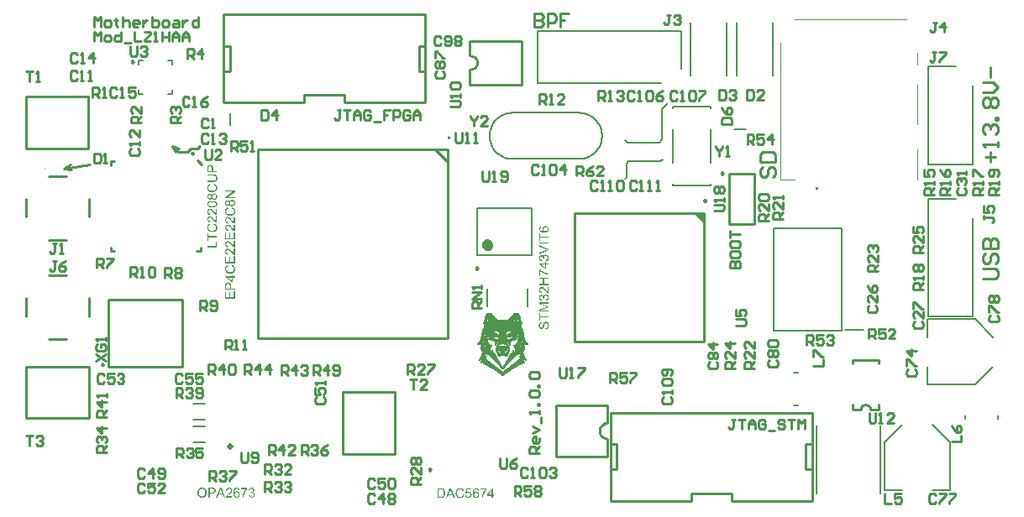
<source format=gto>
G04*
G04 #@! TF.GenerationSoftware,Altium Limited,Altium Designer,21.7.1 (17)*
G04*
G04 Layer_Color=65535*
%FSLAX44Y44*%
%MOMM*%
G71*
G04*
G04 #@! TF.SameCoordinates,003C428C-6323-4237-91BB-275CBF4B30E0*
G04*
G04*
G04 #@! TF.FilePolarity,Positive*
G04*
G01*
G75*
%ADD10C,0.2540*%
%ADD11C,0.0500*%
%ADD12C,0.2500*%
%ADD13C,0.2000*%
%ADD14C,0.3250*%
%ADD15C,0.6000*%
%ADD16C,0.1270*%
%ADD17C,0.1000*%
%ADD18C,0.0105*%
G36*
X88774Y143759D02*
X88426Y143729D01*
X88089Y143638D01*
X87773Y143491D01*
X87487Y143291D01*
X87240Y143045D01*
X87040Y142759D01*
X86893Y142442D01*
X86802Y142105D01*
X86772Y141757D01*
X86802Y141410D01*
X86893Y141073D01*
X87040Y140757D01*
X87240Y140471D01*
X87487Y140224D01*
X87773Y140023D01*
X88089Y139875D01*
X88426Y139785D01*
X88774Y139755D01*
X89121Y139785D01*
X89458Y139875D01*
X89774Y140023D01*
X90060Y140224D01*
X90307Y140471D01*
X90507Y140757D01*
X90655Y141073D01*
X90745Y141410D01*
X90775Y141757D01*
X90745Y142105D01*
X90655Y142442D01*
X90507Y142759D01*
X90307Y143045D01*
X90060Y143291D01*
X89774Y143491D01*
X89458Y143638D01*
X89121Y143729D01*
X88774Y143759D01*
D01*
D02*
G37*
G36*
X179503Y352794D02*
X179850Y352824D01*
X180185Y352914D01*
X180500Y353061D01*
X180785Y353260D01*
X181031Y353506D01*
X181230Y353791D01*
X181377Y354106D01*
X181467Y354441D01*
X181497Y354787D01*
X181467Y355134D01*
X181377Y355469D01*
X181230Y355784D01*
X181031Y356069D01*
X180785Y356315D01*
X180500Y356514D01*
X180185Y356661D01*
X179850Y356751D01*
X179503Y356781D01*
X179157Y356751D01*
X178821Y356661D01*
X178506Y356514D01*
X178222Y356315D01*
X177976Y356069D01*
X177777Y355784D01*
X177630Y355469D01*
X177540Y355134D01*
X177509Y354787D01*
X177540Y354441D01*
X177630Y354106D01*
X177777Y353791D01*
X177976Y353506D01*
X178222Y353260D01*
X178506Y353061D01*
X178821Y352914D01*
X179157Y352824D01*
X179503Y352794D01*
D01*
D02*
G37*
G36*
X694508Y295008D02*
X684495D01*
X694508Y284995D01*
Y295008D01*
D02*
G37*
G36*
X695893Y305021D02*
X696255Y305053D01*
X696606Y305147D01*
X696935Y305300D01*
X697232Y305508D01*
X697489Y305765D01*
X697697Y306062D01*
X697850Y306391D01*
X697944Y306742D01*
X697976Y307104D01*
X697944Y307465D01*
X697850Y307816D01*
X697697Y308145D01*
X697489Y308442D01*
X697232Y308699D01*
X696935Y308907D01*
X696606Y309060D01*
X696255Y309154D01*
X695893Y309186D01*
X695532Y309154D01*
X695181Y309060D01*
X694852Y308907D01*
X694555Y308699D01*
X694298Y308442D01*
X694090Y308145D01*
X693937Y307816D01*
X693843Y307465D01*
X693811Y307104D01*
X693843Y306742D01*
X693937Y306391D01*
X694090Y306062D01*
X694298Y305765D01*
X694555Y305508D01*
X694852Y305300D01*
X695181Y305147D01*
X695532Y305053D01*
X695893Y305021D01*
D01*
D02*
G37*
G36*
X535159Y281763D02*
X535248D01*
X535486Y281733D01*
X535739Y281674D01*
X536036Y281614D01*
X536333Y281510D01*
X536630Y281377D01*
X536645D01*
X536660Y281362D01*
X536705Y281332D01*
X536764Y281302D01*
X536898Y281213D01*
X537076Y281094D01*
X537269Y280931D01*
X537463Y280738D01*
X537656Y280530D01*
X537834Y280277D01*
X537849Y280247D01*
X537893Y280158D01*
X537968Y280010D01*
X538042Y279831D01*
X538116Y279594D01*
X538191Y279326D01*
X538235Y279029D01*
X538250Y278717D01*
Y278657D01*
X538235Y278568D01*
Y278464D01*
X538220Y278345D01*
X538191Y278197D01*
X538161Y278033D01*
X538116Y277855D01*
X538057Y277662D01*
X537982Y277454D01*
X537893Y277261D01*
X537789Y277053D01*
X537656Y276845D01*
X537507Y276637D01*
X537344Y276444D01*
X537150Y276265D01*
X537136Y276250D01*
X537091Y276221D01*
X537032Y276176D01*
X536942Y276117D01*
X536824Y276042D01*
X536675Y275968D01*
X536497Y275879D01*
X536289Y275805D01*
X536051Y275715D01*
X535783Y275626D01*
X535486Y275552D01*
X535159Y275478D01*
X534803Y275418D01*
X534402Y275374D01*
X533985Y275344D01*
X533525Y275329D01*
X533510D01*
X533495D01*
X533451D01*
X533406D01*
X533257D01*
X533064Y275344D01*
X532826Y275359D01*
X532559Y275389D01*
X532262Y275418D01*
X531950Y275463D01*
X531608Y275507D01*
X531266Y275582D01*
X530924Y275671D01*
X530598Y275775D01*
X530256Y275894D01*
X529959Y276027D01*
X529661Y276191D01*
X529409Y276369D01*
X529394Y276384D01*
X529364Y276414D01*
X529305Y276458D01*
X529231Y276533D01*
X529141Y276637D01*
X529052Y276741D01*
X528948Y276874D01*
X528844Y277023D01*
X528740Y277186D01*
X528636Y277380D01*
X528547Y277573D01*
X528458Y277796D01*
X528384Y278033D01*
X528324Y278286D01*
X528294Y278553D01*
X528280Y278836D01*
Y278940D01*
X528294Y279029D01*
Y279118D01*
X528309Y279237D01*
X528354Y279504D01*
X528443Y279802D01*
X528562Y280114D01*
X528711Y280426D01*
X528815Y280574D01*
X528933Y280723D01*
Y280738D01*
X528963Y280753D01*
X529052Y280842D01*
X529201Y280961D01*
X529394Y281109D01*
X529647Y281273D01*
X529944Y281406D01*
X530300Y281540D01*
X530702Y281614D01*
X530791Y280426D01*
X530776D01*
X530761D01*
X530672Y280396D01*
X530553Y280351D01*
X530405Y280307D01*
X530063Y280158D01*
X529914Y280069D01*
X529780Y279965D01*
X529751Y279950D01*
X529691Y279876D01*
X529617Y279772D01*
X529513Y279638D01*
X529424Y279460D01*
X529335Y279252D01*
X529275Y279014D01*
X529260Y278762D01*
Y278657D01*
X529275Y278553D01*
X529305Y278420D01*
X529335Y278256D01*
X529394Y278078D01*
X529483Y277915D01*
X529587Y277736D01*
X529602Y277707D01*
X529661Y277647D01*
X529766Y277543D01*
X529899Y277424D01*
X530063Y277276D01*
X530271Y277127D01*
X530523Y276978D01*
X530806Y276845D01*
X530821D01*
X530835Y276830D01*
X530895Y276815D01*
X530954Y276800D01*
X531029Y276770D01*
X531133Y276741D01*
X531251Y276711D01*
X531385Y276681D01*
X531534Y276651D01*
X531697Y276622D01*
X531890Y276592D01*
X532084Y276562D01*
X532306Y276548D01*
X532544Y276533D01*
X532797Y276518D01*
X533049D01*
X533035Y276533D01*
X532960Y276592D01*
X532841Y276681D01*
X532693Y276815D01*
X532529Y276964D01*
X532366Y277142D01*
X532217Y277350D01*
X532084Y277573D01*
X532069Y277603D01*
X532039Y277677D01*
X531979Y277810D01*
X531920Y277974D01*
X531861Y278167D01*
X531801Y278390D01*
X531772Y278628D01*
X531757Y278880D01*
Y278999D01*
X531772Y279088D01*
X531786Y279192D01*
X531801Y279311D01*
X531861Y279594D01*
X531979Y279906D01*
X532039Y280084D01*
X532128Y280247D01*
X532232Y280426D01*
X532351Y280604D01*
X532485Y280767D01*
X532648Y280931D01*
X532663Y280946D01*
X532693Y280961D01*
X532737Y281005D01*
X532812Y281065D01*
X532901Y281124D01*
X533005Y281198D01*
X533124Y281273D01*
X533257Y281362D01*
X533421Y281436D01*
X533584Y281510D01*
X533777Y281585D01*
X533971Y281644D01*
X534193Y281704D01*
X534416Y281748D01*
X534669Y281763D01*
X534922Y281778D01*
X534936D01*
X534966D01*
X535011D01*
X535070D01*
X535159Y281763D01*
D02*
G37*
G36*
X529468Y271332D02*
X538087D01*
Y270039D01*
X529468D01*
Y266830D01*
X528324D01*
Y274541D01*
X529468D01*
Y271332D01*
D02*
G37*
G36*
X538087Y263992D02*
X528324D01*
Y265284D01*
X538087D01*
Y263992D01*
D02*
G37*
G36*
Y258776D02*
Y257454D01*
X528324Y253665D01*
Y255076D01*
X535412Y257602D01*
X535427D01*
X535457Y257617D01*
X535501Y257632D01*
X535560Y257662D01*
X535724Y257706D01*
X535932Y257781D01*
X536185Y257870D01*
X536452Y257959D01*
X537017Y258122D01*
X537002D01*
X536987Y258137D01*
X536942Y258152D01*
X536883Y258167D01*
X536720Y258211D01*
X536511Y258271D01*
X536274Y258345D01*
X536006Y258434D01*
X535709Y258538D01*
X535412Y258642D01*
X528324Y261287D01*
Y262595D01*
X538087Y258776D01*
D02*
G37*
G36*
X535412Y252981D02*
X535531Y252966D01*
X535650Y252951D01*
X535798Y252922D01*
X535947Y252877D01*
X536289Y252773D01*
X536482Y252699D01*
X536660Y252595D01*
X536838Y252491D01*
X537017Y252372D01*
X537195Y252223D01*
X537373Y252060D01*
X537388Y252045D01*
X537418Y252015D01*
X537448Y251971D01*
X537507Y251896D01*
X537581Y251807D01*
X537656Y251688D01*
X537730Y251555D01*
X537804Y251421D01*
X537893Y251257D01*
X537968Y251079D01*
X538042Y250886D01*
X538116Y250678D01*
X538176Y250455D01*
X538205Y250217D01*
X538235Y249965D01*
X538250Y249712D01*
Y249593D01*
X538235Y249504D01*
X538220Y249385D01*
X538205Y249266D01*
X538191Y249118D01*
X538161Y248969D01*
X538072Y248627D01*
X537923Y248271D01*
X537849Y248092D01*
X537745Y247929D01*
X537626Y247751D01*
X537492Y247587D01*
X537477Y247572D01*
X537463Y247558D01*
X537418Y247513D01*
X537359Y247454D01*
X537269Y247394D01*
X537180Y247320D01*
X537076Y247231D01*
X536957Y247156D01*
X536660Y246978D01*
X536318Y246829D01*
X535932Y246696D01*
X535724Y246651D01*
X535501Y246621D01*
X535338Y247825D01*
X535353D01*
X535382Y247840D01*
X535442D01*
X535501Y247870D01*
X535679Y247914D01*
X535902Y247988D01*
X536140Y248078D01*
X536393Y248197D01*
X536615Y248345D01*
X536809Y248508D01*
X536824Y248538D01*
X536883Y248598D01*
X536942Y248702D01*
X537032Y248850D01*
X537106Y249014D01*
X537180Y249222D01*
X537240Y249459D01*
X537254Y249712D01*
Y249801D01*
X537240Y249861D01*
X537225Y250009D01*
X537180Y250203D01*
X537106Y250440D01*
X537017Y250678D01*
X536868Y250916D01*
X536675Y251139D01*
X536645Y251168D01*
X536571Y251228D01*
X536452Y251317D01*
X536274Y251436D01*
X536066Y251540D01*
X535813Y251629D01*
X535531Y251688D01*
X535219Y251718D01*
X535204D01*
X535189D01*
X535145D01*
X535085Y251703D01*
X534936Y251688D01*
X534743Y251644D01*
X534535Y251584D01*
X534297Y251480D01*
X534075Y251347D01*
X533867Y251168D01*
X533837Y251139D01*
X533777Y251079D01*
X533703Y250960D01*
X533599Y250797D01*
X533495Y250604D01*
X533421Y250366D01*
X533361Y250113D01*
X533332Y249816D01*
Y249682D01*
X533346Y249578D01*
X533361Y249459D01*
X533376Y249311D01*
X533406Y249147D01*
X533451Y248969D01*
X532396Y249103D01*
Y249177D01*
X532410Y249237D01*
Y249430D01*
X532396Y249564D01*
X532366Y249757D01*
X532321Y249965D01*
X532247Y250188D01*
X532158Y250425D01*
X532024Y250663D01*
X532009Y250693D01*
X531950Y250767D01*
X531846Y250856D01*
X531712Y250975D01*
X531549Y251094D01*
X531341Y251183D01*
X531088Y251257D01*
X530791Y251287D01*
X530776D01*
X530761D01*
X530687D01*
X530568Y251257D01*
X530405Y251228D01*
X530241Y251183D01*
X530063Y251094D01*
X529869Y250990D01*
X529706Y250841D01*
X529691Y250826D01*
X529632Y250767D01*
X529557Y250663D01*
X529483Y250529D01*
X529394Y250366D01*
X529335Y250173D01*
X529275Y249950D01*
X529260Y249697D01*
Y249578D01*
X529290Y249445D01*
X529320Y249296D01*
X529364Y249103D01*
X529454Y248910D01*
X529557Y248717D01*
X529706Y248523D01*
X529721Y248508D01*
X529780Y248449D01*
X529884Y248375D01*
X530033Y248286D01*
X530211Y248182D01*
X530434Y248092D01*
X530702Y248003D01*
X531014Y247944D01*
X530806Y246740D01*
X530791D01*
X530746Y246755D01*
X530687Y246770D01*
X530612Y246785D01*
X530508Y246815D01*
X530390Y246844D01*
X530122Y246948D01*
X529825Y247067D01*
X529513Y247246D01*
X529216Y247454D01*
X528948Y247721D01*
X528933Y247736D01*
X528919Y247751D01*
X528889Y247795D01*
X528844Y247870D01*
X528800Y247944D01*
X528740Y248033D01*
X528606Y248256D01*
X528488Y248538D01*
X528384Y248880D01*
X528309Y249251D01*
X528280Y249459D01*
Y249801D01*
X528294Y249950D01*
X528324Y250143D01*
X528369Y250366D01*
X528428Y250618D01*
X528517Y250871D01*
X528636Y251124D01*
Y251139D01*
X528651Y251153D01*
X528696Y251243D01*
X528770Y251362D01*
X528874Y251510D01*
X529008Y251674D01*
X529171Y251852D01*
X529364Y252015D01*
X529572Y252164D01*
X529602Y252179D01*
X529676Y252223D01*
X529795Y252283D01*
X529944Y252342D01*
X530137Y252402D01*
X530345Y252461D01*
X530568Y252506D01*
X530821Y252521D01*
X530850D01*
X530924D01*
X531043Y252506D01*
X531192Y252476D01*
X531370Y252431D01*
X531563Y252372D01*
X531772Y252298D01*
X531965Y252179D01*
X531994Y252164D01*
X532054Y252119D01*
X532143Y252030D01*
X532262Y251926D01*
X532396Y251777D01*
X532529Y251614D01*
X532678Y251406D01*
X532797Y251168D01*
Y251183D01*
X532812Y251213D01*
Y251257D01*
X532841Y251317D01*
X532886Y251465D01*
X532975Y251659D01*
X533079Y251867D01*
X533228Y252090D01*
X533406Y252312D01*
X533629Y252506D01*
X533659Y252521D01*
X533748Y252580D01*
X533881Y252654D01*
X534060Y252758D01*
X534283Y252847D01*
X534550Y252922D01*
X534862Y252981D01*
X535204Y252996D01*
X535219D01*
X535263D01*
X535323D01*
X535412Y252981D01*
D02*
G37*
G36*
X535754Y244066D02*
X538087D01*
Y242862D01*
X535754D01*
Y238627D01*
X534654D01*
X528339Y243085D01*
Y244066D01*
X534654D01*
Y245388D01*
X535754D01*
Y244066D01*
D02*
G37*
G36*
X529394Y237825D02*
X529424Y237795D01*
X529483Y237751D01*
X529557Y237676D01*
X529661Y237602D01*
X529780Y237498D01*
X529929Y237379D01*
X530078Y237260D01*
X530256Y237127D01*
X530464Y236978D01*
X530672Y236814D01*
X530910Y236666D01*
X531162Y236502D01*
X531430Y236324D01*
X531727Y236161D01*
X532024Y235982D01*
X532039Y235968D01*
X532098Y235938D01*
X532188Y235893D01*
X532306Y235834D01*
X532455Y235760D01*
X532633Y235670D01*
X532841Y235566D01*
X533064Y235462D01*
X533302Y235358D01*
X533569Y235240D01*
X533852Y235121D01*
X534149Y235002D01*
X534758Y234779D01*
X535412Y234571D01*
X535427D01*
X535471Y234556D01*
X535531Y234541D01*
X535620Y234511D01*
X535739Y234482D01*
X535873Y234452D01*
X536036Y234422D01*
X536199Y234378D01*
X536393Y234348D01*
X536601Y234303D01*
X537046Y234229D01*
X537552Y234170D01*
X538087Y234125D01*
Y232892D01*
X538072D01*
X538027D01*
X537968D01*
X537878Y232907D01*
X537775D01*
X537641Y232922D01*
X537477Y232936D01*
X537314Y232951D01*
X537121Y232981D01*
X536898Y233011D01*
X536675Y233040D01*
X536437Y233085D01*
X536170Y233130D01*
X535902Y233189D01*
X535308Y233337D01*
X535293D01*
X535234Y233352D01*
X535145Y233382D01*
X535026Y233412D01*
X534877Y233456D01*
X534714Y233516D01*
X534520Y233575D01*
X534297Y233650D01*
X534075Y233739D01*
X533822Y233828D01*
X533287Y234036D01*
X532723Y234289D01*
X532158Y234571D01*
X532143Y234586D01*
X532084Y234615D01*
X532009Y234660D01*
X531905Y234719D01*
X531772Y234794D01*
X531623Y234883D01*
X531459Y234987D01*
X531266Y235091D01*
X530865Y235358D01*
X530434Y235655D01*
X530003Y235968D01*
X529587Y236309D01*
Y231525D01*
X528443D01*
Y237840D01*
X529379D01*
X529394Y237825D01*
D02*
G37*
G36*
X538087Y228493D02*
X533480D01*
Y223441D01*
X538087D01*
Y222149D01*
X528324D01*
Y223441D01*
X532336D01*
Y228493D01*
X528324D01*
Y229786D01*
X538087D01*
Y228493D01*
D02*
G37*
G36*
Y213872D02*
X538072D01*
X538012D01*
X537923D01*
X537819Y213887D01*
X537700Y213902D01*
X537566Y213917D01*
X537418Y213961D01*
X537269Y214006D01*
X537254D01*
X537240Y214021D01*
X537150Y214051D01*
X537032Y214110D01*
X536853Y214199D01*
X536660Y214303D01*
X536437Y214452D01*
X536214Y214600D01*
X535977Y214793D01*
X535962D01*
X535947Y214823D01*
X535858Y214897D01*
X535724Y215016D01*
X535546Y215195D01*
X535338Y215418D01*
X535085Y215685D01*
X534803Y216012D01*
X534491Y216369D01*
X534476Y216383D01*
X534431Y216443D01*
X534372Y216517D01*
X534268Y216621D01*
X534164Y216755D01*
X534030Y216903D01*
X533748Y217230D01*
X533406Y217587D01*
X533064Y217944D01*
X532901Y218122D01*
X532737Y218270D01*
X532574Y218404D01*
X532425Y218523D01*
X532410D01*
X532396Y218553D01*
X532351Y218582D01*
X532291Y218612D01*
X532143Y218701D01*
X531950Y218805D01*
X531727Y218909D01*
X531489Y218999D01*
X531222Y219058D01*
X530969Y219088D01*
X530954D01*
X530939D01*
X530850Y219073D01*
X530717Y219058D01*
X530553Y219028D01*
X530360Y218954D01*
X530167Y218865D01*
X529959Y218746D01*
X529766Y218568D01*
X529751Y218538D01*
X529691Y218479D01*
X529617Y218360D01*
X529513Y218211D01*
X529424Y218018D01*
X529350Y217795D01*
X529290Y217528D01*
X529275Y217230D01*
Y217141D01*
X529290Y217082D01*
X529305Y216933D01*
X529335Y216740D01*
X529409Y216517D01*
X529498Y216279D01*
X529632Y216056D01*
X529810Y215849D01*
X529840Y215834D01*
X529899Y215774D01*
X530018Y215685D01*
X530182Y215596D01*
X530390Y215492D01*
X530627Y215418D01*
X530910Y215358D01*
X531237Y215328D01*
X531103Y214095D01*
X531088D01*
X531043D01*
X530969Y214110D01*
X530880Y214125D01*
X530761Y214154D01*
X530627Y214169D01*
X530330Y214259D01*
X529988Y214377D01*
X529647Y214541D01*
X529305Y214764D01*
X529156Y214883D01*
X529008Y215031D01*
X528993Y215046D01*
X528978Y215076D01*
X528933Y215120D01*
X528889Y215180D01*
X528844Y215269D01*
X528770Y215373D01*
X528711Y215492D01*
X528636Y215626D01*
X528577Y215774D01*
X528503Y215938D01*
X528443Y216131D01*
X528399Y216324D01*
X528309Y216770D01*
X528294Y217008D01*
X528280Y217260D01*
Y217394D01*
X528294Y217498D01*
X528309Y217617D01*
X528324Y217750D01*
X528339Y217899D01*
X528384Y218062D01*
X528473Y218419D01*
X528606Y218790D01*
X528696Y218984D01*
X528800Y219162D01*
X528933Y219326D01*
X529067Y219489D01*
X529082Y219504D01*
X529097Y219519D01*
X529141Y219563D01*
X529201Y219623D01*
X529290Y219682D01*
X529379Y219756D01*
X529602Y219905D01*
X529884Y220054D01*
X530211Y220187D01*
X530583Y220291D01*
X530791Y220306D01*
X530999Y220321D01*
X531029D01*
X531103D01*
X531222Y220306D01*
X531370Y220291D01*
X531549Y220262D01*
X531742Y220217D01*
X531950Y220158D01*
X532158Y220068D01*
X532188Y220054D01*
X532262Y220024D01*
X532366Y219964D01*
X532514Y219875D01*
X532693Y219771D01*
X532901Y219638D01*
X533109Y219459D01*
X533346Y219266D01*
X533376Y219236D01*
X533465Y219162D01*
X533599Y219028D01*
X533688Y218939D01*
X533792Y218835D01*
X533911Y218716D01*
X534045Y218568D01*
X534179Y218419D01*
X534342Y218256D01*
X534506Y218077D01*
X534684Y217869D01*
X534862Y217661D01*
X535070Y217423D01*
X535085Y217409D01*
X535115Y217379D01*
X535159Y217320D01*
X535219Y217245D01*
X535367Y217067D01*
X535560Y216844D01*
X535769Y216621D01*
X535977Y216383D01*
X536155Y216190D01*
X536229Y216116D01*
X536303Y216042D01*
X536318Y216027D01*
X536363Y215997D01*
X536422Y215938D01*
X536511Y215863D01*
X536705Y215700D01*
X536942Y215536D01*
Y220336D01*
X538087D01*
Y213872D01*
D02*
G37*
G36*
X535412Y212832D02*
X535531Y212817D01*
X535650Y212802D01*
X535798Y212773D01*
X535947Y212728D01*
X536289Y212624D01*
X536482Y212550D01*
X536660Y212446D01*
X536838Y212342D01*
X537017Y212223D01*
X537195Y212074D01*
X537373Y211911D01*
X537388Y211896D01*
X537418Y211866D01*
X537448Y211822D01*
X537507Y211747D01*
X537581Y211658D01*
X537656Y211539D01*
X537730Y211406D01*
X537804Y211272D01*
X537893Y211108D01*
X537968Y210930D01*
X538042Y210737D01*
X538116Y210529D01*
X538176Y210306D01*
X538205Y210068D01*
X538235Y209816D01*
X538250Y209563D01*
Y209444D01*
X538235Y209355D01*
X538220Y209236D01*
X538205Y209117D01*
X538191Y208969D01*
X538161Y208820D01*
X538072Y208478D01*
X537923Y208122D01*
X537849Y207943D01*
X537745Y207780D01*
X537626Y207602D01*
X537492Y207438D01*
X537477Y207423D01*
X537463Y207409D01*
X537418Y207364D01*
X537359Y207304D01*
X537269Y207245D01*
X537180Y207171D01*
X537076Y207082D01*
X536957Y207007D01*
X536660Y206829D01*
X536318Y206681D01*
X535932Y206547D01*
X535724Y206502D01*
X535501Y206472D01*
X535338Y207676D01*
X535353D01*
X535382Y207691D01*
X535442D01*
X535501Y207721D01*
X535679Y207765D01*
X535902Y207840D01*
X536140Y207929D01*
X536393Y208048D01*
X536615Y208196D01*
X536809Y208360D01*
X536824Y208389D01*
X536883Y208449D01*
X536942Y208553D01*
X537032Y208701D01*
X537106Y208865D01*
X537180Y209073D01*
X537240Y209310D01*
X537254Y209563D01*
Y209652D01*
X537240Y209712D01*
X537225Y209860D01*
X537180Y210054D01*
X537106Y210291D01*
X537017Y210529D01*
X536868Y210767D01*
X536675Y210990D01*
X536645Y211019D01*
X536571Y211079D01*
X536452Y211168D01*
X536274Y211287D01*
X536066Y211391D01*
X535813Y211480D01*
X535531Y211539D01*
X535219Y211569D01*
X535204D01*
X535189D01*
X535145D01*
X535085Y211554D01*
X534936Y211539D01*
X534743Y211495D01*
X534535Y211435D01*
X534297Y211331D01*
X534075Y211198D01*
X533867Y211019D01*
X533837Y210990D01*
X533777Y210930D01*
X533703Y210811D01*
X533599Y210648D01*
X533495Y210455D01*
X533421Y210217D01*
X533361Y209964D01*
X533332Y209667D01*
Y209533D01*
X533346Y209429D01*
X533361Y209310D01*
X533376Y209162D01*
X533406Y208999D01*
X533451Y208820D01*
X532396Y208954D01*
Y209028D01*
X532410Y209088D01*
Y209281D01*
X532396Y209415D01*
X532366Y209608D01*
X532321Y209816D01*
X532247Y210039D01*
X532158Y210276D01*
X532024Y210514D01*
X532009Y210544D01*
X531950Y210618D01*
X531846Y210707D01*
X531712Y210826D01*
X531549Y210945D01*
X531341Y211034D01*
X531088Y211108D01*
X530791Y211138D01*
X530776D01*
X530761D01*
X530687D01*
X530568Y211108D01*
X530405Y211079D01*
X530241Y211034D01*
X530063Y210945D01*
X529869Y210841D01*
X529706Y210692D01*
X529691Y210678D01*
X529632Y210618D01*
X529557Y210514D01*
X529483Y210380D01*
X529394Y210217D01*
X529335Y210024D01*
X529275Y209801D01*
X529260Y209548D01*
Y209429D01*
X529290Y209296D01*
X529320Y209147D01*
X529364Y208954D01*
X529454Y208761D01*
X529557Y208568D01*
X529706Y208374D01*
X529721Y208360D01*
X529780Y208300D01*
X529884Y208226D01*
X530033Y208137D01*
X530211Y208033D01*
X530434Y207943D01*
X530702Y207854D01*
X531014Y207795D01*
X530806Y206591D01*
X530791D01*
X530746Y206606D01*
X530687Y206621D01*
X530612Y206636D01*
X530508Y206666D01*
X530390Y206695D01*
X530122Y206799D01*
X529825Y206918D01*
X529513Y207097D01*
X529216Y207304D01*
X528948Y207572D01*
X528933Y207587D01*
X528919Y207602D01*
X528889Y207646D01*
X528844Y207721D01*
X528800Y207795D01*
X528740Y207884D01*
X528606Y208107D01*
X528488Y208389D01*
X528384Y208731D01*
X528309Y209102D01*
X528280Y209310D01*
Y209652D01*
X528294Y209801D01*
X528324Y209994D01*
X528369Y210217D01*
X528428Y210469D01*
X528517Y210722D01*
X528636Y210975D01*
Y210990D01*
X528651Y211004D01*
X528696Y211094D01*
X528770Y211213D01*
X528874Y211361D01*
X529008Y211525D01*
X529171Y211703D01*
X529364Y211866D01*
X529572Y212015D01*
X529602Y212030D01*
X529676Y212074D01*
X529795Y212134D01*
X529944Y212193D01*
X530137Y212253D01*
X530345Y212312D01*
X530568Y212357D01*
X530821Y212372D01*
X530850D01*
X530924D01*
X531043Y212357D01*
X531192Y212327D01*
X531370Y212282D01*
X531563Y212223D01*
X531772Y212149D01*
X531965Y212030D01*
X531994Y212015D01*
X532054Y211970D01*
X532143Y211881D01*
X532262Y211777D01*
X532396Y211628D01*
X532529Y211465D01*
X532678Y211257D01*
X532797Y211019D01*
Y211034D01*
X532812Y211064D01*
Y211108D01*
X532841Y211168D01*
X532886Y211317D01*
X532975Y211510D01*
X533079Y211718D01*
X533228Y211940D01*
X533406Y212163D01*
X533629Y212357D01*
X533659Y212372D01*
X533748Y212431D01*
X533881Y212505D01*
X534060Y212609D01*
X534283Y212698D01*
X534550Y212773D01*
X534862Y212832D01*
X535204Y212847D01*
X535219D01*
X535263D01*
X535323D01*
X535412Y212832D01*
D02*
G37*
G36*
X538087Y203619D02*
X529914D01*
X538087Y200767D01*
Y199608D01*
X529780Y196799D01*
X538087D01*
Y195551D01*
X528324D01*
Y197483D01*
X535234Y199801D01*
X535248D01*
X535278Y199816D01*
X535323Y199830D01*
X535397Y199845D01*
X535560Y199905D01*
X535769Y199979D01*
X536006Y200053D01*
X536244Y200128D01*
X536482Y200202D01*
X536675Y200261D01*
X536645Y200276D01*
X536571Y200291D01*
X536452Y200336D01*
X536289Y200395D01*
X536066Y200455D01*
X535798Y200544D01*
X535486Y200663D01*
X535115Y200781D01*
X528324Y203114D01*
Y204868D01*
X538087D01*
Y203619D01*
D02*
G37*
G36*
X529468Y191049D02*
X538087D01*
Y189756D01*
X529468D01*
Y186546D01*
X528324D01*
Y194258D01*
X529468D01*
Y191049D01*
D02*
G37*
G36*
X535620Y185477D02*
X535813Y185447D01*
X536036Y185402D01*
X536289Y185313D01*
X536556Y185209D01*
X536809Y185061D01*
X536838Y185046D01*
X536928Y184972D01*
X537046Y184882D01*
X537195Y184734D01*
X537373Y184555D01*
X537552Y184333D01*
X537715Y184065D01*
X537878Y183768D01*
Y183753D01*
X537893Y183723D01*
X537908Y183679D01*
X537938Y183619D01*
X537968Y183545D01*
X537997Y183456D01*
X538057Y183218D01*
X538131Y182951D01*
X538191Y182624D01*
X538235Y182282D01*
X538250Y181896D01*
Y181673D01*
X538235Y181569D01*
Y181435D01*
X538220Y181286D01*
X538205Y181123D01*
X538161Y180781D01*
X538087Y180410D01*
X537997Y180038D01*
X537878Y179682D01*
Y179667D01*
X537864Y179637D01*
X537834Y179592D01*
X537804Y179533D01*
X537715Y179370D01*
X537581Y179177D01*
X537418Y178939D01*
X537225Y178716D01*
X536987Y178478D01*
X536720Y178270D01*
X536705D01*
X536690Y178255D01*
X536645Y178225D01*
X536586Y178196D01*
X536511Y178151D01*
X536422Y178107D01*
X536199Y178017D01*
X535947Y177928D01*
X535635Y177839D01*
X535308Y177780D01*
X534951Y177750D01*
X534847Y178968D01*
X534862D01*
X534877D01*
X534966Y178983D01*
X535100Y179013D01*
X535278Y179043D01*
X535471Y179102D01*
X535679Y179162D01*
X535873Y179251D01*
X536066Y179355D01*
X536081Y179370D01*
X536140Y179414D01*
X536229Y179489D01*
X536333Y179607D01*
X536452Y179741D01*
X536586Y179904D01*
X536705Y180113D01*
X536824Y180336D01*
Y180350D01*
X536838Y180365D01*
X536868Y180454D01*
X536913Y180588D01*
X536957Y180781D01*
X537017Y180989D01*
X537061Y181257D01*
X537091Y181539D01*
X537106Y181836D01*
Y181955D01*
X537091Y182104D01*
X537076Y182267D01*
X537061Y182475D01*
X537017Y182683D01*
X536972Y182906D01*
X536898Y183129D01*
X536883Y183159D01*
X536853Y183218D01*
X536809Y183322D01*
X536734Y183441D01*
X536645Y183590D01*
X536541Y183723D01*
X536422Y183857D01*
X536289Y183976D01*
X536274Y183991D01*
X536214Y184021D01*
X536140Y184065D01*
X536036Y184125D01*
X535917Y184169D01*
X535769Y184214D01*
X535620Y184243D01*
X535457Y184258D01*
X535442D01*
X535382D01*
X535293Y184243D01*
X535189Y184228D01*
X535055Y184199D01*
X534922Y184139D01*
X534788Y184080D01*
X534654Y183991D01*
X534639Y183976D01*
X534595Y183946D01*
X534535Y183872D01*
X534446Y183783D01*
X534357Y183664D01*
X534268Y183515D01*
X534164Y183322D01*
X534075Y183114D01*
X534060Y183099D01*
X534045Y183040D01*
X534015Y182921D01*
X533985Y182847D01*
X533956Y182757D01*
X533926Y182639D01*
X533896Y182520D01*
X533852Y182371D01*
X533807Y182222D01*
X533763Y182044D01*
X533718Y181836D01*
X533659Y181613D01*
X533599Y181376D01*
Y181361D01*
X533584Y181316D01*
X533569Y181242D01*
X533540Y181153D01*
X533510Y181049D01*
X533480Y180930D01*
X533406Y180648D01*
X533302Y180336D01*
X533198Y180023D01*
X533094Y179741D01*
X533049Y179607D01*
X532990Y179503D01*
Y179489D01*
X532975Y179474D01*
X532916Y179384D01*
X532841Y179266D01*
X532737Y179117D01*
X532604Y178939D01*
X532455Y178775D01*
X532277Y178612D01*
X532084Y178463D01*
X532054Y178448D01*
X531979Y178404D01*
X531875Y178359D01*
X531727Y178300D01*
X531549Y178225D01*
X531341Y178181D01*
X531103Y178136D01*
X530865Y178121D01*
X530850D01*
X530835D01*
X530791D01*
X530731D01*
X530598Y178151D01*
X530419Y178181D01*
X530196Y178225D01*
X529973Y178300D01*
X529721Y178404D01*
X529483Y178538D01*
X529468D01*
X529454Y178552D01*
X529379Y178612D01*
X529260Y178716D01*
X529112Y178850D01*
X528963Y179013D01*
X528800Y179221D01*
X528636Y179474D01*
X528503Y179756D01*
Y179771D01*
X528488Y179786D01*
X528473Y179830D01*
X528443Y179904D01*
X528428Y179979D01*
X528399Y180068D01*
X528324Y180276D01*
X528265Y180543D01*
X528220Y180841D01*
X528176Y181182D01*
X528161Y181539D01*
Y181717D01*
X528176Y181821D01*
Y181925D01*
X528205Y182178D01*
X528250Y182475D01*
X528309Y182802D01*
X528399Y183129D01*
X528517Y183441D01*
Y183456D01*
X528532Y183471D01*
X528547Y183515D01*
X528577Y183575D01*
X528666Y183723D01*
X528770Y183916D01*
X528919Y184125D01*
X529097Y184333D01*
X529305Y184541D01*
X529543Y184719D01*
X529572Y184734D01*
X529661Y184793D01*
X529810Y184867D01*
X529988Y184942D01*
X530211Y185031D01*
X530479Y185120D01*
X530761Y185180D01*
X531073Y185209D01*
X531162Y183976D01*
X531147D01*
X531118D01*
X531073Y183961D01*
X531014Y183946D01*
X530850Y183916D01*
X530642Y183857D01*
X530419Y183768D01*
X530196Y183649D01*
X529973Y183486D01*
X529780Y183292D01*
X529766Y183263D01*
X529706Y183188D01*
X529632Y183055D01*
X529543Y182876D01*
X529454Y182639D01*
X529379Y182341D01*
X529320Y182000D01*
X529305Y181598D01*
Y181405D01*
X529320Y181316D01*
Y181197D01*
X529364Y180945D01*
X529409Y180662D01*
X529483Y180380D01*
X529587Y180113D01*
X529661Y179994D01*
X529736Y179890D01*
X529751Y179875D01*
X529810Y179815D01*
X529899Y179726D01*
X530033Y179637D01*
X530182Y179533D01*
X530360Y179459D01*
X530553Y179399D01*
X530776Y179370D01*
X530806D01*
X530865D01*
X530969Y179384D01*
X531088Y179414D01*
X531222Y179459D01*
X531370Y179533D01*
X531504Y179622D01*
X531638Y179741D01*
X531653Y179756D01*
X531697Y179830D01*
X531727Y179875D01*
X531772Y179934D01*
X531801Y180023D01*
X531846Y180127D01*
X531905Y180246D01*
X531965Y180380D01*
X532009Y180529D01*
X532069Y180707D01*
X532143Y180915D01*
X532202Y181138D01*
X532262Y181390D01*
X532336Y181673D01*
Y181688D01*
X532351Y181747D01*
X532366Y181821D01*
X532396Y181925D01*
X532425Y182059D01*
X532470Y182208D01*
X532544Y182535D01*
X532648Y182891D01*
X532752Y183248D01*
X532797Y183426D01*
X532856Y183575D01*
X532916Y183723D01*
X532960Y183842D01*
Y183857D01*
X532975Y183887D01*
X533005Y183916D01*
X533035Y183976D01*
X533124Y184125D01*
X533228Y184318D01*
X533376Y184526D01*
X533555Y184734D01*
X533748Y184927D01*
X533956Y185090D01*
X533985Y185105D01*
X534060Y185150D01*
X534179Y185224D01*
X534357Y185298D01*
X534550Y185373D01*
X534788Y185447D01*
X535055Y185492D01*
X535338Y185506D01*
X535353D01*
X535367D01*
X535412D01*
X535471D01*
X535620Y185477D01*
D02*
G37*
G36*
X197105Y343460D02*
X197209Y343446D01*
X197343Y343431D01*
X197477Y343416D01*
X197626Y343371D01*
X197967Y343282D01*
X198309Y343134D01*
X198487Y343044D01*
X198666Y342940D01*
X198844Y342822D01*
X199007Y342673D01*
X199022Y342658D01*
X199037Y342628D01*
X199082Y342584D01*
X199141Y342524D01*
X199200Y342420D01*
X199275Y342316D01*
X199349Y342183D01*
X199423Y342019D01*
X199513Y341841D01*
X199587Y341633D01*
X199661Y341395D01*
X199721Y341142D01*
X199780Y340845D01*
X199825Y340533D01*
X199839Y340191D01*
X199854Y339820D01*
Y337324D01*
X203836D01*
Y336031D01*
X194074D01*
Y340028D01*
X194089Y340251D01*
X194104Y340489D01*
X194119Y340741D01*
X194149Y340979D01*
X194178Y341187D01*
Y341217D01*
X194208Y341306D01*
X194238Y341440D01*
X194282Y341603D01*
X194342Y341796D01*
X194416Y341989D01*
X194520Y342197D01*
X194639Y342391D01*
X194654Y342405D01*
X194698Y342480D01*
X194773Y342569D01*
X194877Y342673D01*
X195010Y342792D01*
X195174Y342925D01*
X195352Y343059D01*
X195575Y343178D01*
X195605Y343193D01*
X195679Y343223D01*
X195798Y343267D01*
X195961Y343327D01*
X196154Y343386D01*
X196377Y343431D01*
X196630Y343460D01*
X196897Y343475D01*
X196912D01*
X196957D01*
X197016D01*
X197105Y343460D01*
D02*
G37*
G36*
X200092Y333862D02*
X200226D01*
X200389Y333847D01*
X200568Y333832D01*
X200939Y333787D01*
X201325Y333728D01*
X201712Y333653D01*
X202054Y333535D01*
X202068D01*
X202098Y333520D01*
X202143Y333505D01*
X202202Y333475D01*
X202351Y333386D01*
X202559Y333267D01*
X202782Y333104D01*
X203019Y332896D01*
X203242Y332628D01*
X203465Y332331D01*
Y332316D01*
X203495Y332286D01*
X203510Y332242D01*
X203554Y332168D01*
X203584Y332093D01*
X203629Y331989D01*
X203688Y331856D01*
X203732Y331722D01*
X203777Y331573D01*
X203836Y331395D01*
X203881Y331217D01*
X203911Y331009D01*
X203970Y330563D01*
X204000Y330058D01*
Y329924D01*
X203985Y329835D01*
Y329716D01*
X203970Y329582D01*
X203955Y329434D01*
X203941Y329270D01*
X203881Y328913D01*
X203807Y328542D01*
X203688Y328156D01*
X203539Y327814D01*
Y327799D01*
X203510Y327769D01*
X203495Y327740D01*
X203450Y327680D01*
X203346Y327517D01*
X203183Y327338D01*
X202990Y327130D01*
X202767Y326937D01*
X202484Y326744D01*
X202172Y326581D01*
X202157D01*
X202128Y326566D01*
X202083Y326551D01*
X202009Y326521D01*
X201920Y326491D01*
X201801Y326462D01*
X201667Y326432D01*
X201518Y326402D01*
X201355Y326358D01*
X201177Y326328D01*
X200969Y326298D01*
X200761Y326269D01*
X200523Y326239D01*
X200270Y326224D01*
X200003Y326209D01*
X199721D01*
X194074D01*
Y327502D01*
X199721D01*
X199736D01*
X199780D01*
X199839D01*
X199929D01*
X200033D01*
X200152Y327517D01*
X200434Y327532D01*
X200731Y327561D01*
X201043Y327591D01*
X201340Y327650D01*
X201474Y327680D01*
X201593Y327725D01*
X201623Y327740D01*
X201697Y327769D01*
X201801Y327829D01*
X201935Y327918D01*
X202083Y328022D01*
X202247Y328171D01*
X202395Y328334D01*
X202529Y328542D01*
X202544Y328572D01*
X202574Y328646D01*
X202633Y328765D01*
X202677Y328928D01*
X202737Y329136D01*
X202796Y329374D01*
X202826Y329641D01*
X202841Y329939D01*
Y330072D01*
X202826Y330177D01*
Y330295D01*
X202811Y330429D01*
X202767Y330726D01*
X202677Y331068D01*
X202574Y331395D01*
X202410Y331707D01*
X202321Y331856D01*
X202202Y331974D01*
X202187D01*
X202172Y332004D01*
X202128Y332034D01*
X202068Y332063D01*
X201994Y332123D01*
X201905Y332168D01*
X201786Y332227D01*
X201652Y332286D01*
X201489Y332331D01*
X201311Y332390D01*
X201117Y332450D01*
X200880Y332495D01*
X200627Y332524D01*
X200359Y332554D01*
X200047Y332584D01*
X199721D01*
X194074D01*
Y333876D01*
X199721D01*
X199736D01*
X199780D01*
X199854D01*
X199958D01*
X200092Y333862D01*
D02*
G37*
G36*
X200820Y324590D02*
X200895Y324560D01*
X201013Y324530D01*
X201132Y324471D01*
X201296Y324411D01*
X201459Y324352D01*
X201637Y324263D01*
X202039Y324069D01*
X202440Y323802D01*
X202826Y323505D01*
X203004Y323326D01*
X203168Y323133D01*
X203183Y323118D01*
X203198Y323089D01*
X203242Y323029D01*
X203302Y322940D01*
X203361Y322836D01*
X203435Y322717D01*
X203510Y322584D01*
X203584Y322420D01*
X203658Y322242D01*
X203732Y322049D01*
X203807Y321826D01*
X203866Y321603D01*
X203970Y321113D01*
X203985Y320845D01*
X204000Y320563D01*
Y320414D01*
X203985Y320295D01*
Y320162D01*
X203970Y320013D01*
X203941Y319835D01*
X203926Y319656D01*
X203836Y319240D01*
X203732Y318809D01*
X203569Y318393D01*
X203480Y318185D01*
X203361Y317992D01*
X203346Y317977D01*
X203331Y317948D01*
X203287Y317903D01*
X203242Y317829D01*
X203094Y317650D01*
X202886Y317442D01*
X202633Y317190D01*
X202306Y316952D01*
X201935Y316699D01*
X201504Y316491D01*
X201489D01*
X201444Y316476D01*
X201385Y316447D01*
X201296Y316417D01*
X201177Y316372D01*
X201043Y316328D01*
X200895Y316283D01*
X200716Y316239D01*
X200538Y316194D01*
X200330Y316150D01*
X199884Y316060D01*
X199409Y316001D01*
X198888Y315986D01*
X198874D01*
X198814D01*
X198740D01*
X198636Y316001D01*
X198502D01*
X198339Y316016D01*
X198175Y316031D01*
X197982Y316060D01*
X197566Y316135D01*
X197120Y316224D01*
X196660Y316372D01*
X196229Y316566D01*
X196214D01*
X196184Y316595D01*
X196125Y316625D01*
X196036Y316670D01*
X195946Y316729D01*
X195842Y316803D01*
X195590Y316996D01*
X195308Y317219D01*
X195025Y317502D01*
X194743Y317843D01*
X194505Y318215D01*
Y318230D01*
X194475Y318260D01*
X194446Y318319D01*
X194416Y318408D01*
X194371Y318497D01*
X194312Y318616D01*
X194267Y318765D01*
X194208Y318913D01*
X194149Y319077D01*
X194104Y319255D01*
X194000Y319656D01*
X193941Y320102D01*
X193911Y320578D01*
Y320726D01*
X193926Y320830D01*
X193941Y320949D01*
X193955Y321098D01*
X193970Y321261D01*
X194000Y321439D01*
X194089Y321826D01*
X194223Y322242D01*
X194312Y322450D01*
X194416Y322658D01*
X194535Y322851D01*
X194669Y323044D01*
X194683Y323059D01*
X194698Y323089D01*
X194743Y323133D01*
X194802Y323208D01*
X194877Y323282D01*
X194981Y323386D01*
X195085Y323490D01*
X195203Y323594D01*
X195352Y323713D01*
X195501Y323817D01*
X195679Y323936D01*
X195872Y324054D01*
X196065Y324159D01*
X196288Y324263D01*
X196764Y324441D01*
X197061Y323163D01*
X197046D01*
X197016Y323148D01*
X196957Y323133D01*
X196882Y323104D01*
X196793Y323059D01*
X196689Y323014D01*
X196467Y322910D01*
X196214Y322777D01*
X195946Y322598D01*
X195709Y322405D01*
X195501Y322168D01*
X195486Y322138D01*
X195426Y322049D01*
X195352Y321915D01*
X195248Y321722D01*
X195159Y321499D01*
X195085Y321217D01*
X195025Y320904D01*
X195010Y320548D01*
Y320444D01*
X195025Y320369D01*
Y320266D01*
X195040Y320162D01*
X195085Y319894D01*
X195144Y319597D01*
X195248Y319285D01*
X195382Y318973D01*
X195560Y318676D01*
Y318661D01*
X195590Y318646D01*
X195664Y318557D01*
X195783Y318423D01*
X195946Y318260D01*
X196154Y318096D01*
X196392Y317918D01*
X196689Y317754D01*
X197016Y317621D01*
X197031D01*
X197061Y317606D01*
X197105Y317591D01*
X197180Y317576D01*
X197254Y317546D01*
X197358Y317531D01*
X197596Y317472D01*
X197878Y317413D01*
X198190Y317368D01*
X198532Y317338D01*
X198888Y317323D01*
X198903D01*
X198948D01*
X199007D01*
X199097D01*
X199200Y317338D01*
X199334D01*
X199468Y317353D01*
X199617Y317368D01*
X199958Y317413D01*
X200330Y317472D01*
X200701Y317561D01*
X201058Y317680D01*
X201073D01*
X201103Y317695D01*
X201147Y317725D01*
X201206Y317754D01*
X201385Y317829D01*
X201578Y317948D01*
X201816Y318111D01*
X202039Y318304D01*
X202262Y318527D01*
X202455Y318794D01*
Y318809D01*
X202470Y318824D01*
X202499Y318869D01*
X202529Y318928D01*
X202588Y319092D01*
X202677Y319300D01*
X202752Y319537D01*
X202826Y319820D01*
X202886Y320132D01*
X202900Y320459D01*
Y320563D01*
X202886Y320637D01*
Y320726D01*
X202871Y320845D01*
X202826Y321098D01*
X202752Y321380D01*
X202633Y321692D01*
X202484Y321989D01*
X202276Y322286D01*
X202262Y322301D01*
X202247Y322316D01*
X202157Y322405D01*
X202009Y322539D01*
X201816Y322702D01*
X201548Y322866D01*
X201236Y323044D01*
X200850Y323193D01*
X200419Y323312D01*
X200746Y324604D01*
X200761D01*
X200820Y324590D01*
D02*
G37*
G36*
X201251Y314693D02*
X201355Y314678D01*
X201489Y314664D01*
X201786Y314604D01*
X202113Y314485D01*
X202291Y314426D01*
X202470Y314337D01*
X202648Y314233D01*
X202826Y314114D01*
X202990Y313980D01*
X203153Y313817D01*
X203168Y313802D01*
X203183Y313772D01*
X203227Y313727D01*
X203287Y313653D01*
X203346Y313564D01*
X203421Y313460D01*
X203495Y313341D01*
X203569Y313193D01*
X203658Y313029D01*
X203732Y312851D01*
X203807Y312658D01*
X203866Y312450D01*
X203926Y312242D01*
X203970Y312004D01*
X203985Y311751D01*
X204000Y311484D01*
Y311350D01*
X203985Y311246D01*
X203970Y311127D01*
X203955Y310979D01*
X203926Y310830D01*
X203896Y310652D01*
X203792Y310280D01*
X203718Y310087D01*
X203643Y309894D01*
X203539Y309701D01*
X203435Y309508D01*
X203302Y309329D01*
X203153Y309151D01*
X203138Y309136D01*
X203109Y309106D01*
X203064Y309077D01*
X203004Y309017D01*
X202915Y308943D01*
X202811Y308869D01*
X202692Y308794D01*
X202559Y308720D01*
X202410Y308631D01*
X202247Y308557D01*
X201890Y308408D01*
X201682Y308349D01*
X201474Y308319D01*
X201251Y308289D01*
X201013Y308274D01*
X200998D01*
X200969D01*
X200924D01*
X200850Y308289D01*
X200776D01*
X200672Y308304D01*
X200464Y308334D01*
X200211Y308393D01*
X199944Y308482D01*
X199676Y308586D01*
X199423Y308750D01*
X199409D01*
X199394Y308780D01*
X199319Y308839D01*
X199200Y308958D01*
X199067Y309106D01*
X198918Y309300D01*
X198770Y309537D01*
X198636Y309820D01*
X198532Y310132D01*
Y310117D01*
X198517Y310102D01*
X198487Y310013D01*
X198413Y309879D01*
X198339Y309716D01*
X198220Y309522D01*
X198086Y309344D01*
X197938Y309166D01*
X197759Y309017D01*
X197729Y309002D01*
X197670Y308958D01*
X197566Y308898D01*
X197418Y308839D01*
X197239Y308780D01*
X197031Y308720D01*
X196808Y308675D01*
X196556Y308661D01*
X196541D01*
X196511D01*
X196452D01*
X196377Y308675D01*
X196288Y308690D01*
X196184Y308705D01*
X195932Y308750D01*
X195649Y308839D01*
X195352Y308988D01*
X195189Y309062D01*
X195040Y309166D01*
X194891Y309285D01*
X194758Y309418D01*
X194743Y309433D01*
X194728Y309448D01*
X194683Y309493D01*
X194639Y309552D01*
X194594Y309641D01*
X194520Y309730D01*
X194461Y309834D01*
X194386Y309968D01*
X194252Y310250D01*
X194149Y310607D01*
X194059Y311008D01*
X194044Y311216D01*
X194030Y311454D01*
Y311573D01*
X194044Y311662D01*
Y311781D01*
X194074Y311900D01*
X194119Y312197D01*
X194208Y312524D01*
X194342Y312866D01*
X194431Y313044D01*
X194520Y313207D01*
X194639Y313371D01*
X194773Y313519D01*
X194787Y313534D01*
X194802Y313549D01*
X194847Y313594D01*
X194906Y313638D01*
X194981Y313698D01*
X195070Y313772D01*
X195278Y313921D01*
X195545Y314054D01*
X195857Y314188D01*
X196199Y314277D01*
X196392Y314292D01*
X196585Y314307D01*
X196615D01*
X196704D01*
X196823Y314292D01*
X196987Y314263D01*
X197180Y314218D01*
X197373Y314158D01*
X197581Y314069D01*
X197774Y313950D01*
X197789Y313936D01*
X197848Y313891D01*
X197938Y313802D01*
X198056Y313683D01*
X198175Y313534D01*
X198294Y313341D01*
X198428Y313118D01*
X198532Y312866D01*
Y312881D01*
X198547Y312910D01*
X198562Y312955D01*
X198591Y313014D01*
X198666Y313178D01*
X198755Y313371D01*
X198888Y313594D01*
X199052Y313817D01*
X199260Y314040D01*
X199483Y314233D01*
X199513Y314248D01*
X199602Y314307D01*
X199736Y314381D01*
X199929Y314471D01*
X200152Y314560D01*
X200419Y314634D01*
X200716Y314693D01*
X201043Y314708D01*
X201058D01*
X201103D01*
X201162D01*
X201251Y314693D01*
D02*
G37*
G36*
X199453Y307056D02*
X199617D01*
X199810Y307041D01*
X200018Y307026D01*
X200464Y306982D01*
X200924Y306922D01*
X201385Y306833D01*
X201593Y306773D01*
X201801Y306714D01*
X201816D01*
X201845Y306699D01*
X201905Y306684D01*
X201979Y306655D01*
X202068Y306610D01*
X202157Y306565D01*
X202395Y306447D01*
X202663Y306298D01*
X202930Y306120D01*
X203198Y305912D01*
X203435Y305659D01*
Y305644D01*
X203465Y305629D01*
X203480Y305585D01*
X203524Y305540D01*
X203614Y305377D01*
X203718Y305184D01*
X203822Y304916D01*
X203911Y304619D01*
X203970Y304277D01*
X204000Y303891D01*
Y303757D01*
X203985Y303653D01*
X203970Y303534D01*
X203941Y303400D01*
X203911Y303252D01*
X203881Y303088D01*
X203762Y302732D01*
X203673Y302539D01*
X203584Y302360D01*
X203465Y302167D01*
X203331Y301989D01*
X203183Y301826D01*
X203004Y301662D01*
X202990Y301647D01*
X202945Y301618D01*
X202871Y301573D01*
X202767Y301513D01*
X202633Y301439D01*
X202470Y301365D01*
X202276Y301276D01*
X202039Y301187D01*
X201786Y301097D01*
X201489Y301008D01*
X201162Y300934D01*
X200805Y300860D01*
X200404Y300800D01*
X199988Y300756D01*
X199513Y300726D01*
X199022Y300711D01*
X199007D01*
X198948D01*
X198859D01*
X198740D01*
X198591Y300726D01*
X198428D01*
X198235Y300741D01*
X198027Y300756D01*
X197581Y300800D01*
X197120Y300860D01*
X196660Y300934D01*
X196452Y300993D01*
X196244Y301053D01*
X196229D01*
X196199Y301068D01*
X196140Y301097D01*
X196065Y301127D01*
X195976Y301157D01*
X195872Y301201D01*
X195634Y301320D01*
X195367Y301469D01*
X195100Y301647D01*
X194847Y301855D01*
X194609Y302108D01*
Y302123D01*
X194579Y302138D01*
X194550Y302182D01*
X194520Y302241D01*
X194431Y302390D01*
X194312Y302598D01*
X194208Y302851D01*
X194119Y303163D01*
X194059Y303505D01*
X194030Y303891D01*
Y304025D01*
X194044Y304173D01*
X194074Y304352D01*
X194104Y304559D01*
X194163Y304797D01*
X194252Y305035D01*
X194356Y305258D01*
X194371Y305288D01*
X194416Y305362D01*
X194490Y305466D01*
X194579Y305614D01*
X194713Y305763D01*
X194877Y305927D01*
X195055Y306090D01*
X195263Y306239D01*
X195293Y306254D01*
X195367Y306298D01*
X195501Y306372D01*
X195664Y306462D01*
X195872Y306551D01*
X196125Y306655D01*
X196407Y306759D01*
X196719Y306848D01*
X196734D01*
X196764Y306863D01*
X196808D01*
X196882Y306877D01*
X196957Y306907D01*
X197061Y306922D01*
X197195Y306937D01*
X197328Y306967D01*
X197492Y306982D01*
X197655Y306996D01*
X197848Y307026D01*
X198056Y307041D01*
X198279Y307056D01*
X198502D01*
X199022Y307071D01*
X199037D01*
X199097D01*
X199186D01*
X199305D01*
X199453Y307056D01*
D02*
G37*
G36*
X203836Y292969D02*
X203822D01*
X203762D01*
X203673D01*
X203569Y292984D01*
X203450Y292999D01*
X203316Y293014D01*
X203168Y293059D01*
X203019Y293103D01*
X203004D01*
X202990Y293118D01*
X202900Y293148D01*
X202782Y293207D01*
X202603Y293296D01*
X202410Y293400D01*
X202187Y293549D01*
X201964Y293698D01*
X201727Y293891D01*
X201712D01*
X201697Y293920D01*
X201608Y293995D01*
X201474Y294114D01*
X201296Y294292D01*
X201088Y294515D01*
X200835Y294782D01*
X200553Y295109D01*
X200241Y295466D01*
X200226Y295481D01*
X200181Y295540D01*
X200122Y295614D01*
X200018Y295718D01*
X199914Y295852D01*
X199780Y296001D01*
X199498Y296328D01*
X199156Y296684D01*
X198814Y297041D01*
X198651Y297219D01*
X198487Y297368D01*
X198324Y297502D01*
X198175Y297620D01*
X198160D01*
X198146Y297650D01*
X198101Y297680D01*
X198041Y297710D01*
X197893Y297799D01*
X197700Y297903D01*
X197477Y298007D01*
X197239Y298096D01*
X196972Y298155D01*
X196719Y298185D01*
X196704D01*
X196689D01*
X196600Y298170D01*
X196467Y298155D01*
X196303Y298126D01*
X196110Y298051D01*
X195917Y297962D01*
X195709Y297843D01*
X195515Y297665D01*
X195501Y297635D01*
X195441Y297576D01*
X195367Y297457D01*
X195263Y297308D01*
X195174Y297115D01*
X195100Y296892D01*
X195040Y296625D01*
X195025Y296328D01*
Y296238D01*
X195040Y296179D01*
X195055Y296031D01*
X195085Y295837D01*
X195159Y295614D01*
X195248Y295377D01*
X195382Y295154D01*
X195560Y294946D01*
X195590Y294931D01*
X195649Y294872D01*
X195768Y294782D01*
X195932Y294693D01*
X196140Y294589D01*
X196377Y294515D01*
X196660Y294455D01*
X196987Y294426D01*
X196853Y293192D01*
X196838D01*
X196793D01*
X196719Y293207D01*
X196630Y293222D01*
X196511Y293252D01*
X196377Y293267D01*
X196080Y293356D01*
X195738Y293475D01*
X195397Y293638D01*
X195055Y293861D01*
X194906Y293980D01*
X194758Y294128D01*
X194743Y294143D01*
X194728Y294173D01*
X194683Y294218D01*
X194639Y294277D01*
X194594Y294366D01*
X194520Y294470D01*
X194461Y294589D01*
X194386Y294723D01*
X194327Y294872D01*
X194252Y295035D01*
X194193Y295228D01*
X194149Y295421D01*
X194059Y295867D01*
X194044Y296105D01*
X194030Y296357D01*
Y296491D01*
X194044Y296595D01*
X194059Y296714D01*
X194074Y296848D01*
X194089Y296996D01*
X194134Y297160D01*
X194223Y297516D01*
X194356Y297888D01*
X194446Y298081D01*
X194550Y298259D01*
X194683Y298423D01*
X194817Y298586D01*
X194832Y298601D01*
X194847Y298616D01*
X194891Y298661D01*
X194951Y298720D01*
X195040Y298779D01*
X195129Y298854D01*
X195352Y299002D01*
X195634Y299151D01*
X195961Y299285D01*
X196333Y299389D01*
X196541Y299403D01*
X196749Y299418D01*
X196779D01*
X196853D01*
X196972Y299403D01*
X197120Y299389D01*
X197299Y299359D01*
X197492Y299314D01*
X197700Y299255D01*
X197908Y299166D01*
X197938Y299151D01*
X198012Y299121D01*
X198116Y299062D01*
X198264Y298973D01*
X198443Y298869D01*
X198651Y298735D01*
X198859Y298556D01*
X199097Y298363D01*
X199126Y298334D01*
X199215Y298259D01*
X199349Y298126D01*
X199438Y298036D01*
X199542Y297932D01*
X199661Y297814D01*
X199795Y297665D01*
X199929Y297516D01*
X200092Y297353D01*
X200256Y297175D01*
X200434Y296967D01*
X200612Y296759D01*
X200820Y296521D01*
X200835Y296506D01*
X200865Y296476D01*
X200909Y296417D01*
X200969Y296343D01*
X201117Y296164D01*
X201311Y295941D01*
X201518Y295718D01*
X201727Y295481D01*
X201905Y295287D01*
X201979Y295213D01*
X202054Y295139D01*
X202068Y295124D01*
X202113Y295094D01*
X202172Y295035D01*
X202262Y294961D01*
X202455Y294797D01*
X202692Y294634D01*
Y299433D01*
X203836D01*
Y292969D01*
D02*
G37*
G36*
Y285391D02*
X203822D01*
X203762D01*
X203673D01*
X203569Y285406D01*
X203450Y285421D01*
X203316Y285436D01*
X203168Y285481D01*
X203019Y285525D01*
X203004D01*
X202990Y285540D01*
X202900Y285570D01*
X202782Y285629D01*
X202603Y285718D01*
X202410Y285822D01*
X202187Y285971D01*
X201964Y286119D01*
X201727Y286313D01*
X201712D01*
X201697Y286342D01*
X201608Y286417D01*
X201474Y286536D01*
X201296Y286714D01*
X201088Y286937D01*
X200835Y287204D01*
X200553Y287531D01*
X200241Y287888D01*
X200226Y287903D01*
X200181Y287962D01*
X200122Y288036D01*
X200018Y288140D01*
X199914Y288274D01*
X199780Y288423D01*
X199498Y288750D01*
X199156Y289106D01*
X198814Y289463D01*
X198651Y289641D01*
X198487Y289790D01*
X198324Y289923D01*
X198175Y290042D01*
X198160D01*
X198146Y290072D01*
X198101Y290102D01*
X198041Y290131D01*
X197893Y290221D01*
X197700Y290325D01*
X197477Y290429D01*
X197239Y290518D01*
X196972Y290577D01*
X196719Y290607D01*
X196704D01*
X196689D01*
X196600Y290592D01*
X196467Y290577D01*
X196303Y290548D01*
X196110Y290473D01*
X195917Y290384D01*
X195709Y290265D01*
X195515Y290087D01*
X195501Y290057D01*
X195441Y289998D01*
X195367Y289879D01*
X195263Y289730D01*
X195174Y289537D01*
X195100Y289314D01*
X195040Y289047D01*
X195025Y288750D01*
Y288660D01*
X195040Y288601D01*
X195055Y288452D01*
X195085Y288259D01*
X195159Y288036D01*
X195248Y287799D01*
X195382Y287576D01*
X195560Y287368D01*
X195590Y287353D01*
X195649Y287293D01*
X195768Y287204D01*
X195932Y287115D01*
X196140Y287011D01*
X196377Y286937D01*
X196660Y286877D01*
X196987Y286848D01*
X196853Y285614D01*
X196838D01*
X196793D01*
X196719Y285629D01*
X196630Y285644D01*
X196511Y285674D01*
X196377Y285689D01*
X196080Y285778D01*
X195738Y285897D01*
X195397Y286060D01*
X195055Y286283D01*
X194906Y286402D01*
X194758Y286550D01*
X194743Y286565D01*
X194728Y286595D01*
X194683Y286640D01*
X194639Y286699D01*
X194594Y286788D01*
X194520Y286892D01*
X194461Y287011D01*
X194386Y287145D01*
X194327Y287293D01*
X194252Y287457D01*
X194193Y287650D01*
X194149Y287843D01*
X194059Y288289D01*
X194044Y288527D01*
X194030Y288779D01*
Y288913D01*
X194044Y289017D01*
X194059Y289136D01*
X194074Y289270D01*
X194089Y289418D01*
X194134Y289582D01*
X194223Y289938D01*
X194356Y290310D01*
X194446Y290503D01*
X194550Y290681D01*
X194683Y290845D01*
X194817Y291008D01*
X194832Y291023D01*
X194847Y291038D01*
X194891Y291082D01*
X194951Y291142D01*
X195040Y291201D01*
X195129Y291276D01*
X195352Y291424D01*
X195634Y291573D01*
X195961Y291707D01*
X196333Y291810D01*
X196541Y291825D01*
X196749Y291840D01*
X196779D01*
X196853D01*
X196972Y291825D01*
X197120Y291810D01*
X197299Y291781D01*
X197492Y291736D01*
X197700Y291677D01*
X197908Y291588D01*
X197938Y291573D01*
X198012Y291543D01*
X198116Y291484D01*
X198264Y291395D01*
X198443Y291290D01*
X198651Y291157D01*
X198859Y290978D01*
X199097Y290785D01*
X199126Y290756D01*
X199215Y290681D01*
X199349Y290548D01*
X199438Y290458D01*
X199542Y290354D01*
X199661Y290236D01*
X199795Y290087D01*
X199929Y289938D01*
X200092Y289775D01*
X200256Y289597D01*
X200434Y289389D01*
X200612Y289181D01*
X200820Y288943D01*
X200835Y288928D01*
X200865Y288898D01*
X200909Y288839D01*
X200969Y288764D01*
X201117Y288586D01*
X201311Y288363D01*
X201518Y288140D01*
X201727Y287903D01*
X201905Y287709D01*
X201979Y287635D01*
X202054Y287561D01*
X202068Y287546D01*
X202113Y287516D01*
X202172Y287457D01*
X202262Y287383D01*
X202455Y287219D01*
X202692Y287056D01*
Y291855D01*
X203836D01*
Y285391D01*
D02*
G37*
G36*
X200820Y284440D02*
X200895Y284411D01*
X201013Y284381D01*
X201132Y284322D01*
X201296Y284262D01*
X201459Y284203D01*
X201637Y284114D01*
X202039Y283920D01*
X202440Y283653D01*
X202826Y283356D01*
X203004Y283177D01*
X203168Y282984D01*
X203183Y282969D01*
X203198Y282940D01*
X203242Y282880D01*
X203302Y282791D01*
X203361Y282687D01*
X203435Y282568D01*
X203510Y282435D01*
X203584Y282271D01*
X203658Y282093D01*
X203732Y281900D01*
X203807Y281677D01*
X203866Y281454D01*
X203970Y280963D01*
X203985Y280696D01*
X204000Y280414D01*
Y280265D01*
X203985Y280146D01*
Y280012D01*
X203970Y279864D01*
X203941Y279686D01*
X203926Y279507D01*
X203836Y279091D01*
X203732Y278660D01*
X203569Y278244D01*
X203480Y278036D01*
X203361Y277843D01*
X203346Y277828D01*
X203331Y277799D01*
X203287Y277754D01*
X203242Y277680D01*
X203094Y277501D01*
X202886Y277293D01*
X202633Y277041D01*
X202306Y276803D01*
X201935Y276550D01*
X201504Y276342D01*
X201489D01*
X201444Y276327D01*
X201385Y276298D01*
X201296Y276268D01*
X201177Y276223D01*
X201043Y276179D01*
X200895Y276134D01*
X200716Y276090D01*
X200538Y276045D01*
X200330Y276000D01*
X199884Y275911D01*
X199409Y275852D01*
X198888Y275837D01*
X198874D01*
X198814D01*
X198740D01*
X198636Y275852D01*
X198502D01*
X198339Y275867D01*
X198175Y275882D01*
X197982Y275911D01*
X197566Y275986D01*
X197120Y276075D01*
X196660Y276223D01*
X196229Y276417D01*
X196214D01*
X196184Y276446D01*
X196125Y276476D01*
X196036Y276521D01*
X195946Y276580D01*
X195842Y276654D01*
X195590Y276847D01*
X195308Y277070D01*
X195025Y277353D01*
X194743Y277694D01*
X194505Y278066D01*
Y278081D01*
X194475Y278111D01*
X194446Y278170D01*
X194416Y278259D01*
X194371Y278348D01*
X194312Y278467D01*
X194267Y278616D01*
X194208Y278764D01*
X194149Y278928D01*
X194104Y279106D01*
X194000Y279507D01*
X193941Y279953D01*
X193911Y280429D01*
Y280577D01*
X193926Y280681D01*
X193941Y280800D01*
X193955Y280949D01*
X193970Y281112D01*
X194000Y281290D01*
X194089Y281677D01*
X194223Y282093D01*
X194312Y282301D01*
X194416Y282509D01*
X194535Y282702D01*
X194669Y282895D01*
X194683Y282910D01*
X194698Y282940D01*
X194743Y282984D01*
X194802Y283059D01*
X194877Y283133D01*
X194981Y283237D01*
X195085Y283341D01*
X195203Y283445D01*
X195352Y283564D01*
X195501Y283668D01*
X195679Y283787D01*
X195872Y283906D01*
X196065Y284009D01*
X196288Y284114D01*
X196764Y284292D01*
X197061Y283014D01*
X197046D01*
X197016Y282999D01*
X196957Y282984D01*
X196882Y282955D01*
X196793Y282910D01*
X196689Y282865D01*
X196467Y282761D01*
X196214Y282628D01*
X195946Y282449D01*
X195709Y282256D01*
X195501Y282018D01*
X195486Y281989D01*
X195426Y281900D01*
X195352Y281766D01*
X195248Y281573D01*
X195159Y281350D01*
X195085Y281068D01*
X195025Y280755D01*
X195010Y280399D01*
Y280295D01*
X195025Y280221D01*
Y280117D01*
X195040Y280012D01*
X195085Y279745D01*
X195144Y279448D01*
X195248Y279136D01*
X195382Y278824D01*
X195560Y278527D01*
Y278512D01*
X195590Y278497D01*
X195664Y278408D01*
X195783Y278274D01*
X195946Y278111D01*
X196154Y277947D01*
X196392Y277769D01*
X196689Y277605D01*
X197016Y277472D01*
X197031D01*
X197061Y277457D01*
X197105Y277442D01*
X197180Y277427D01*
X197254Y277397D01*
X197358Y277382D01*
X197596Y277323D01*
X197878Y277264D01*
X198190Y277219D01*
X198532Y277189D01*
X198888Y277174D01*
X198903D01*
X198948D01*
X199007D01*
X199097D01*
X199200Y277189D01*
X199334D01*
X199468Y277204D01*
X199617Y277219D01*
X199958Y277264D01*
X200330Y277323D01*
X200701Y277412D01*
X201058Y277531D01*
X201073D01*
X201103Y277546D01*
X201147Y277576D01*
X201206Y277605D01*
X201385Y277680D01*
X201578Y277799D01*
X201816Y277962D01*
X202039Y278155D01*
X202262Y278378D01*
X202455Y278645D01*
Y278660D01*
X202470Y278675D01*
X202499Y278720D01*
X202529Y278779D01*
X202588Y278943D01*
X202677Y279151D01*
X202752Y279388D01*
X202826Y279671D01*
X202886Y279983D01*
X202900Y280310D01*
Y280414D01*
X202886Y280488D01*
Y280577D01*
X202871Y280696D01*
X202826Y280949D01*
X202752Y281231D01*
X202633Y281543D01*
X202484Y281840D01*
X202276Y282137D01*
X202262Y282152D01*
X202247Y282167D01*
X202157Y282256D01*
X202009Y282390D01*
X201816Y282553D01*
X201548Y282717D01*
X201236Y282895D01*
X200850Y283044D01*
X200419Y283163D01*
X200746Y284455D01*
X200761D01*
X200820Y284440D01*
D02*
G37*
G36*
X195218Y271662D02*
X203836D01*
Y270369D01*
X195218D01*
Y267159D01*
X194074D01*
Y274871D01*
X195218D01*
Y271662D01*
D02*
G37*
G36*
X203836Y260250D02*
X194074D01*
Y261543D01*
X202692D01*
Y266342D01*
X203836D01*
Y260250D01*
D02*
G37*
G36*
X221836Y316332D02*
X214169Y311205D01*
X221836D01*
Y309972D01*
X212074D01*
Y311280D01*
X219741Y316421D01*
X212074D01*
Y317654D01*
X221836D01*
Y316332D01*
D02*
G37*
G36*
X219251Y308323D02*
X219355Y308308D01*
X219489Y308293D01*
X219786Y308234D01*
X220113Y308115D01*
X220291Y308055D01*
X220469Y307966D01*
X220648Y307862D01*
X220826Y307743D01*
X220990Y307610D01*
X221153Y307446D01*
X221168Y307431D01*
X221183Y307402D01*
X221227Y307357D01*
X221287Y307283D01*
X221346Y307194D01*
X221420Y307090D01*
X221495Y306971D01*
X221569Y306822D01*
X221658Y306658D01*
X221733Y306480D01*
X221807Y306287D01*
X221866Y306079D01*
X221926Y305871D01*
X221970Y305633D01*
X221985Y305381D01*
X222000Y305113D01*
Y304979D01*
X221985Y304876D01*
X221970Y304757D01*
X221955Y304608D01*
X221926Y304459D01*
X221896Y304281D01*
X221792Y303910D01*
X221718Y303717D01*
X221643Y303523D01*
X221539Y303330D01*
X221435Y303137D01*
X221302Y302959D01*
X221153Y302780D01*
X221138Y302766D01*
X221108Y302736D01*
X221064Y302706D01*
X221004Y302647D01*
X220915Y302572D01*
X220811Y302498D01*
X220692Y302424D01*
X220559Y302349D01*
X220410Y302260D01*
X220247Y302186D01*
X219890Y302037D01*
X219682Y301978D01*
X219474Y301948D01*
X219251Y301919D01*
X219013Y301904D01*
X218999D01*
X218969D01*
X218924D01*
X218850Y301919D01*
X218776D01*
X218672Y301933D01*
X218463Y301963D01*
X218211Y302022D01*
X217943Y302112D01*
X217676Y302216D01*
X217423Y302379D01*
X217409D01*
X217394Y302409D01*
X217319Y302468D01*
X217201Y302587D01*
X217067Y302736D01*
X216918Y302929D01*
X216770Y303167D01*
X216636Y303449D01*
X216532Y303761D01*
Y303746D01*
X216517Y303731D01*
X216487Y303642D01*
X216413Y303508D01*
X216339Y303345D01*
X216220Y303152D01*
X216086Y302973D01*
X215938Y302795D01*
X215759Y302647D01*
X215730Y302632D01*
X215670Y302587D01*
X215566Y302528D01*
X215417Y302468D01*
X215239Y302409D01*
X215031Y302349D01*
X214808Y302305D01*
X214556Y302290D01*
X214541D01*
X214511D01*
X214452D01*
X214377Y302305D01*
X214288Y302320D01*
X214184Y302335D01*
X213932Y302379D01*
X213649Y302468D01*
X213352Y302617D01*
X213189Y302691D01*
X213040Y302795D01*
X212891Y302914D01*
X212758Y303048D01*
X212743Y303063D01*
X212728Y303078D01*
X212683Y303122D01*
X212639Y303181D01*
X212594Y303271D01*
X212520Y303360D01*
X212460Y303464D01*
X212386Y303598D01*
X212253Y303880D01*
X212148Y304237D01*
X212059Y304638D01*
X212045Y304846D01*
X212030Y305084D01*
Y305202D01*
X212045Y305292D01*
Y305410D01*
X212074Y305529D01*
X212119Y305826D01*
X212208Y306153D01*
X212342Y306495D01*
X212431Y306673D01*
X212520Y306837D01*
X212639Y307000D01*
X212773Y307149D01*
X212787Y307164D01*
X212802Y307179D01*
X212847Y307223D01*
X212906Y307268D01*
X212981Y307327D01*
X213070Y307402D01*
X213278Y307550D01*
X213545Y307684D01*
X213857Y307817D01*
X214199Y307907D01*
X214392Y307922D01*
X214585Y307936D01*
X214615D01*
X214704D01*
X214823Y307922D01*
X214986Y307892D01*
X215180Y307847D01*
X215373Y307788D01*
X215581Y307699D01*
X215774Y307580D01*
X215789Y307565D01*
X215848Y307520D01*
X215938Y307431D01*
X216056Y307312D01*
X216175Y307164D01*
X216294Y306971D01*
X216428Y306748D01*
X216532Y306495D01*
Y306510D01*
X216547Y306540D01*
X216562Y306584D01*
X216591Y306644D01*
X216666Y306807D01*
X216755Y307000D01*
X216889Y307223D01*
X217052Y307446D01*
X217260Y307669D01*
X217483Y307862D01*
X217513Y307877D01*
X217602Y307936D01*
X217736Y308011D01*
X217929Y308100D01*
X218151Y308189D01*
X218419Y308263D01*
X218716Y308323D01*
X219043Y308338D01*
X219058D01*
X219102D01*
X219162D01*
X219251Y308323D01*
D02*
G37*
G36*
X218820Y300804D02*
X218895Y300774D01*
X219013Y300745D01*
X219132Y300685D01*
X219296Y300626D01*
X219459Y300566D01*
X219637Y300477D01*
X220039Y300284D01*
X220440Y300017D01*
X220826Y299719D01*
X221004Y299541D01*
X221168Y299348D01*
X221183Y299333D01*
X221198Y299303D01*
X221242Y299244D01*
X221302Y299155D01*
X221361Y299051D01*
X221435Y298932D01*
X221510Y298798D01*
X221584Y298635D01*
X221658Y298456D01*
X221733Y298263D01*
X221807Y298040D01*
X221866Y297817D01*
X221970Y297327D01*
X221985Y297060D01*
X222000Y296777D01*
Y296629D01*
X221985Y296510D01*
Y296376D01*
X221970Y296227D01*
X221941Y296049D01*
X221926Y295871D01*
X221836Y295455D01*
X221733Y295024D01*
X221569Y294608D01*
X221480Y294400D01*
X221361Y294207D01*
X221346Y294192D01*
X221331Y294162D01*
X221287Y294118D01*
X221242Y294043D01*
X221094Y293865D01*
X220886Y293657D01*
X220633Y293404D01*
X220306Y293167D01*
X219935Y292914D01*
X219504Y292706D01*
X219489D01*
X219444Y292691D01*
X219385Y292661D01*
X219296Y292632D01*
X219177Y292587D01*
X219043Y292542D01*
X218895Y292498D01*
X218716Y292453D01*
X218538Y292409D01*
X218330Y292364D01*
X217884Y292275D01*
X217409Y292216D01*
X216889Y292201D01*
X216874D01*
X216814D01*
X216740D01*
X216636Y292216D01*
X216502D01*
X216339Y292230D01*
X216175Y292245D01*
X215982Y292275D01*
X215566Y292349D01*
X215120Y292439D01*
X214660Y292587D01*
X214229Y292780D01*
X214214D01*
X214184Y292810D01*
X214125Y292840D01*
X214036Y292884D01*
X213946Y292944D01*
X213842Y293018D01*
X213590Y293211D01*
X213307Y293434D01*
X213025Y293716D01*
X212743Y294058D01*
X212505Y294430D01*
Y294444D01*
X212475Y294474D01*
X212446Y294534D01*
X212416Y294623D01*
X212371Y294712D01*
X212312Y294831D01*
X212267Y294979D01*
X212208Y295128D01*
X212148Y295291D01*
X212104Y295470D01*
X212000Y295871D01*
X211940Y296317D01*
X211911Y296792D01*
Y296941D01*
X211926Y297045D01*
X211940Y297164D01*
X211955Y297312D01*
X211970Y297476D01*
X212000Y297654D01*
X212089Y298040D01*
X212223Y298456D01*
X212312Y298664D01*
X212416Y298872D01*
X212535Y299066D01*
X212668Y299259D01*
X212683Y299274D01*
X212698Y299303D01*
X212743Y299348D01*
X212802Y299422D01*
X212877Y299496D01*
X212981Y299601D01*
X213085Y299704D01*
X213204Y299809D01*
X213352Y299927D01*
X213501Y300031D01*
X213679Y300150D01*
X213872Y300269D01*
X214065Y300373D01*
X214288Y300477D01*
X214764Y300655D01*
X215061Y299378D01*
X215046D01*
X215016Y299363D01*
X214957Y299348D01*
X214883Y299318D01*
X214793Y299274D01*
X214689Y299229D01*
X214466Y299125D01*
X214214Y298991D01*
X213946Y298813D01*
X213709Y298620D01*
X213501Y298382D01*
X213486Y298352D01*
X213426Y298263D01*
X213352Y298130D01*
X213248Y297936D01*
X213159Y297713D01*
X213085Y297431D01*
X213025Y297119D01*
X213010Y296762D01*
Y296658D01*
X213025Y296584D01*
Y296480D01*
X213040Y296376D01*
X213085Y296109D01*
X213144Y295812D01*
X213248Y295499D01*
X213382Y295187D01*
X213560Y294890D01*
Y294875D01*
X213590Y294860D01*
X213664Y294771D01*
X213783Y294638D01*
X213946Y294474D01*
X214154Y294311D01*
X214392Y294132D01*
X214689Y293969D01*
X215016Y293835D01*
X215031D01*
X215061Y293820D01*
X215105Y293806D01*
X215180Y293791D01*
X215254Y293761D01*
X215358Y293746D01*
X215596Y293687D01*
X215878Y293627D01*
X216190Y293583D01*
X216532Y293553D01*
X216889Y293538D01*
X216903D01*
X216948D01*
X217007D01*
X217097D01*
X217201Y293553D01*
X217334D01*
X217468Y293568D01*
X217617Y293583D01*
X217958Y293627D01*
X218330Y293687D01*
X218701Y293776D01*
X219058Y293895D01*
X219073D01*
X219102Y293909D01*
X219147Y293939D01*
X219207Y293969D01*
X219385Y294043D01*
X219578Y294162D01*
X219816Y294326D01*
X220039Y294519D01*
X220261Y294742D01*
X220455Y295009D01*
Y295024D01*
X220469Y295039D01*
X220499Y295083D01*
X220529Y295143D01*
X220588Y295306D01*
X220678Y295514D01*
X220752Y295752D01*
X220826Y296034D01*
X220886Y296346D01*
X220900Y296673D01*
Y296777D01*
X220886Y296852D01*
Y296941D01*
X220871Y297060D01*
X220826Y297312D01*
X220752Y297595D01*
X220633Y297907D01*
X220484Y298204D01*
X220276Y298501D01*
X220261Y298516D01*
X220247Y298531D01*
X220158Y298620D01*
X220009Y298754D01*
X219816Y298917D01*
X219548Y299081D01*
X219236Y299259D01*
X218850Y299407D01*
X218419Y299526D01*
X218746Y300819D01*
X218761D01*
X218820Y300804D01*
D02*
G37*
G36*
X221836Y284340D02*
X221822D01*
X221762D01*
X221673D01*
X221569Y284355D01*
X221450Y284370D01*
X221317Y284385D01*
X221168Y284429D01*
X221019Y284474D01*
X221004D01*
X220990Y284489D01*
X220900Y284519D01*
X220781Y284578D01*
X220603Y284667D01*
X220410Y284771D01*
X220187Y284920D01*
X219964Y285068D01*
X219727Y285262D01*
X219712D01*
X219697Y285291D01*
X219608Y285366D01*
X219474Y285485D01*
X219296Y285663D01*
X219088Y285886D01*
X218835Y286153D01*
X218553Y286480D01*
X218241Y286837D01*
X218226Y286852D01*
X218181Y286911D01*
X218122Y286985D01*
X218018Y287089D01*
X217914Y287223D01*
X217780Y287372D01*
X217498Y287698D01*
X217156Y288055D01*
X216814Y288412D01*
X216651Y288590D01*
X216487Y288739D01*
X216324Y288872D01*
X216175Y288991D01*
X216160D01*
X216145Y289021D01*
X216101Y289051D01*
X216042Y289080D01*
X215893Y289170D01*
X215700Y289273D01*
X215477Y289377D01*
X215239Y289467D01*
X214972Y289526D01*
X214719Y289556D01*
X214704D01*
X214689D01*
X214600Y289541D01*
X214466Y289526D01*
X214303Y289496D01*
X214110Y289422D01*
X213917Y289333D01*
X213709Y289214D01*
X213515Y289036D01*
X213501Y289006D01*
X213441Y288947D01*
X213367Y288828D01*
X213263Y288679D01*
X213174Y288486D01*
X213099Y288263D01*
X213040Y287996D01*
X213025Y287698D01*
Y287609D01*
X213040Y287550D01*
X213055Y287401D01*
X213085Y287208D01*
X213159Y286985D01*
X213248Y286747D01*
X213382Y286525D01*
X213560Y286317D01*
X213590Y286302D01*
X213649Y286242D01*
X213768Y286153D01*
X213932Y286064D01*
X214140Y285960D01*
X214377Y285886D01*
X214660Y285826D01*
X214986Y285797D01*
X214853Y284563D01*
X214838D01*
X214793D01*
X214719Y284578D01*
X214630Y284593D01*
X214511Y284623D01*
X214377Y284638D01*
X214080Y284727D01*
X213738Y284846D01*
X213397Y285009D01*
X213055Y285232D01*
X212906Y285351D01*
X212758Y285499D01*
X212743Y285514D01*
X212728Y285544D01*
X212683Y285588D01*
X212639Y285648D01*
X212594Y285737D01*
X212520Y285841D01*
X212460Y285960D01*
X212386Y286094D01*
X212327Y286242D01*
X212253Y286406D01*
X212193Y286599D01*
X212148Y286792D01*
X212059Y287238D01*
X212045Y287476D01*
X212030Y287728D01*
Y287862D01*
X212045Y287966D01*
X212059Y288085D01*
X212074Y288218D01*
X212089Y288367D01*
X212134Y288531D01*
X212223Y288887D01*
X212356Y289259D01*
X212446Y289452D01*
X212550Y289630D01*
X212683Y289794D01*
X212817Y289957D01*
X212832Y289972D01*
X212847Y289987D01*
X212891Y290031D01*
X212951Y290091D01*
X213040Y290150D01*
X213129Y290224D01*
X213352Y290373D01*
X213634Y290522D01*
X213961Y290655D01*
X214333Y290759D01*
X214541Y290774D01*
X214749Y290789D01*
X214778D01*
X214853D01*
X214972Y290774D01*
X215120Y290759D01*
X215299Y290730D01*
X215492Y290685D01*
X215700Y290626D01*
X215908Y290536D01*
X215938Y290522D01*
X216012Y290492D01*
X216116Y290432D01*
X216264Y290343D01*
X216443Y290239D01*
X216651Y290106D01*
X216859Y289927D01*
X217097Y289734D01*
X217126Y289704D01*
X217215Y289630D01*
X217349Y289496D01*
X217438Y289407D01*
X217542Y289303D01*
X217661Y289184D01*
X217795Y289036D01*
X217929Y288887D01*
X218092Y288724D01*
X218256Y288545D01*
X218434Y288337D01*
X218612Y288129D01*
X218820Y287892D01*
X218835Y287877D01*
X218865Y287847D01*
X218909Y287788D01*
X218969Y287713D01*
X219117Y287535D01*
X219310Y287312D01*
X219519Y287089D01*
X219727Y286852D01*
X219905Y286658D01*
X219979Y286584D01*
X220054Y286510D01*
X220068Y286495D01*
X220113Y286465D01*
X220172Y286406D01*
X220261Y286331D01*
X220455Y286168D01*
X220692Y286005D01*
Y290804D01*
X221836D01*
Y284340D01*
D02*
G37*
G36*
Y276762D02*
X221822D01*
X221762D01*
X221673D01*
X221569Y276777D01*
X221450Y276792D01*
X221317Y276807D01*
X221168Y276851D01*
X221019Y276896D01*
X221004D01*
X220990Y276911D01*
X220900Y276940D01*
X220781Y277000D01*
X220603Y277089D01*
X220410Y277193D01*
X220187Y277342D01*
X219964Y277490D01*
X219727Y277684D01*
X219712D01*
X219697Y277713D01*
X219608Y277787D01*
X219474Y277906D01*
X219296Y278085D01*
X219088Y278308D01*
X218835Y278575D01*
X218553Y278902D01*
X218241Y279258D01*
X218226Y279273D01*
X218181Y279333D01*
X218122Y279407D01*
X218018Y279511D01*
X217914Y279645D01*
X217780Y279793D01*
X217498Y280120D01*
X217156Y280477D01*
X216814Y280834D01*
X216651Y281012D01*
X216487Y281161D01*
X216324Y281294D01*
X216175Y281413D01*
X216160D01*
X216145Y281443D01*
X216101Y281472D01*
X216042Y281502D01*
X215893Y281591D01*
X215700Y281695D01*
X215477Y281799D01*
X215239Y281889D01*
X214972Y281948D01*
X214719Y281978D01*
X214704D01*
X214689D01*
X214600Y281963D01*
X214466Y281948D01*
X214303Y281918D01*
X214110Y281844D01*
X213917Y281755D01*
X213709Y281636D01*
X213515Y281458D01*
X213501Y281428D01*
X213441Y281369D01*
X213367Y281250D01*
X213263Y281101D01*
X213174Y280908D01*
X213099Y280685D01*
X213040Y280417D01*
X213025Y280120D01*
Y280031D01*
X213040Y279972D01*
X213055Y279823D01*
X213085Y279630D01*
X213159Y279407D01*
X213248Y279169D01*
X213382Y278946D01*
X213560Y278738D01*
X213590Y278724D01*
X213649Y278664D01*
X213768Y278575D01*
X213932Y278486D01*
X214140Y278382D01*
X214377Y278308D01*
X214660Y278248D01*
X214986Y278218D01*
X214853Y276985D01*
X214838D01*
X214793D01*
X214719Y277000D01*
X214630Y277015D01*
X214511Y277045D01*
X214377Y277059D01*
X214080Y277149D01*
X213738Y277267D01*
X213397Y277431D01*
X213055Y277654D01*
X212906Y277773D01*
X212758Y277921D01*
X212743Y277936D01*
X212728Y277966D01*
X212683Y278010D01*
X212639Y278070D01*
X212594Y278159D01*
X212520Y278263D01*
X212460Y278382D01*
X212386Y278516D01*
X212327Y278664D01*
X212253Y278828D01*
X212193Y279021D01*
X212148Y279214D01*
X212059Y279660D01*
X212045Y279897D01*
X212030Y280150D01*
Y280284D01*
X212045Y280388D01*
X212059Y280507D01*
X212074Y280640D01*
X212089Y280789D01*
X212134Y280952D01*
X212223Y281309D01*
X212356Y281681D01*
X212446Y281874D01*
X212550Y282052D01*
X212683Y282215D01*
X212817Y282379D01*
X212832Y282394D01*
X212847Y282409D01*
X212891Y282453D01*
X212951Y282513D01*
X213040Y282572D01*
X213129Y282646D01*
X213352Y282795D01*
X213634Y282944D01*
X213961Y283077D01*
X214333Y283181D01*
X214541Y283196D01*
X214749Y283211D01*
X214778D01*
X214853D01*
X214972Y283196D01*
X215120Y283181D01*
X215299Y283152D01*
X215492Y283107D01*
X215700Y283048D01*
X215908Y282958D01*
X215938Y282944D01*
X216012Y282914D01*
X216116Y282854D01*
X216264Y282765D01*
X216443Y282661D01*
X216651Y282528D01*
X216859Y282349D01*
X217097Y282156D01*
X217126Y282126D01*
X217215Y282052D01*
X217349Y281918D01*
X217438Y281829D01*
X217542Y281725D01*
X217661Y281606D01*
X217795Y281458D01*
X217929Y281309D01*
X218092Y281146D01*
X218256Y280967D01*
X218434Y280759D01*
X218612Y280551D01*
X218820Y280313D01*
X218835Y280299D01*
X218865Y280269D01*
X218909Y280210D01*
X218969Y280135D01*
X219117Y279957D01*
X219310Y279734D01*
X219519Y279511D01*
X219727Y279273D01*
X219905Y279080D01*
X219979Y279006D01*
X220054Y278932D01*
X220068Y278917D01*
X220113Y278887D01*
X220172Y278828D01*
X220261Y278753D01*
X220455Y278590D01*
X220692Y278426D01*
Y283226D01*
X221836D01*
Y276762D01*
D02*
G37*
G36*
Y268352D02*
X212074D01*
Y275410D01*
X213218D01*
Y269645D01*
X216220D01*
Y275039D01*
X217364D01*
Y269645D01*
X220692D01*
Y275633D01*
X221836D01*
Y268352D01*
D02*
G37*
G36*
Y260090D02*
X221822D01*
X221762D01*
X221673D01*
X221569Y260105D01*
X221450Y260120D01*
X221317Y260135D01*
X221168Y260180D01*
X221019Y260224D01*
X221004D01*
X220990Y260239D01*
X220900Y260269D01*
X220781Y260328D01*
X220603Y260417D01*
X220410Y260521D01*
X220187Y260670D01*
X219964Y260819D01*
X219727Y261012D01*
X219712D01*
X219697Y261041D01*
X219608Y261116D01*
X219474Y261235D01*
X219296Y261413D01*
X219088Y261636D01*
X218835Y261903D01*
X218553Y262230D01*
X218241Y262587D01*
X218226Y262602D01*
X218181Y262661D01*
X218122Y262735D01*
X218018Y262839D01*
X217914Y262973D01*
X217780Y263122D01*
X217498Y263449D01*
X217156Y263805D01*
X216814Y264162D01*
X216651Y264340D01*
X216487Y264489D01*
X216324Y264622D01*
X216175Y264741D01*
X216160D01*
X216145Y264771D01*
X216101Y264801D01*
X216042Y264830D01*
X215893Y264920D01*
X215700Y265024D01*
X215477Y265128D01*
X215239Y265217D01*
X214972Y265276D01*
X214719Y265306D01*
X214704D01*
X214689D01*
X214600Y265291D01*
X214466Y265276D01*
X214303Y265247D01*
X214110Y265172D01*
X213917Y265083D01*
X213709Y264964D01*
X213515Y264786D01*
X213501Y264756D01*
X213441Y264697D01*
X213367Y264578D01*
X213263Y264429D01*
X213174Y264236D01*
X213099Y264013D01*
X213040Y263746D01*
X213025Y263449D01*
Y263359D01*
X213040Y263300D01*
X213055Y263151D01*
X213085Y262958D01*
X213159Y262735D01*
X213248Y262498D01*
X213382Y262275D01*
X213560Y262067D01*
X213590Y262052D01*
X213649Y261992D01*
X213768Y261903D01*
X213932Y261814D01*
X214140Y261710D01*
X214377Y261636D01*
X214660Y261576D01*
X214986Y261547D01*
X214853Y260313D01*
X214838D01*
X214793D01*
X214719Y260328D01*
X214630Y260343D01*
X214511Y260373D01*
X214377Y260388D01*
X214080Y260477D01*
X213738Y260596D01*
X213397Y260759D01*
X213055Y260982D01*
X212906Y261101D01*
X212758Y261249D01*
X212743Y261264D01*
X212728Y261294D01*
X212683Y261339D01*
X212639Y261398D01*
X212594Y261487D01*
X212520Y261591D01*
X212460Y261710D01*
X212386Y261844D01*
X212327Y261992D01*
X212253Y262156D01*
X212193Y262349D01*
X212148Y262542D01*
X212059Y262988D01*
X212045Y263226D01*
X212030Y263478D01*
Y263612D01*
X212045Y263716D01*
X212059Y263835D01*
X212074Y263969D01*
X212089Y264117D01*
X212134Y264281D01*
X212223Y264637D01*
X212356Y265009D01*
X212446Y265202D01*
X212550Y265380D01*
X212683Y265544D01*
X212817Y265707D01*
X212832Y265722D01*
X212847Y265737D01*
X212891Y265781D01*
X212951Y265841D01*
X213040Y265900D01*
X213129Y265975D01*
X213352Y266123D01*
X213634Y266272D01*
X213961Y266406D01*
X214333Y266509D01*
X214541Y266524D01*
X214749Y266539D01*
X214778D01*
X214853D01*
X214972Y266524D01*
X215120Y266509D01*
X215299Y266480D01*
X215492Y266435D01*
X215700Y266376D01*
X215908Y266287D01*
X215938Y266272D01*
X216012Y266242D01*
X216116Y266183D01*
X216264Y266094D01*
X216443Y265989D01*
X216651Y265856D01*
X216859Y265677D01*
X217097Y265484D01*
X217126Y265455D01*
X217215Y265380D01*
X217349Y265247D01*
X217438Y265157D01*
X217542Y265053D01*
X217661Y264935D01*
X217795Y264786D01*
X217929Y264637D01*
X218092Y264474D01*
X218256Y264296D01*
X218434Y264088D01*
X218612Y263880D01*
X218820Y263642D01*
X218835Y263627D01*
X218865Y263597D01*
X218909Y263538D01*
X218969Y263463D01*
X219117Y263285D01*
X219310Y263062D01*
X219519Y262839D01*
X219727Y262602D01*
X219905Y262408D01*
X219979Y262334D01*
X220054Y262260D01*
X220068Y262245D01*
X220113Y262215D01*
X220172Y262156D01*
X220261Y262082D01*
X220455Y261918D01*
X220692Y261755D01*
Y266554D01*
X221836D01*
Y260090D01*
D02*
G37*
G36*
Y252512D02*
X221822D01*
X221762D01*
X221673D01*
X221569Y252527D01*
X221450Y252542D01*
X221317Y252557D01*
X221168Y252602D01*
X221019Y252646D01*
X221004D01*
X220990Y252661D01*
X220900Y252691D01*
X220781Y252750D01*
X220603Y252839D01*
X220410Y252943D01*
X220187Y253092D01*
X219964Y253240D01*
X219727Y253434D01*
X219712D01*
X219697Y253463D01*
X219608Y253538D01*
X219474Y253657D01*
X219296Y253835D01*
X219088Y254058D01*
X218835Y254325D01*
X218553Y254652D01*
X218241Y255009D01*
X218226Y255023D01*
X218181Y255083D01*
X218122Y255157D01*
X218018Y255261D01*
X217914Y255395D01*
X217780Y255544D01*
X217498Y255870D01*
X217156Y256227D01*
X216814Y256584D01*
X216651Y256762D01*
X216487Y256911D01*
X216324Y257044D01*
X216175Y257163D01*
X216160D01*
X216145Y257193D01*
X216101Y257223D01*
X216042Y257252D01*
X215893Y257341D01*
X215700Y257446D01*
X215477Y257549D01*
X215239Y257639D01*
X214972Y257698D01*
X214719Y257728D01*
X214704D01*
X214689D01*
X214600Y257713D01*
X214466Y257698D01*
X214303Y257668D01*
X214110Y257594D01*
X213917Y257505D01*
X213709Y257386D01*
X213515Y257208D01*
X213501Y257178D01*
X213441Y257119D01*
X213367Y257000D01*
X213263Y256851D01*
X213174Y256658D01*
X213099Y256435D01*
X213040Y256168D01*
X213025Y255870D01*
Y255781D01*
X213040Y255722D01*
X213055Y255573D01*
X213085Y255380D01*
X213159Y255157D01*
X213248Y254919D01*
X213382Y254697D01*
X213560Y254489D01*
X213590Y254474D01*
X213649Y254414D01*
X213768Y254325D01*
X213932Y254236D01*
X214140Y254132D01*
X214377Y254058D01*
X214660Y253998D01*
X214986Y253969D01*
X214853Y252735D01*
X214838D01*
X214793D01*
X214719Y252750D01*
X214630Y252765D01*
X214511Y252795D01*
X214377Y252810D01*
X214080Y252899D01*
X213738Y253018D01*
X213397Y253181D01*
X213055Y253404D01*
X212906Y253523D01*
X212758Y253671D01*
X212743Y253686D01*
X212728Y253716D01*
X212683Y253761D01*
X212639Y253820D01*
X212594Y253909D01*
X212520Y254013D01*
X212460Y254132D01*
X212386Y254266D01*
X212327Y254414D01*
X212253Y254578D01*
X212193Y254771D01*
X212148Y254964D01*
X212059Y255410D01*
X212045Y255648D01*
X212030Y255900D01*
Y256034D01*
X212045Y256138D01*
X212059Y256257D01*
X212074Y256390D01*
X212089Y256539D01*
X212134Y256703D01*
X212223Y257059D01*
X212356Y257431D01*
X212446Y257624D01*
X212550Y257802D01*
X212683Y257966D01*
X212817Y258129D01*
X212832Y258144D01*
X212847Y258159D01*
X212891Y258203D01*
X212951Y258263D01*
X213040Y258322D01*
X213129Y258396D01*
X213352Y258545D01*
X213634Y258694D01*
X213961Y258827D01*
X214333Y258931D01*
X214541Y258946D01*
X214749Y258961D01*
X214778D01*
X214853D01*
X214972Y258946D01*
X215120Y258931D01*
X215299Y258902D01*
X215492Y258857D01*
X215700Y258798D01*
X215908Y258709D01*
X215938Y258694D01*
X216012Y258664D01*
X216116Y258605D01*
X216264Y258515D01*
X216443Y258411D01*
X216651Y258278D01*
X216859Y258099D01*
X217097Y257906D01*
X217126Y257876D01*
X217215Y257802D01*
X217349Y257668D01*
X217438Y257579D01*
X217542Y257475D01*
X217661Y257356D01*
X217795Y257208D01*
X217929Y257059D01*
X218092Y256896D01*
X218256Y256717D01*
X218434Y256509D01*
X218612Y256301D01*
X218820Y256064D01*
X218835Y256049D01*
X218865Y256019D01*
X218909Y255960D01*
X218969Y255885D01*
X219117Y255707D01*
X219310Y255484D01*
X219519Y255261D01*
X219727Y255023D01*
X219905Y254830D01*
X219979Y254756D01*
X220054Y254682D01*
X220068Y254667D01*
X220113Y254637D01*
X220172Y254578D01*
X220261Y254503D01*
X220455Y254340D01*
X220692Y254177D01*
Y258976D01*
X221836D01*
Y252512D01*
D02*
G37*
G36*
Y244102D02*
X212074D01*
Y251160D01*
X213218D01*
Y245395D01*
X216220D01*
Y250789D01*
X217364D01*
Y245395D01*
X220692D01*
Y251383D01*
X221836D01*
Y244102D01*
D02*
G37*
G36*
X218820Y242468D02*
X218895Y242438D01*
X219013Y242408D01*
X219132Y242349D01*
X219296Y242289D01*
X219459Y242230D01*
X219637Y242141D01*
X220039Y241948D01*
X220440Y241680D01*
X220826Y241383D01*
X221004Y241205D01*
X221168Y241012D01*
X221183Y240997D01*
X221198Y240967D01*
X221242Y240907D01*
X221302Y240818D01*
X221361Y240714D01*
X221435Y240595D01*
X221510Y240462D01*
X221584Y240298D01*
X221658Y240120D01*
X221733Y239927D01*
X221807Y239704D01*
X221866Y239481D01*
X221970Y238991D01*
X221985Y238723D01*
X222000Y238441D01*
Y238292D01*
X221985Y238173D01*
Y238040D01*
X221970Y237891D01*
X221941Y237713D01*
X221926Y237535D01*
X221836Y237118D01*
X221733Y236688D01*
X221569Y236271D01*
X221480Y236063D01*
X221361Y235870D01*
X221346Y235855D01*
X221331Y235826D01*
X221287Y235781D01*
X221242Y235707D01*
X221094Y235529D01*
X220886Y235320D01*
X220633Y235068D01*
X220306Y234830D01*
X219935Y234578D01*
X219504Y234370D01*
X219489D01*
X219444Y234355D01*
X219385Y234325D01*
X219296Y234295D01*
X219177Y234251D01*
X219043Y234206D01*
X218895Y234161D01*
X218716Y234117D01*
X218538Y234072D01*
X218330Y234028D01*
X217884Y233939D01*
X217409Y233879D01*
X216889Y233864D01*
X216874D01*
X216814D01*
X216740D01*
X216636Y233879D01*
X216502D01*
X216339Y233894D01*
X216175Y233909D01*
X215982Y233939D01*
X215566Y234013D01*
X215120Y234102D01*
X214660Y234251D01*
X214229Y234444D01*
X214214D01*
X214184Y234473D01*
X214125Y234503D01*
X214036Y234548D01*
X213946Y234607D01*
X213842Y234681D01*
X213590Y234875D01*
X213307Y235098D01*
X213025Y235380D01*
X212743Y235722D01*
X212505Y236093D01*
Y236108D01*
X212475Y236138D01*
X212446Y236197D01*
X212416Y236286D01*
X212371Y236376D01*
X212312Y236494D01*
X212267Y236643D01*
X212208Y236791D01*
X212148Y236955D01*
X212104Y237133D01*
X212000Y237535D01*
X211940Y237980D01*
X211911Y238456D01*
Y238604D01*
X211926Y238708D01*
X211940Y238827D01*
X211955Y238976D01*
X211970Y239139D01*
X212000Y239318D01*
X212089Y239704D01*
X212223Y240120D01*
X212312Y240328D01*
X212416Y240536D01*
X212535Y240729D01*
X212668Y240922D01*
X212683Y240937D01*
X212698Y240967D01*
X212743Y241012D01*
X212802Y241086D01*
X212877Y241160D01*
X212981Y241264D01*
X213085Y241368D01*
X213204Y241472D01*
X213352Y241591D01*
X213501Y241695D01*
X213679Y241814D01*
X213872Y241933D01*
X214065Y242037D01*
X214288Y242141D01*
X214764Y242319D01*
X215061Y241041D01*
X215046D01*
X215016Y241026D01*
X214957Y241012D01*
X214883Y240982D01*
X214793Y240937D01*
X214689Y240893D01*
X214466Y240789D01*
X214214Y240655D01*
X213946Y240477D01*
X213709Y240283D01*
X213501Y240046D01*
X213486Y240016D01*
X213426Y239927D01*
X213352Y239793D01*
X213248Y239600D01*
X213159Y239377D01*
X213085Y239095D01*
X213025Y238783D01*
X213010Y238426D01*
Y238322D01*
X213025Y238248D01*
Y238144D01*
X213040Y238040D01*
X213085Y237772D01*
X213144Y237475D01*
X213248Y237163D01*
X213382Y236851D01*
X213560Y236554D01*
Y236539D01*
X213590Y236524D01*
X213664Y236435D01*
X213783Y236301D01*
X213946Y236138D01*
X214154Y235974D01*
X214392Y235796D01*
X214689Y235632D01*
X215016Y235499D01*
X215031D01*
X215061Y235484D01*
X215105Y235469D01*
X215180Y235454D01*
X215254Y235424D01*
X215358Y235410D01*
X215596Y235350D01*
X215878Y235291D01*
X216190Y235246D01*
X216532Y235217D01*
X216889Y235202D01*
X216903D01*
X216948D01*
X217007D01*
X217097D01*
X217201Y235217D01*
X217334D01*
X217468Y235231D01*
X217617Y235246D01*
X217958Y235291D01*
X218330Y235350D01*
X218701Y235439D01*
X219058Y235558D01*
X219073D01*
X219102Y235573D01*
X219147Y235603D01*
X219207Y235632D01*
X219385Y235707D01*
X219578Y235826D01*
X219816Y235989D01*
X220039Y236182D01*
X220261Y236405D01*
X220455Y236673D01*
Y236688D01*
X220469Y236702D01*
X220499Y236747D01*
X220529Y236806D01*
X220588Y236970D01*
X220678Y237178D01*
X220752Y237416D01*
X220826Y237698D01*
X220886Y238010D01*
X220900Y238337D01*
Y238441D01*
X220886Y238515D01*
Y238604D01*
X220871Y238723D01*
X220826Y238976D01*
X220752Y239258D01*
X220633Y239570D01*
X220484Y239867D01*
X220276Y240165D01*
X220261Y240179D01*
X220247Y240194D01*
X220158Y240283D01*
X220009Y240417D01*
X219816Y240581D01*
X219548Y240744D01*
X219236Y240922D01*
X218850Y241071D01*
X218419Y241190D01*
X218746Y242482D01*
X218761D01*
X218820Y242468D01*
D02*
G37*
G36*
X219504Y231204D02*
X221836D01*
Y230001D01*
X219504D01*
Y225766D01*
X218404D01*
X212089Y230224D01*
Y231204D01*
X218404D01*
Y232527D01*
X219504D01*
Y231204D01*
D02*
G37*
G36*
X215105Y224993D02*
X215209Y224979D01*
X215343Y224964D01*
X215477Y224949D01*
X215625Y224904D01*
X215967Y224815D01*
X216309Y224667D01*
X216487Y224577D01*
X216666Y224473D01*
X216844Y224354D01*
X217007Y224206D01*
X217022Y224191D01*
X217037Y224161D01*
X217082Y224117D01*
X217141Y224057D01*
X217201Y223953D01*
X217275Y223849D01*
X217349Y223716D01*
X217423Y223552D01*
X217513Y223374D01*
X217587Y223166D01*
X217661Y222928D01*
X217721Y222675D01*
X217780Y222378D01*
X217825Y222066D01*
X217840Y221724D01*
X217854Y221353D01*
Y218857D01*
X221836D01*
Y217564D01*
X212074D01*
Y221561D01*
X212089Y221784D01*
X212104Y222022D01*
X212119Y222274D01*
X212148Y222512D01*
X212178Y222720D01*
Y222750D01*
X212208Y222839D01*
X212238Y222973D01*
X212282Y223136D01*
X212342Y223329D01*
X212416Y223522D01*
X212520Y223731D01*
X212639Y223924D01*
X212654Y223939D01*
X212698Y224013D01*
X212773Y224102D01*
X212877Y224206D01*
X213010Y224325D01*
X213174Y224459D01*
X213352Y224592D01*
X213575Y224711D01*
X213605Y224726D01*
X213679Y224756D01*
X213798Y224800D01*
X213961Y224860D01*
X214154Y224919D01*
X214377Y224964D01*
X214630Y224993D01*
X214897Y225008D01*
X214912D01*
X214957D01*
X215016D01*
X215105Y224993D01*
D02*
G37*
G36*
X221836Y208500D02*
X212074D01*
Y215558D01*
X213218D01*
Y209793D01*
X216220D01*
Y215187D01*
X217364D01*
Y209793D01*
X220692D01*
Y215781D01*
X221836D01*
Y208500D01*
D02*
G37*
G36*
X223941Y17852D02*
X224030D01*
X224149Y17837D01*
X224417Y17793D01*
X224714Y17703D01*
X225026Y17585D01*
X225338Y17436D01*
X225487Y17332D01*
X225635Y17213D01*
X225650D01*
X225665Y17184D01*
X225754Y17094D01*
X225873Y16946D01*
X226021Y16753D01*
X226185Y16500D01*
X226319Y16203D01*
X226452Y15846D01*
X226527Y15445D01*
X225338Y15356D01*
Y15371D01*
Y15386D01*
X225308Y15475D01*
X225264Y15594D01*
X225219Y15742D01*
X225070Y16084D01*
X224981Y16233D01*
X224877Y16366D01*
X224862Y16396D01*
X224788Y16455D01*
X224684Y16530D01*
X224550Y16634D01*
X224372Y16723D01*
X224164Y16812D01*
X223926Y16871D01*
X223674Y16886D01*
X223570D01*
X223466Y16871D01*
X223332Y16842D01*
X223169Y16812D01*
X222990Y16753D01*
X222827Y16663D01*
X222649Y16559D01*
X222619Y16545D01*
X222559Y16485D01*
X222455Y16381D01*
X222337Y16247D01*
X222188Y16084D01*
X222039Y15876D01*
X221891Y15623D01*
X221757Y15341D01*
Y15326D01*
X221742Y15311D01*
X221727Y15252D01*
X221712Y15192D01*
X221683Y15118D01*
X221653Y15014D01*
X221623Y14895D01*
X221593Y14761D01*
X221564Y14613D01*
X221534Y14449D01*
X221504Y14256D01*
X221475Y14063D01*
X221460Y13840D01*
X221445Y13602D01*
X221430Y13350D01*
Y13097D01*
X221445Y13112D01*
X221504Y13186D01*
X221593Y13305D01*
X221727Y13454D01*
X221876Y13617D01*
X222054Y13781D01*
X222262Y13929D01*
X222485Y14063D01*
X222515Y14078D01*
X222589Y14108D01*
X222723Y14167D01*
X222886Y14226D01*
X223079Y14286D01*
X223302Y14345D01*
X223540Y14375D01*
X223793Y14390D01*
X223911D01*
X224001Y14375D01*
X224105Y14360D01*
X224224Y14345D01*
X224506Y14286D01*
X224818Y14167D01*
X224996Y14108D01*
X225160Y14018D01*
X225338Y13915D01*
X225516Y13796D01*
X225680Y13662D01*
X225843Y13498D01*
X225858Y13484D01*
X225873Y13454D01*
X225917Y13409D01*
X225977Y13335D01*
X226036Y13246D01*
X226111Y13142D01*
X226185Y13023D01*
X226274Y12889D01*
X226348Y12726D01*
X226423Y12562D01*
X226497Y12369D01*
X226556Y12176D01*
X226616Y11953D01*
X226660Y11730D01*
X226675Y11478D01*
X226690Y11225D01*
Y11210D01*
Y11180D01*
Y11136D01*
Y11076D01*
X226675Y10987D01*
Y10898D01*
X226646Y10660D01*
X226586Y10408D01*
X226527Y10111D01*
X226423Y9813D01*
X226289Y9516D01*
Y9501D01*
X226274Y9487D01*
X226244Y9442D01*
X226215Y9383D01*
X226126Y9249D01*
X226007Y9070D01*
X225843Y8877D01*
X225650Y8684D01*
X225442Y8491D01*
X225189Y8313D01*
X225160Y8298D01*
X225070Y8253D01*
X224922Y8179D01*
X224744Y8105D01*
X224506Y8030D01*
X224238Y7956D01*
X223941Y7911D01*
X223629Y7897D01*
X223570D01*
X223481Y7911D01*
X223377D01*
X223258Y7926D01*
X223109Y7956D01*
X222946Y7986D01*
X222767Y8030D01*
X222574Y8090D01*
X222366Y8164D01*
X222173Y8253D01*
X221965Y8357D01*
X221757Y8491D01*
X221549Y8640D01*
X221356Y8803D01*
X221178Y8996D01*
X221163Y9011D01*
X221133Y9056D01*
X221088Y9115D01*
X221029Y9204D01*
X220955Y9323D01*
X220880Y9472D01*
X220791Y9650D01*
X220717Y9858D01*
X220628Y10096D01*
X220539Y10363D01*
X220464Y10660D01*
X220390Y10987D01*
X220331Y11344D01*
X220286Y11745D01*
X220256Y12161D01*
X220241Y12622D01*
Y12637D01*
Y12651D01*
Y12696D01*
Y12741D01*
Y12889D01*
X220256Y13082D01*
X220271Y13320D01*
X220301Y13588D01*
X220331Y13885D01*
X220375Y14197D01*
X220420Y14539D01*
X220494Y14880D01*
X220583Y15222D01*
X220687Y15549D01*
X220806Y15891D01*
X220940Y16188D01*
X221103Y16485D01*
X221282Y16738D01*
X221296Y16753D01*
X221326Y16782D01*
X221371Y16842D01*
X221445Y16916D01*
X221549Y17005D01*
X221653Y17094D01*
X221787Y17198D01*
X221935Y17302D01*
X222099Y17406D01*
X222292Y17510D01*
X222485Y17600D01*
X222708Y17689D01*
X222946Y17763D01*
X223198Y17822D01*
X223466Y17852D01*
X223748Y17867D01*
X223852D01*
X223941Y17852D01*
D02*
G37*
G36*
X238800D02*
X238993Y17822D01*
X239216Y17778D01*
X239469Y17718D01*
X239722Y17629D01*
X239974Y17510D01*
X239989D01*
X240004Y17495D01*
X240093Y17451D01*
X240212Y17377D01*
X240361Y17273D01*
X240524Y17139D01*
X240702Y16975D01*
X240866Y16782D01*
X241014Y16574D01*
X241029Y16545D01*
X241074Y16470D01*
X241133Y16351D01*
X241193Y16203D01*
X241252Y16010D01*
X241311Y15802D01*
X241356Y15579D01*
X241371Y15326D01*
Y15296D01*
Y15222D01*
X241356Y15103D01*
X241326Y14955D01*
X241282Y14776D01*
X241222Y14583D01*
X241148Y14375D01*
X241029Y14182D01*
X241014Y14152D01*
X240970Y14093D01*
X240881Y14004D01*
X240777Y13885D01*
X240628Y13751D01*
X240464Y13617D01*
X240256Y13469D01*
X240019Y13350D01*
X240034D01*
X240063Y13335D01*
X240108D01*
X240167Y13305D01*
X240316Y13261D01*
X240509Y13171D01*
X240717Y13068D01*
X240940Y12919D01*
X241163Y12741D01*
X241356Y12518D01*
X241371Y12488D01*
X241430Y12399D01*
X241505Y12265D01*
X241609Y12087D01*
X241698Y11864D01*
X241772Y11596D01*
X241831Y11284D01*
X241846Y10943D01*
Y10928D01*
Y10883D01*
Y10824D01*
X241831Y10735D01*
X241817Y10616D01*
X241802Y10497D01*
X241772Y10348D01*
X241728Y10200D01*
X241623Y9858D01*
X241549Y9665D01*
X241445Y9487D01*
X241341Y9308D01*
X241222Y9130D01*
X241074Y8952D01*
X240910Y8773D01*
X240895Y8758D01*
X240866Y8729D01*
X240821Y8699D01*
X240747Y8640D01*
X240658Y8565D01*
X240539Y8491D01*
X240405Y8417D01*
X240271Y8342D01*
X240108Y8253D01*
X239930Y8179D01*
X239736Y8105D01*
X239528Y8030D01*
X239305Y7971D01*
X239068Y7941D01*
X238815Y7911D01*
X238563Y7897D01*
X238444D01*
X238354Y7911D01*
X238236Y7926D01*
X238117Y7941D01*
X237968Y7956D01*
X237820Y7986D01*
X237478Y8075D01*
X237121Y8224D01*
X236943Y8298D01*
X236779Y8402D01*
X236601Y8521D01*
X236438Y8654D01*
X236423Y8669D01*
X236408Y8684D01*
X236363Y8729D01*
X236304Y8788D01*
X236245Y8877D01*
X236170Y8966D01*
X236081Y9070D01*
X236007Y9189D01*
X235828Y9487D01*
X235680Y9828D01*
X235546Y10215D01*
X235502Y10423D01*
X235472Y10646D01*
X236675Y10809D01*
Y10794D01*
X236690Y10764D01*
Y10705D01*
X236720Y10646D01*
X236765Y10467D01*
X236839Y10244D01*
X236928Y10007D01*
X237047Y9754D01*
X237195Y9531D01*
X237359Y9338D01*
X237389Y9323D01*
X237448Y9264D01*
X237552Y9204D01*
X237701Y9115D01*
X237864Y9041D01*
X238072Y8966D01*
X238310Y8907D01*
X238563Y8892D01*
X238652D01*
X238711Y8907D01*
X238860Y8922D01*
X239053Y8966D01*
X239291Y9041D01*
X239528Y9130D01*
X239766Y9279D01*
X239989Y9472D01*
X240019Y9501D01*
X240078Y9576D01*
X240167Y9694D01*
X240286Y9873D01*
X240390Y10081D01*
X240479Y10333D01*
X240539Y10616D01*
X240569Y10928D01*
Y10943D01*
Y10957D01*
Y11002D01*
X240554Y11062D01*
X240539Y11210D01*
X240494Y11403D01*
X240435Y11611D01*
X240331Y11849D01*
X240197Y12072D01*
X240019Y12280D01*
X239989Y12310D01*
X239930Y12369D01*
X239811Y12443D01*
X239647Y12547D01*
X239454Y12651D01*
X239216Y12726D01*
X238964Y12785D01*
X238666Y12815D01*
X238533D01*
X238429Y12800D01*
X238310Y12785D01*
X238161Y12770D01*
X237998Y12741D01*
X237820Y12696D01*
X237953Y13751D01*
X238028D01*
X238087Y13736D01*
X238280D01*
X238414Y13751D01*
X238607Y13781D01*
X238815Y13825D01*
X239038Y13900D01*
X239276Y13989D01*
X239513Y14123D01*
X239543Y14137D01*
X239618Y14197D01*
X239707Y14301D01*
X239825Y14434D01*
X239944Y14598D01*
X240034Y14806D01*
X240108Y15059D01*
X240138Y15356D01*
Y15371D01*
Y15386D01*
Y15460D01*
X240108Y15579D01*
X240078Y15742D01*
X240034Y15906D01*
X239944Y16084D01*
X239840Y16277D01*
X239692Y16441D01*
X239677Y16455D01*
X239618Y16515D01*
X239513Y16589D01*
X239380Y16663D01*
X239216Y16753D01*
X239023Y16812D01*
X238800Y16871D01*
X238548Y16886D01*
X238429D01*
X238295Y16857D01*
X238146Y16827D01*
X237953Y16782D01*
X237760Y16693D01*
X237567Y16589D01*
X237374Y16441D01*
X237359Y16426D01*
X237299Y16366D01*
X237225Y16262D01*
X237136Y16114D01*
X237032Y15935D01*
X236943Y15712D01*
X236854Y15445D01*
X236794Y15133D01*
X235591Y15341D01*
Y15356D01*
X235606Y15400D01*
X235620Y15460D01*
X235635Y15534D01*
X235665Y15638D01*
X235695Y15757D01*
X235799Y16025D01*
X235918Y16322D01*
X236096Y16634D01*
X236304Y16931D01*
X236571Y17198D01*
X236586Y17213D01*
X236601Y17228D01*
X236646Y17258D01*
X236720Y17302D01*
X236794Y17347D01*
X236883Y17406D01*
X237106Y17540D01*
X237389Y17659D01*
X237730Y17763D01*
X238102Y17837D01*
X238310Y17867D01*
X238652D01*
X238800Y17852D01*
D02*
G37*
G36*
X234268Y16767D02*
X234253Y16753D01*
X234224Y16723D01*
X234179Y16663D01*
X234105Y16589D01*
X234030Y16485D01*
X233927Y16366D01*
X233808Y16218D01*
X233689Y16069D01*
X233555Y15891D01*
X233406Y15683D01*
X233243Y15475D01*
X233094Y15237D01*
X232931Y14984D01*
X232753Y14717D01*
X232589Y14420D01*
X232411Y14123D01*
X232396Y14108D01*
X232366Y14048D01*
X232322Y13959D01*
X232262Y13840D01*
X232188Y13692D01*
X232099Y13513D01*
X231995Y13305D01*
X231891Y13082D01*
X231787Y12845D01*
X231668Y12577D01*
X231549Y12295D01*
X231430Y11998D01*
X231207Y11388D01*
X230999Y10735D01*
Y10720D01*
X230984Y10675D01*
X230970Y10616D01*
X230940Y10527D01*
X230910Y10408D01*
X230880Y10274D01*
X230851Y10111D01*
X230806Y9947D01*
X230776Y9754D01*
X230732Y9546D01*
X230658Y9100D01*
X230598Y8595D01*
X230553Y8060D01*
X229320D01*
Y8075D01*
Y8120D01*
Y8179D01*
X229335Y8268D01*
Y8372D01*
X229350Y8506D01*
X229365Y8669D01*
X229380Y8833D01*
X229409Y9026D01*
X229439Y9249D01*
X229469Y9472D01*
X229513Y9709D01*
X229558Y9977D01*
X229617Y10244D01*
X229766Y10839D01*
Y10854D01*
X229781Y10913D01*
X229811Y11002D01*
X229840Y11121D01*
X229885Y11270D01*
X229944Y11433D01*
X230004Y11626D01*
X230078Y11849D01*
X230167Y12072D01*
X230256Y12325D01*
X230464Y12859D01*
X230717Y13424D01*
X230999Y13989D01*
X231014Y14004D01*
X231044Y14063D01*
X231088Y14137D01*
X231148Y14241D01*
X231222Y14375D01*
X231311Y14524D01*
X231415Y14687D01*
X231519Y14880D01*
X231787Y15281D01*
X232084Y15712D01*
X232396Y16143D01*
X232738Y16559D01*
X227953D01*
Y17703D01*
X234268D01*
Y16767D01*
D02*
G37*
G36*
X216185Y17852D02*
X216304Y17837D01*
X216437Y17822D01*
X216586Y17808D01*
X216749Y17763D01*
X217106Y17674D01*
X217478Y17540D01*
X217671Y17451D01*
X217849Y17347D01*
X218013Y17213D01*
X218176Y17079D01*
X218191Y17065D01*
X218206Y17050D01*
X218250Y17005D01*
X218310Y16946D01*
X218369Y16857D01*
X218443Y16767D01*
X218592Y16545D01*
X218741Y16262D01*
X218874Y15935D01*
X218978Y15564D01*
X218993Y15356D01*
X219008Y15148D01*
Y15118D01*
Y15044D01*
X218993Y14925D01*
X218978Y14776D01*
X218949Y14598D01*
X218904Y14405D01*
X218845Y14197D01*
X218755Y13989D01*
X218741Y13959D01*
X218711Y13885D01*
X218652Y13781D01*
X218562Y13632D01*
X218458Y13454D01*
X218325Y13246D01*
X218146Y13038D01*
X217953Y12800D01*
X217923Y12770D01*
X217849Y12681D01*
X217715Y12547D01*
X217626Y12458D01*
X217522Y12354D01*
X217403Y12235D01*
X217255Y12102D01*
X217106Y11968D01*
X216943Y11804D01*
X216764Y11641D01*
X216556Y11463D01*
X216348Y11284D01*
X216111Y11076D01*
X216096Y11062D01*
X216066Y11032D01*
X216007Y10987D01*
X215932Y10928D01*
X215754Y10779D01*
X215531Y10586D01*
X215308Y10378D01*
X215070Y10170D01*
X214877Y9992D01*
X214803Y9917D01*
X214729Y9843D01*
X214714Y9828D01*
X214684Y9784D01*
X214625Y9724D01*
X214550Y9635D01*
X214387Y9442D01*
X214223Y9204D01*
X219023D01*
Y8060D01*
X212559D01*
Y8075D01*
Y8134D01*
Y8224D01*
X212574Y8328D01*
X212589Y8446D01*
X212604Y8580D01*
X212648Y8729D01*
X212693Y8877D01*
Y8892D01*
X212708Y8907D01*
X212738Y8996D01*
X212797Y9115D01*
X212886Y9293D01*
X212990Y9487D01*
X213139Y9709D01*
X213287Y9932D01*
X213480Y10170D01*
Y10185D01*
X213510Y10200D01*
X213584Y10289D01*
X213703Y10423D01*
X213882Y10601D01*
X214105Y10809D01*
X214372Y11062D01*
X214699Y11344D01*
X215056Y11656D01*
X215070Y11671D01*
X215130Y11715D01*
X215204Y11775D01*
X215308Y11879D01*
X215442Y11983D01*
X215590Y12117D01*
X215917Y12399D01*
X216274Y12741D01*
X216631Y13082D01*
X216809Y13246D01*
X216957Y13409D01*
X217091Y13573D01*
X217210Y13721D01*
Y13736D01*
X217240Y13751D01*
X217270Y13796D01*
X217299Y13855D01*
X217388Y14004D01*
X217493Y14197D01*
X217596Y14420D01*
X217686Y14657D01*
X217745Y14925D01*
X217775Y15178D01*
Y15192D01*
Y15207D01*
X217760Y15296D01*
X217745Y15430D01*
X217715Y15594D01*
X217641Y15787D01*
X217552Y15980D01*
X217433Y16188D01*
X217255Y16381D01*
X217225Y16396D01*
X217166Y16455D01*
X217047Y16530D01*
X216898Y16634D01*
X216705Y16723D01*
X216482Y16797D01*
X216215Y16857D01*
X215917Y16871D01*
X215828D01*
X215769Y16857D01*
X215620Y16842D01*
X215427Y16812D01*
X215204Y16738D01*
X214966Y16648D01*
X214743Y16515D01*
X214536Y16336D01*
X214521Y16307D01*
X214461Y16247D01*
X214372Y16128D01*
X214283Y15965D01*
X214179Y15757D01*
X214105Y15519D01*
X214045Y15237D01*
X214015Y14910D01*
X212782Y15044D01*
Y15059D01*
Y15103D01*
X212797Y15178D01*
X212812Y15267D01*
X212842Y15386D01*
X212856Y15519D01*
X212946Y15816D01*
X213064Y16158D01*
X213228Y16500D01*
X213451Y16842D01*
X213570Y16990D01*
X213718Y17139D01*
X213733Y17154D01*
X213763Y17169D01*
X213807Y17213D01*
X213867Y17258D01*
X213956Y17302D01*
X214060Y17377D01*
X214179Y17436D01*
X214313Y17510D01*
X214461Y17570D01*
X214625Y17644D01*
X214818Y17703D01*
X215011Y17748D01*
X215457Y17837D01*
X215695Y17852D01*
X215947Y17867D01*
X216081D01*
X216185Y17852D01*
D02*
G37*
G36*
X212158Y8060D02*
X210702D01*
X209573Y11017D01*
X205471D01*
X204417Y8060D01*
X203050D01*
X206779Y17822D01*
X208191D01*
X212158Y8060D01*
D02*
G37*
G36*
X199246Y17808D02*
X199483Y17793D01*
X199736Y17778D01*
X199974Y17748D01*
X200182Y17718D01*
X200211D01*
X200301Y17689D01*
X200434Y17659D01*
X200598Y17614D01*
X200791Y17555D01*
X200984Y17481D01*
X201192Y17377D01*
X201385Y17258D01*
X201400Y17243D01*
X201474Y17198D01*
X201564Y17124D01*
X201668Y17020D01*
X201786Y16886D01*
X201920Y16723D01*
X202054Y16545D01*
X202173Y16322D01*
X202188Y16292D01*
X202217Y16218D01*
X202262Y16099D01*
X202321Y15935D01*
X202381Y15742D01*
X202425Y15519D01*
X202455Y15267D01*
X202470Y14999D01*
Y14984D01*
Y14940D01*
Y14880D01*
X202455Y14791D01*
X202440Y14687D01*
X202425Y14553D01*
X202411Y14420D01*
X202366Y14271D01*
X202277Y13929D01*
X202128Y13588D01*
X202039Y13409D01*
X201935Y13231D01*
X201816Y13053D01*
X201668Y12889D01*
X201653Y12874D01*
X201623Y12859D01*
X201579Y12815D01*
X201519Y12756D01*
X201415Y12696D01*
X201311Y12622D01*
X201177Y12547D01*
X201014Y12473D01*
X200835Y12384D01*
X200627Y12310D01*
X200390Y12235D01*
X200137Y12176D01*
X199840Y12117D01*
X199528Y12072D01*
X199186Y12057D01*
X198815Y12042D01*
X196318D01*
Y8060D01*
X195026D01*
Y17822D01*
X199023D01*
X199246Y17808D01*
D02*
G37*
G36*
X188919Y17971D02*
X189037D01*
X189186Y17956D01*
X189335Y17926D01*
X189513Y17911D01*
X189884Y17822D01*
X190301Y17703D01*
X190716Y17555D01*
X190925Y17451D01*
X191133Y17332D01*
X191147D01*
X191177Y17302D01*
X191237Y17273D01*
X191311Y17213D01*
X191400Y17154D01*
X191504Y17065D01*
X191742Y16871D01*
X192009Y16619D01*
X192292Y16307D01*
X192544Y15950D01*
X192782Y15534D01*
Y15519D01*
X192812Y15475D01*
X192841Y15415D01*
X192871Y15326D01*
X192916Y15222D01*
X192960Y15088D01*
X193020Y14940D01*
X193079Y14776D01*
X193124Y14583D01*
X193183Y14390D01*
X193272Y13944D01*
X193332Y13454D01*
X193361Y12919D01*
Y12904D01*
Y12859D01*
Y12770D01*
X193347Y12666D01*
Y12533D01*
X193332Y12384D01*
X193317Y12220D01*
X193287Y12027D01*
X193213Y11611D01*
X193109Y11166D01*
X192960Y10705D01*
X192752Y10259D01*
Y10244D01*
X192722Y10215D01*
X192693Y10155D01*
X192648Y10066D01*
X192574Y9977D01*
X192500Y9858D01*
X192321Y9605D01*
X192084Y9323D01*
X191786Y9026D01*
X191445Y8744D01*
X191058Y8491D01*
X191043D01*
X191014Y8461D01*
X190954Y8432D01*
X190865Y8402D01*
X190761Y8357D01*
X190642Y8298D01*
X190508Y8253D01*
X190345Y8194D01*
X190003Y8090D01*
X189602Y7986D01*
X189156Y7926D01*
X188696Y7897D01*
X188562D01*
X188458Y7911D01*
X188339D01*
X188205Y7926D01*
X188042Y7956D01*
X187864Y7986D01*
X187492Y8060D01*
X187076Y8179D01*
X186645Y8342D01*
X186437Y8432D01*
X186229Y8550D01*
X186214Y8565D01*
X186185Y8580D01*
X186125Y8625D01*
X186051Y8669D01*
X185962Y8744D01*
X185858Y8818D01*
X185620Y9026D01*
X185352Y9293D01*
X185070Y9590D01*
X184818Y9962D01*
X184580Y10363D01*
Y10378D01*
X184550Y10423D01*
X184535Y10482D01*
X184491Y10571D01*
X184446Y10675D01*
X184401Y10794D01*
X184357Y10943D01*
X184312Y11106D01*
X184253Y11284D01*
X184208Y11463D01*
X184119Y11879D01*
X184060Y12325D01*
X184030Y12800D01*
Y12830D01*
Y12904D01*
X184045Y13038D01*
Y13201D01*
X184075Y13409D01*
X184104Y13647D01*
X184134Y13900D01*
X184193Y14197D01*
X184268Y14494D01*
X184342Y14806D01*
X184446Y15118D01*
X184580Y15430D01*
X184728Y15742D01*
X184892Y16054D01*
X185100Y16336D01*
X185323Y16604D01*
X185338Y16619D01*
X185382Y16663D01*
X185456Y16738D01*
X185560Y16827D01*
X185694Y16931D01*
X185843Y17035D01*
X186021Y17169D01*
X186229Y17302D01*
X186467Y17421D01*
X186719Y17555D01*
X187002Y17659D01*
X187299Y17778D01*
X187611Y17852D01*
X187953Y17926D01*
X188324Y17971D01*
X188696Y17986D01*
X188829D01*
X188919Y17971D01*
D02*
G37*
G36*
X465235Y17352D02*
X465324D01*
X465443Y17337D01*
X465711Y17293D01*
X466008Y17204D01*
X466320Y17085D01*
X466632Y16936D01*
X466781Y16832D01*
X466929Y16713D01*
X466944D01*
X466959Y16683D01*
X467048Y16594D01*
X467167Y16446D01*
X467315Y16252D01*
X467479Y16000D01*
X467613Y15703D01*
X467746Y15346D01*
X467821Y14945D01*
X466632Y14856D01*
Y14871D01*
Y14885D01*
X466602Y14975D01*
X466558Y15093D01*
X466513Y15242D01*
X466365Y15584D01*
X466275Y15733D01*
X466171Y15866D01*
X466157Y15896D01*
X466082Y15955D01*
X465978Y16030D01*
X465844Y16134D01*
X465666Y16223D01*
X465458Y16312D01*
X465220Y16371D01*
X464968Y16386D01*
X464864D01*
X464760Y16371D01*
X464626Y16342D01*
X464463Y16312D01*
X464284Y16252D01*
X464121Y16163D01*
X463942Y16059D01*
X463913Y16044D01*
X463853Y15985D01*
X463749Y15881D01*
X463630Y15747D01*
X463482Y15584D01*
X463333Y15376D01*
X463185Y15123D01*
X463051Y14841D01*
Y14826D01*
X463036Y14811D01*
X463021Y14752D01*
X463006Y14692D01*
X462977Y14618D01*
X462947Y14514D01*
X462917Y14395D01*
X462887Y14261D01*
X462858Y14113D01*
X462828Y13949D01*
X462798Y13756D01*
X462769Y13563D01*
X462754Y13340D01*
X462739Y13102D01*
X462724Y12850D01*
Y12597D01*
X462739Y12612D01*
X462798Y12686D01*
X462887Y12805D01*
X463021Y12954D01*
X463170Y13117D01*
X463348Y13281D01*
X463556Y13429D01*
X463779Y13563D01*
X463809Y13578D01*
X463883Y13608D01*
X464017Y13667D01*
X464180Y13727D01*
X464373Y13786D01*
X464596Y13845D01*
X464834Y13875D01*
X465087Y13890D01*
X465205D01*
X465295Y13875D01*
X465399Y13860D01*
X465518Y13845D01*
X465800Y13786D01*
X466112Y13667D01*
X466290Y13608D01*
X466454Y13519D01*
X466632Y13414D01*
X466810Y13296D01*
X466974Y13162D01*
X467137Y12998D01*
X467152Y12983D01*
X467167Y12954D01*
X467211Y12909D01*
X467271Y12835D01*
X467330Y12746D01*
X467405Y12642D01*
X467479Y12523D01*
X467568Y12389D01*
X467642Y12226D01*
X467717Y12062D01*
X467791Y11869D01*
X467850Y11676D01*
X467910Y11453D01*
X467954Y11230D01*
X467969Y10978D01*
X467984Y10725D01*
Y10710D01*
Y10680D01*
Y10636D01*
Y10576D01*
X467969Y10487D01*
Y10398D01*
X467940Y10160D01*
X467880Y9908D01*
X467821Y9610D01*
X467717Y9313D01*
X467583Y9016D01*
Y9001D01*
X467568Y8986D01*
X467538Y8942D01*
X467509Y8882D01*
X467420Y8749D01*
X467301Y8570D01*
X467137Y8377D01*
X466944Y8184D01*
X466736Y7991D01*
X466483Y7813D01*
X466454Y7798D01*
X466365Y7753D01*
X466216Y7679D01*
X466038Y7605D01*
X465800Y7530D01*
X465532Y7456D01*
X465235Y7411D01*
X464923Y7397D01*
X464864D01*
X464775Y7411D01*
X464671D01*
X464552Y7426D01*
X464403Y7456D01*
X464240Y7486D01*
X464061Y7530D01*
X463868Y7590D01*
X463660Y7664D01*
X463467Y7753D01*
X463259Y7857D01*
X463051Y7991D01*
X462843Y8140D01*
X462650Y8303D01*
X462471Y8496D01*
X462457Y8511D01*
X462427Y8556D01*
X462382Y8615D01*
X462323Y8704D01*
X462249Y8823D01*
X462174Y8972D01*
X462085Y9150D01*
X462011Y9358D01*
X461922Y9596D01*
X461833Y9863D01*
X461758Y10160D01*
X461684Y10487D01*
X461624Y10844D01*
X461580Y11245D01*
X461550Y11661D01*
X461535Y12122D01*
Y12137D01*
Y12151D01*
Y12196D01*
Y12241D01*
Y12389D01*
X461550Y12582D01*
X461565Y12820D01*
X461595Y13088D01*
X461624Y13385D01*
X461669Y13697D01*
X461714Y14038D01*
X461788Y14380D01*
X461877Y14722D01*
X461981Y15049D01*
X462100Y15391D01*
X462234Y15688D01*
X462397Y15985D01*
X462575Y16238D01*
X462590Y16252D01*
X462620Y16282D01*
X462665Y16342D01*
X462739Y16416D01*
X462843Y16505D01*
X462947Y16594D01*
X463081Y16698D01*
X463229Y16802D01*
X463393Y16906D01*
X463586Y17010D01*
X463779Y17099D01*
X464002Y17189D01*
X464240Y17263D01*
X464492Y17322D01*
X464760Y17352D01*
X465042Y17367D01*
X465146D01*
X465235Y17352D01*
D02*
G37*
G36*
X449143Y17471D02*
X449262Y17456D01*
X449410Y17441D01*
X449574Y17426D01*
X449752Y17397D01*
X450139Y17307D01*
X450555Y17174D01*
X450762Y17085D01*
X450971Y16981D01*
X451164Y16862D01*
X451357Y16728D01*
X451372Y16713D01*
X451401Y16698D01*
X451446Y16654D01*
X451520Y16594D01*
X451595Y16520D01*
X451699Y16416D01*
X451803Y16312D01*
X451907Y16193D01*
X452026Y16044D01*
X452130Y15896D01*
X452248Y15718D01*
X452367Y15524D01*
X452471Y15331D01*
X452575Y15108D01*
X452754Y14633D01*
X451476Y14336D01*
Y14351D01*
X451461Y14380D01*
X451446Y14440D01*
X451416Y14514D01*
X451372Y14603D01*
X451327Y14707D01*
X451223Y14930D01*
X451089Y15183D01*
X450911Y15450D01*
X450718Y15688D01*
X450480Y15896D01*
X450451Y15911D01*
X450361Y15970D01*
X450228Y16044D01*
X450034Y16149D01*
X449812Y16238D01*
X449529Y16312D01*
X449217Y16371D01*
X448861Y16386D01*
X448757D01*
X448682Y16371D01*
X448578D01*
X448474Y16357D01*
X448207Y16312D01*
X447910Y16252D01*
X447598Y16149D01*
X447285Y16015D01*
X446988Y15836D01*
X446973D01*
X446959Y15807D01*
X446870Y15733D01*
X446736Y15614D01*
X446572Y15450D01*
X446409Y15242D01*
X446231Y15004D01*
X446067Y14707D01*
X445933Y14380D01*
Y14365D01*
X445919Y14336D01*
X445904Y14291D01*
X445889Y14217D01*
X445859Y14143D01*
X445844Y14038D01*
X445785Y13801D01*
X445725Y13519D01*
X445681Y13206D01*
X445651Y12865D01*
X445636Y12508D01*
Y12493D01*
Y12449D01*
Y12389D01*
Y12300D01*
X445651Y12196D01*
Y12062D01*
X445666Y11929D01*
X445681Y11780D01*
X445725Y11438D01*
X445785Y11067D01*
X445874Y10695D01*
X445993Y10339D01*
Y10324D01*
X446008Y10294D01*
X446037Y10250D01*
X446067Y10190D01*
X446141Y10012D01*
X446260Y9819D01*
X446424Y9581D01*
X446617Y9358D01*
X446840Y9135D01*
X447107Y8942D01*
X447122D01*
X447137Y8927D01*
X447182Y8897D01*
X447241Y8868D01*
X447404Y8808D01*
X447612Y8719D01*
X447850Y8645D01*
X448133Y8570D01*
X448445Y8511D01*
X448771Y8496D01*
X448876D01*
X448950Y8511D01*
X449039D01*
X449158Y8526D01*
X449410Y8570D01*
X449693Y8645D01*
X450005Y8764D01*
X450302Y8912D01*
X450599Y9120D01*
X450614Y9135D01*
X450629Y9150D01*
X450718Y9239D01*
X450852Y9388D01*
X451015Y9581D01*
X451179Y9848D01*
X451357Y10160D01*
X451506Y10547D01*
X451624Y10978D01*
X452917Y10651D01*
Y10636D01*
X452902Y10576D01*
X452873Y10502D01*
X452843Y10383D01*
X452783Y10264D01*
X452724Y10101D01*
X452664Y9937D01*
X452575Y9759D01*
X452382Y9358D01*
X452115Y8957D01*
X451818Y8570D01*
X451639Y8392D01*
X451446Y8229D01*
X451431Y8214D01*
X451401Y8199D01*
X451342Y8154D01*
X451253Y8095D01*
X451149Y8036D01*
X451030Y7961D01*
X450896Y7887D01*
X450733Y7813D01*
X450555Y7738D01*
X450361Y7664D01*
X450139Y7590D01*
X449916Y7530D01*
X449425Y7426D01*
X449158Y7411D01*
X448876Y7397D01*
X448727D01*
X448608Y7411D01*
X448474D01*
X448326Y7426D01*
X448147Y7456D01*
X447969Y7471D01*
X447553Y7560D01*
X447122Y7664D01*
X446706Y7828D01*
X446498Y7917D01*
X446305Y8036D01*
X446290Y8050D01*
X446260Y8065D01*
X446216Y8110D01*
X446141Y8154D01*
X445963Y8303D01*
X445755Y8511D01*
X445503Y8764D01*
X445265Y9090D01*
X445012Y9462D01*
X444804Y9893D01*
Y9908D01*
X444789Y9952D01*
X444759Y10012D01*
X444730Y10101D01*
X444685Y10220D01*
X444641Y10353D01*
X444596Y10502D01*
X444552Y10680D01*
X444507Y10859D01*
X444462Y11067D01*
X444373Y11513D01*
X444314Y11988D01*
X444299Y12508D01*
Y12523D01*
Y12582D01*
Y12657D01*
X444314Y12761D01*
Y12894D01*
X444329Y13058D01*
X444343Y13221D01*
X444373Y13414D01*
X444448Y13830D01*
X444537Y14276D01*
X444685Y14737D01*
X444878Y15168D01*
Y15183D01*
X444908Y15212D01*
X444938Y15272D01*
X444982Y15361D01*
X445042Y15450D01*
X445116Y15554D01*
X445309Y15807D01*
X445532Y16089D01*
X445815Y16371D01*
X446156Y16654D01*
X446528Y16891D01*
X446543D01*
X446572Y16921D01*
X446632Y16951D01*
X446721Y16981D01*
X446810Y17025D01*
X446929Y17085D01*
X447077Y17129D01*
X447226Y17189D01*
X447390Y17248D01*
X447568Y17293D01*
X447969Y17397D01*
X448415Y17456D01*
X448890Y17486D01*
X449039D01*
X449143Y17471D01*
D02*
G37*
G36*
X460020Y16030D02*
X456127D01*
X455592Y13400D01*
X455607Y13414D01*
X455636Y13429D01*
X455681Y13459D01*
X455740Y13504D01*
X455830Y13548D01*
X455919Y13593D01*
X456156Y13712D01*
X456424Y13830D01*
X456736Y13920D01*
X457078Y13994D01*
X457434Y14024D01*
X457553D01*
X457642Y14009D01*
X457761Y13994D01*
X457880Y13979D01*
X458029Y13949D01*
X458177Y13920D01*
X458519Y13801D01*
X458697Y13741D01*
X458876Y13652D01*
X459069Y13548D01*
X459247Y13429D01*
X459425Y13296D01*
X459589Y13132D01*
X459604Y13117D01*
X459633Y13088D01*
X459678Y13043D01*
X459723Y12969D01*
X459797Y12880D01*
X459871Y12775D01*
X459945Y12657D01*
X460035Y12523D01*
X460124Y12359D01*
X460198Y12196D01*
X460272Y12003D01*
X460347Y11810D01*
X460391Y11587D01*
X460436Y11364D01*
X460466Y11111D01*
X460480Y10859D01*
Y10844D01*
Y10799D01*
Y10725D01*
X460466Y10636D01*
X460451Y10517D01*
X460436Y10383D01*
X460421Y10235D01*
X460391Y10071D01*
X460287Y9715D01*
X460153Y9343D01*
X460064Y9135D01*
X459960Y8942D01*
X459841Y8749D01*
X459708Y8570D01*
X459693Y8556D01*
X459663Y8526D01*
X459604Y8466D01*
X459529Y8392D01*
X459440Y8303D01*
X459321Y8199D01*
X459188Y8095D01*
X459024Y7991D01*
X458861Y7872D01*
X458667Y7768D01*
X458445Y7664D01*
X458222Y7575D01*
X457969Y7501D01*
X457717Y7441D01*
X457434Y7411D01*
X457137Y7397D01*
X457003D01*
X456914Y7411D01*
X456810Y7426D01*
X456676Y7441D01*
X456528Y7456D01*
X456364Y7486D01*
X456023Y7575D01*
X455666Y7709D01*
X455488Y7798D01*
X455309Y7902D01*
X455131Y8006D01*
X454968Y8140D01*
X454953Y8154D01*
X454938Y8169D01*
X454893Y8214D01*
X454834Y8273D01*
X454775Y8347D01*
X454700Y8437D01*
X454626Y8541D01*
X454537Y8660D01*
X454373Y8942D01*
X454210Y9284D01*
X454091Y9670D01*
X454046Y9893D01*
X454017Y10116D01*
X455280Y10205D01*
Y10190D01*
Y10160D01*
X455294Y10116D01*
X455309Y10056D01*
X455354Y9893D01*
X455413Y9685D01*
X455488Y9462D01*
X455607Y9239D01*
X455740Y9016D01*
X455919Y8823D01*
X455948Y8808D01*
X456008Y8749D01*
X456112Y8689D01*
X456260Y8600D01*
X456439Y8526D01*
X456647Y8451D01*
X456884Y8392D01*
X457137Y8377D01*
X457226D01*
X457286Y8392D01*
X457449Y8407D01*
X457657Y8451D01*
X457880Y8541D01*
X458133Y8645D01*
X458370Y8808D01*
X458489Y8897D01*
X458608Y9016D01*
Y9031D01*
X458638Y9046D01*
X458697Y9135D01*
X458801Y9284D01*
X458905Y9477D01*
X459009Y9729D01*
X459113Y10027D01*
X459173Y10368D01*
X459202Y10755D01*
Y10769D01*
Y10799D01*
Y10859D01*
X459188Y10918D01*
Y11007D01*
X459173Y11111D01*
X459128Y11349D01*
X459069Y11602D01*
X458965Y11869D01*
X458816Y12137D01*
X458623Y12374D01*
X458593Y12404D01*
X458519Y12464D01*
X458400Y12567D01*
X458222Y12672D01*
X458014Y12775D01*
X457746Y12880D01*
X457449Y12939D01*
X457122Y12969D01*
X457018D01*
X456914Y12954D01*
X456766Y12939D01*
X456602Y12894D01*
X456424Y12850D01*
X456245Y12775D01*
X456067Y12686D01*
X456052Y12672D01*
X455993Y12642D01*
X455904Y12582D01*
X455800Y12508D01*
X455696Y12404D01*
X455577Y12285D01*
X455458Y12151D01*
X455354Y12003D01*
X454225Y12166D01*
X455176Y17174D01*
X460020D01*
Y16030D01*
D02*
G37*
G36*
X481788Y10992D02*
X483111D01*
Y9893D01*
X481788D01*
Y7560D01*
X480585D01*
Y9893D01*
X476350D01*
Y10992D01*
X480807Y17307D01*
X481788D01*
Y10992D01*
D02*
G37*
G36*
X475562Y16267D02*
X475547Y16252D01*
X475518Y16223D01*
X475473Y16163D01*
X475399Y16089D01*
X475325Y15985D01*
X475220Y15866D01*
X475102Y15718D01*
X474983Y15569D01*
X474849Y15391D01*
X474700Y15183D01*
X474537Y14975D01*
X474388Y14737D01*
X474225Y14484D01*
X474047Y14217D01*
X473883Y13920D01*
X473705Y13622D01*
X473690Y13608D01*
X473660Y13548D01*
X473616Y13459D01*
X473556Y13340D01*
X473482Y13192D01*
X473393Y13013D01*
X473289Y12805D01*
X473185Y12582D01*
X473081Y12345D01*
X472962Y12077D01*
X472843Y11795D01*
X472724Y11498D01*
X472501Y10888D01*
X472293Y10235D01*
Y10220D01*
X472278Y10175D01*
X472263Y10116D01*
X472234Y10027D01*
X472204Y9908D01*
X472174Y9774D01*
X472145Y9610D01*
X472100Y9447D01*
X472070Y9254D01*
X472026Y9046D01*
X471951Y8600D01*
X471892Y8095D01*
X471847Y7560D01*
X470614D01*
Y7575D01*
Y7619D01*
Y7679D01*
X470629Y7768D01*
Y7872D01*
X470644Y8006D01*
X470659Y8169D01*
X470674Y8333D01*
X470703Y8526D01*
X470733Y8749D01*
X470763Y8972D01*
X470807Y9209D01*
X470852Y9477D01*
X470911Y9744D01*
X471060Y10339D01*
Y10353D01*
X471075Y10413D01*
X471105Y10502D01*
X471134Y10621D01*
X471179Y10769D01*
X471238Y10933D01*
X471298Y11126D01*
X471372Y11349D01*
X471461Y11572D01*
X471550Y11825D01*
X471758Y12359D01*
X472011Y12924D01*
X472293Y13489D01*
X472308Y13504D01*
X472338Y13563D01*
X472382Y13637D01*
X472442Y13741D01*
X472516Y13875D01*
X472605Y14024D01*
X472709Y14187D01*
X472813Y14380D01*
X473081Y14782D01*
X473378Y15212D01*
X473690Y15643D01*
X474032Y16059D01*
X469247D01*
Y17204D01*
X475562D01*
Y16267D01*
D02*
G37*
G36*
X443615Y7560D02*
X442159D01*
X441030Y10517D01*
X436929D01*
X435874Y7560D01*
X434507D01*
X438236Y17322D01*
X439648D01*
X443615Y7560D01*
D02*
G37*
G36*
X429737Y17307D02*
X430005Y17293D01*
X430302Y17263D01*
X430584Y17218D01*
X430822Y17174D01*
X430837D01*
X430866Y17159D01*
X430896D01*
X430956Y17129D01*
X431119Y17085D01*
X431312Y17010D01*
X431535Y16921D01*
X431773Y16802D01*
X432010Y16654D01*
X432248Y16475D01*
X432263D01*
X432278Y16446D01*
X432382Y16357D01*
X432516Y16208D01*
X432679Y16015D01*
X432872Y15777D01*
X433065Y15495D01*
X433244Y15168D01*
X433407Y14796D01*
Y14782D01*
X433422Y14752D01*
X433437Y14692D01*
X433467Y14618D01*
X433496Y14529D01*
X433526Y14410D01*
X433571Y14276D01*
X433600Y14128D01*
X433630Y13964D01*
X433675Y13786D01*
X433734Y13400D01*
X433779Y12969D01*
X433794Y12493D01*
Y12478D01*
Y12449D01*
Y12389D01*
Y12300D01*
X433779Y12211D01*
Y12092D01*
X433764Y11825D01*
X433734Y11527D01*
X433675Y11186D01*
X433615Y10844D01*
X433526Y10517D01*
Y10502D01*
X433511Y10472D01*
X433496Y10428D01*
X433481Y10368D01*
X433422Y10220D01*
X433348Y10012D01*
X433259Y9789D01*
X433140Y9551D01*
X433006Y9313D01*
X432858Y9090D01*
X432843Y9061D01*
X432783Y9001D01*
X432709Y8897D01*
X432590Y8764D01*
X432471Y8630D01*
X432308Y8481D01*
X432144Y8333D01*
X431966Y8199D01*
X431951Y8184D01*
X431877Y8154D01*
X431773Y8095D01*
X431639Y8021D01*
X431476Y7946D01*
X431282Y7872D01*
X431059Y7798D01*
X430807Y7724D01*
X430777D01*
X430688Y7694D01*
X430554Y7679D01*
X430361Y7649D01*
X430138Y7619D01*
X429871Y7590D01*
X429574Y7575D01*
X429247Y7560D01*
X425740D01*
Y17322D01*
X429484D01*
X429737Y17307D01*
D02*
G37*
%LPC*%
G36*
X534996Y280544D02*
X534981D01*
X534951D01*
X534892D01*
X534832Y280530D01*
X534743D01*
X534639Y280515D01*
X534416Y280485D01*
X534164Y280411D01*
X533896Y280322D01*
X533644Y280188D01*
X533406Y280010D01*
X533376Y279980D01*
X533317Y279921D01*
X533213Y279802D01*
X533109Y279638D01*
X533005Y279445D01*
X532901Y279207D01*
X532841Y278940D01*
X532812Y278643D01*
Y278568D01*
X532826Y278509D01*
X532841Y278360D01*
X532886Y278167D01*
X532960Y277959D01*
X533064Y277721D01*
X533213Y277498D01*
X533406Y277276D01*
X533436Y277246D01*
X533510Y277186D01*
X533644Y277097D01*
X533807Y276993D01*
X534030Y276889D01*
X534297Y276800D01*
X534595Y276741D01*
X534936Y276711D01*
X534966D01*
X535041D01*
X535159Y276726D01*
X535308Y276741D01*
X535501Y276770D01*
X535694Y276815D01*
X535902Y276874D01*
X536125Y276964D01*
X536155Y276978D01*
X536214Y277008D01*
X536318Y277068D01*
X536437Y277157D01*
X536586Y277261D01*
X536720Y277380D01*
X536868Y277528D01*
X536987Y277692D01*
X537002Y277707D01*
X537032Y277781D01*
X537076Y277870D01*
X537121Y277989D01*
X537180Y278137D01*
X537225Y278316D01*
X537254Y278494D01*
X537269Y278687D01*
Y278762D01*
X537254Y278821D01*
X537240Y278955D01*
X537195Y279148D01*
X537121Y279341D01*
X537017Y279564D01*
X536868Y279787D01*
X536660Y279995D01*
X536630Y280025D01*
X536541Y280084D01*
X536408Y280173D01*
X536229Y280277D01*
X535991Y280366D01*
X535694Y280455D01*
X535367Y280515D01*
X534996Y280544D01*
D02*
G37*
G36*
X534654Y242862D02*
X530286D01*
X534654Y239801D01*
Y242862D01*
D02*
G37*
G36*
X196942Y342138D02*
X196912D01*
X196838D01*
X196719Y342123D01*
X196570Y342093D01*
X196407Y342064D01*
X196229Y342004D01*
X196050Y341930D01*
X195887Y341826D01*
X195872Y341811D01*
X195813Y341767D01*
X195738Y341707D01*
X195649Y341603D01*
X195560Y341484D01*
X195456Y341350D01*
X195382Y341187D01*
X195308Y341009D01*
Y340994D01*
X195293Y340949D01*
X195278Y340860D01*
X195263Y340741D01*
X195248Y340578D01*
X195233Y340370D01*
X195218Y340102D01*
Y337324D01*
X198710D01*
Y339954D01*
X198695Y340043D01*
Y340147D01*
X198680Y340251D01*
X198651Y340518D01*
X198591Y340816D01*
X198517Y341113D01*
X198398Y341380D01*
X198324Y341499D01*
X198250Y341603D01*
X198235Y341633D01*
X198160Y341692D01*
X198056Y341767D01*
X197908Y341870D01*
X197729Y341974D01*
X197507Y342049D01*
X197239Y342108D01*
X196942Y342138D01*
D02*
G37*
G36*
X196570Y313074D02*
X196556D01*
X196541D01*
X196467D01*
X196333Y313044D01*
X196184Y313014D01*
X196021Y312955D01*
X195828Y312881D01*
X195649Y312762D01*
X195471Y312613D01*
X195456Y312598D01*
X195397Y312539D01*
X195322Y312435D01*
X195233Y312301D01*
X195159Y312138D01*
X195085Y311945D01*
X195025Y311736D01*
X195010Y311484D01*
Y311365D01*
X195040Y311246D01*
X195070Y311083D01*
X195114Y310904D01*
X195203Y310711D01*
X195308Y310518D01*
X195456Y310340D01*
X195471Y310325D01*
X195530Y310265D01*
X195634Y310206D01*
X195753Y310117D01*
X195902Y310042D01*
X196095Y309968D01*
X196288Y309909D01*
X196511Y309894D01*
X196541D01*
X196630D01*
X196749Y309924D01*
X196912Y309953D01*
X197091Y309998D01*
X197269Y310072D01*
X197462Y310176D01*
X197640Y310325D01*
X197655Y310340D01*
X197700Y310399D01*
X197774Y310503D01*
X197848Y310637D01*
X197938Y310800D01*
X197997Y311008D01*
X198056Y311231D01*
X198071Y311484D01*
Y311603D01*
X198041Y311722D01*
X198012Y311885D01*
X197967Y312063D01*
X197893Y312257D01*
X197789Y312450D01*
X197640Y312628D01*
X197626Y312643D01*
X197566Y312702D01*
X197477Y312777D01*
X197343Y312851D01*
X197195Y312940D01*
X197001Y312999D01*
X196793Y313059D01*
X196570Y313074D01*
D02*
G37*
G36*
X201058Y313475D02*
X201043D01*
X201013D01*
X200969D01*
X200909Y313460D01*
X200761Y313445D01*
X200553Y313401D01*
X200330Y313341D01*
X200092Y313237D01*
X199854Y313089D01*
X199632Y312895D01*
X199602Y312866D01*
X199542Y312791D01*
X199453Y312673D01*
X199334Y312509D01*
X199230Y312301D01*
X199141Y312048D01*
X199082Y311766D01*
X199052Y311454D01*
Y311380D01*
X199067Y311320D01*
X199082Y311157D01*
X199126Y310964D01*
X199186Y310741D01*
X199290Y310503D01*
X199423Y310280D01*
X199617Y310057D01*
X199646Y310028D01*
X199721Y309968D01*
X199839Y309879D01*
X200003Y309790D01*
X200211Y309686D01*
X200449Y309597D01*
X200731Y309537D01*
X201028Y309508D01*
X201043D01*
X201117D01*
X201206Y309522D01*
X201340Y309537D01*
X201489Y309567D01*
X201667Y309612D01*
X201845Y309671D01*
X202024Y309745D01*
X202039Y309760D01*
X202098Y309790D01*
X202187Y309849D01*
X202291Y309924D01*
X202410Y310028D01*
X202544Y310147D01*
X202663Y310295D01*
X202767Y310459D01*
X202782Y310488D01*
X202811Y310548D01*
X202841Y310637D01*
X202886Y310771D01*
X202945Y310934D01*
X202975Y311098D01*
X203004Y311291D01*
X203019Y311499D01*
Y311588D01*
X203004Y311647D01*
X202990Y311796D01*
X202945Y312004D01*
X202886Y312227D01*
X202782Y312465D01*
X202648Y312687D01*
X202470Y312910D01*
X202440Y312940D01*
X202365Y312999D01*
X202247Y313089D01*
X202083Y313193D01*
X201890Y313297D01*
X201637Y313386D01*
X201370Y313445D01*
X201058Y313475D01*
D02*
G37*
G36*
X199453Y305837D02*
X199022D01*
X198993D01*
X198918D01*
X198799D01*
X198636Y305823D01*
X198443D01*
X198220Y305808D01*
X197982Y305793D01*
X197715Y305763D01*
X197180Y305704D01*
X196660Y305600D01*
X196407Y305540D01*
X196184Y305466D01*
X195991Y305377D01*
X195828Y305273D01*
X195813D01*
X195798Y305243D01*
X195709Y305169D01*
X195575Y305050D01*
X195426Y304886D01*
X195278Y304678D01*
X195144Y304441D01*
X195055Y304173D01*
X195040Y304025D01*
X195025Y303876D01*
Y303802D01*
X195040Y303742D01*
X195055Y303594D01*
X195114Y303400D01*
X195203Y303193D01*
X195322Y302970D01*
X195501Y302747D01*
X195620Y302643D01*
X195738Y302554D01*
X195753D01*
X195783Y302524D01*
X195842Y302494D01*
X195917Y302464D01*
X196021Y302420D01*
X196140Y302360D01*
X196303Y302301D01*
X196481Y302256D01*
X196689Y302197D01*
X196927Y302138D01*
X197195Y302093D01*
X197507Y302034D01*
X197833Y302004D01*
X198190Y301974D01*
X198591Y301944D01*
X199022D01*
X199052D01*
X199126D01*
X199245D01*
X199409Y301959D01*
X199602D01*
X199825Y301974D01*
X200077Y301989D01*
X200330Y302019D01*
X200865Y302078D01*
X201400Y302182D01*
X201637Y302241D01*
X201860Y302316D01*
X202068Y302405D01*
X202232Y302494D01*
X202247D01*
X202262Y302524D01*
X202351Y302598D01*
X202484Y302717D01*
X202618Y302880D01*
X202767Y303088D01*
X202900Y303326D01*
X202990Y303594D01*
X203004Y303742D01*
X203019Y303891D01*
Y303965D01*
X203004Y304025D01*
X202975Y304173D01*
X202915Y304366D01*
X202826Y304589D01*
X202692Y304812D01*
X202603Y304931D01*
X202484Y305050D01*
X202365Y305169D01*
X202232Y305273D01*
X202217D01*
X202187Y305303D01*
X202143Y305332D01*
X202068Y305362D01*
X201979Y305406D01*
X201845Y305451D01*
X201697Y305496D01*
X201533Y305555D01*
X201325Y305614D01*
X201103Y305659D01*
X200835Y305704D01*
X200538Y305748D01*
X200211Y305793D01*
X199854Y305808D01*
X199453Y305837D01*
D02*
G37*
G36*
X214571Y306703D02*
X214556D01*
X214541D01*
X214466D01*
X214333Y306673D01*
X214184Y306644D01*
X214021Y306584D01*
X213827Y306510D01*
X213649Y306391D01*
X213471Y306243D01*
X213456Y306228D01*
X213397Y306168D01*
X213322Y306064D01*
X213233Y305931D01*
X213159Y305767D01*
X213085Y305574D01*
X213025Y305366D01*
X213010Y305113D01*
Y304994D01*
X213040Y304876D01*
X213070Y304712D01*
X213114Y304534D01*
X213204Y304340D01*
X213307Y304147D01*
X213456Y303969D01*
X213471Y303954D01*
X213530Y303895D01*
X213634Y303835D01*
X213753Y303746D01*
X213902Y303672D01*
X214095Y303598D01*
X214288Y303538D01*
X214511Y303523D01*
X214541D01*
X214630D01*
X214749Y303553D01*
X214912Y303583D01*
X215091Y303627D01*
X215269Y303702D01*
X215462Y303806D01*
X215640Y303954D01*
X215655Y303969D01*
X215700Y304028D01*
X215774Y304132D01*
X215848Y304266D01*
X215938Y304430D01*
X215997Y304638D01*
X216056Y304861D01*
X216071Y305113D01*
Y305232D01*
X216042Y305351D01*
X216012Y305514D01*
X215967Y305693D01*
X215893Y305886D01*
X215789Y306079D01*
X215640Y306257D01*
X215625Y306272D01*
X215566Y306332D01*
X215477Y306406D01*
X215343Y306480D01*
X215195Y306569D01*
X215001Y306629D01*
X214793Y306688D01*
X214571Y306703D01*
D02*
G37*
G36*
X219058Y307104D02*
X219043D01*
X219013D01*
X218969D01*
X218909Y307090D01*
X218761Y307075D01*
X218553Y307030D01*
X218330Y306971D01*
X218092Y306867D01*
X217854Y306718D01*
X217631Y306525D01*
X217602Y306495D01*
X217542Y306421D01*
X217453Y306302D01*
X217334Y306138D01*
X217230Y305931D01*
X217141Y305678D01*
X217082Y305396D01*
X217052Y305084D01*
Y305009D01*
X217067Y304950D01*
X217082Y304786D01*
X217126Y304593D01*
X217186Y304370D01*
X217290Y304132D01*
X217423Y303910D01*
X217617Y303687D01*
X217646Y303657D01*
X217721Y303598D01*
X217840Y303508D01*
X218003Y303419D01*
X218211Y303315D01*
X218449Y303226D01*
X218731Y303167D01*
X219028Y303137D01*
X219043D01*
X219117D01*
X219207Y303152D01*
X219340Y303167D01*
X219489Y303196D01*
X219667Y303241D01*
X219845Y303300D01*
X220024Y303375D01*
X220039Y303390D01*
X220098Y303419D01*
X220187Y303479D01*
X220291Y303553D01*
X220410Y303657D01*
X220544Y303776D01*
X220663Y303925D01*
X220767Y304088D01*
X220781Y304118D01*
X220811Y304177D01*
X220841Y304266D01*
X220886Y304400D01*
X220945Y304563D01*
X220975Y304727D01*
X221004Y304920D01*
X221019Y305128D01*
Y305217D01*
X221004Y305277D01*
X220990Y305425D01*
X220945Y305633D01*
X220886Y305856D01*
X220781Y306094D01*
X220648Y306317D01*
X220469Y306540D01*
X220440Y306569D01*
X220366Y306629D01*
X220247Y306718D01*
X220083Y306822D01*
X219890Y306926D01*
X219637Y307015D01*
X219370Y307075D01*
X219058Y307104D01*
D02*
G37*
G36*
X218404Y230001D02*
X214036D01*
X218404Y226940D01*
Y230001D01*
D02*
G37*
G36*
X214942Y223671D02*
X214912D01*
X214838D01*
X214719Y223656D01*
X214571Y223626D01*
X214407Y223597D01*
X214229Y223537D01*
X214050Y223463D01*
X213887Y223359D01*
X213872Y223344D01*
X213813Y223300D01*
X213738Y223240D01*
X213649Y223136D01*
X213560Y223017D01*
X213456Y222883D01*
X213382Y222720D01*
X213307Y222542D01*
Y222527D01*
X213293Y222482D01*
X213278Y222393D01*
X213263Y222274D01*
X213248Y222111D01*
X213233Y221903D01*
X213218Y221635D01*
Y218857D01*
X216710D01*
Y221487D01*
X216695Y221576D01*
Y221680D01*
X216681Y221784D01*
X216651Y222051D01*
X216591Y222349D01*
X216517Y222646D01*
X216398Y222913D01*
X216324Y223032D01*
X216250Y223136D01*
X216235Y223166D01*
X216160Y223225D01*
X216056Y223300D01*
X215908Y223404D01*
X215730Y223508D01*
X215507Y223582D01*
X215239Y223641D01*
X214942Y223671D01*
D02*
G37*
G36*
X223555Y13335D02*
X223481D01*
X223421Y13320D01*
X223273Y13305D01*
X223079Y13261D01*
X222871Y13186D01*
X222634Y13082D01*
X222411Y12934D01*
X222188Y12741D01*
X222158Y12711D01*
X222099Y12637D01*
X222010Y12503D01*
X221906Y12339D01*
X221802Y12117D01*
X221712Y11849D01*
X221653Y11552D01*
X221623Y11210D01*
Y11180D01*
Y11106D01*
X221638Y10987D01*
X221653Y10839D01*
X221683Y10646D01*
X221727Y10452D01*
X221787Y10244D01*
X221876Y10021D01*
X221891Y9992D01*
X221920Y9932D01*
X221980Y9828D01*
X222069Y9709D01*
X222173Y9561D01*
X222292Y9427D01*
X222440Y9279D01*
X222604Y9160D01*
X222619Y9145D01*
X222693Y9115D01*
X222782Y9070D01*
X222901Y9026D01*
X223050Y8966D01*
X223228Y8922D01*
X223406Y8892D01*
X223599Y8877D01*
X223674D01*
X223733Y8892D01*
X223867Y8907D01*
X224060Y8952D01*
X224253Y9026D01*
X224476Y9130D01*
X224699Y9279D01*
X224907Y9487D01*
X224937Y9516D01*
X224996Y9605D01*
X225085Y9739D01*
X225189Y9917D01*
X225279Y10155D01*
X225368Y10452D01*
X225427Y10779D01*
X225457Y11151D01*
Y11166D01*
Y11195D01*
Y11255D01*
X225442Y11314D01*
Y11403D01*
X225427Y11507D01*
X225397Y11730D01*
X225323Y11983D01*
X225234Y12250D01*
X225100Y12503D01*
X224922Y12741D01*
X224892Y12770D01*
X224833Y12830D01*
X224714Y12934D01*
X224550Y13038D01*
X224357Y13142D01*
X224120Y13246D01*
X223852Y13305D01*
X223555Y13335D01*
D02*
G37*
G36*
X207448Y16812D02*
Y16797D01*
X207433Y16767D01*
Y16723D01*
X207418Y16648D01*
X207388Y16559D01*
X207359Y16455D01*
X207299Y16218D01*
X207225Y15920D01*
X207136Y15608D01*
X207032Y15267D01*
X206913Y14925D01*
X205843Y12072D01*
X209157D01*
X208146Y14761D01*
Y14776D01*
X208131Y14821D01*
X208102Y14880D01*
X208072Y14970D01*
X208027Y15073D01*
X207983Y15192D01*
X207894Y15475D01*
X207775Y15802D01*
X207656Y16143D01*
X207552Y16485D01*
X207448Y16812D01*
D02*
G37*
G36*
X199097Y16678D02*
X196318D01*
Y13186D01*
X198948D01*
X199038Y13201D01*
X199142D01*
X199246Y13216D01*
X199513Y13246D01*
X199810Y13305D01*
X200107Y13380D01*
X200375Y13498D01*
X200494Y13573D01*
X200598Y13647D01*
X200627Y13662D01*
X200687Y13736D01*
X200761Y13840D01*
X200865Y13989D01*
X200969Y14167D01*
X201043Y14390D01*
X201103Y14657D01*
X201133Y14955D01*
Y14984D01*
Y15059D01*
X201118Y15178D01*
X201088Y15326D01*
X201058Y15489D01*
X200999Y15668D01*
X200925Y15846D01*
X200821Y16010D01*
X200806Y16025D01*
X200761Y16084D01*
X200702Y16158D01*
X200598Y16247D01*
X200479Y16336D01*
X200345Y16441D01*
X200182Y16515D01*
X200003Y16589D01*
X199989D01*
X199944Y16604D01*
X199855Y16619D01*
X199736Y16634D01*
X199573Y16648D01*
X199364Y16663D01*
X199097Y16678D01*
D02*
G37*
G36*
X188696Y16871D02*
X188562D01*
X188473Y16857D01*
X188354Y16842D01*
X188205Y16827D01*
X188057Y16797D01*
X187893Y16753D01*
X187522Y16634D01*
X187329Y16559D01*
X187136Y16470D01*
X186928Y16366D01*
X186734Y16233D01*
X186541Y16084D01*
X186348Y15920D01*
X186333Y15906D01*
X186303Y15876D01*
X186259Y15816D01*
X186199Y15742D01*
X186125Y15638D01*
X186036Y15504D01*
X185947Y15356D01*
X185858Y15178D01*
X185769Y14970D01*
X185679Y14747D01*
X185590Y14494D01*
X185516Y14197D01*
X185456Y13885D01*
X185412Y13558D01*
X185382Y13186D01*
X185367Y12785D01*
Y12770D01*
Y12711D01*
Y12622D01*
X185382Y12488D01*
X185397Y12339D01*
X185412Y12176D01*
X185442Y11983D01*
X185486Y11775D01*
X185590Y11329D01*
X185679Y11106D01*
X185769Y10868D01*
X185872Y10646D01*
X185991Y10423D01*
X186140Y10200D01*
X186303Y10007D01*
X186318Y9992D01*
X186348Y9962D01*
X186407Y9917D01*
X186482Y9843D01*
X186571Y9769D01*
X186675Y9694D01*
X186809Y9590D01*
X186957Y9501D01*
X187121Y9412D01*
X187299Y9323D01*
X187492Y9234D01*
X187715Y9160D01*
X187938Y9085D01*
X188176Y9041D01*
X188413Y9011D01*
X188681Y8996D01*
X188815D01*
X188919Y9011D01*
X189052Y9026D01*
X189186Y9056D01*
X189349Y9085D01*
X189528Y9130D01*
X189899Y9249D01*
X190107Y9323D01*
X190301Y9427D01*
X190508Y9546D01*
X190702Y9680D01*
X190895Y9828D01*
X191073Y10007D01*
X191088Y10021D01*
X191118Y10051D01*
X191162Y10111D01*
X191222Y10200D01*
X191296Y10304D01*
X191370Y10438D01*
X191460Y10586D01*
X191549Y10749D01*
X191638Y10957D01*
X191727Y11166D01*
X191801Y11403D01*
X191875Y11671D01*
X191935Y11953D01*
X191980Y12250D01*
X192009Y12577D01*
X192024Y12919D01*
Y12934D01*
Y12978D01*
Y13038D01*
Y13112D01*
X192009Y13216D01*
Y13350D01*
X191980Y13632D01*
X191920Y13944D01*
X191846Y14301D01*
X191742Y14657D01*
X191608Y14999D01*
Y15014D01*
X191593Y15044D01*
X191563Y15088D01*
X191534Y15148D01*
X191445Y15311D01*
X191311Y15504D01*
X191147Y15727D01*
X190939Y15965D01*
X190702Y16188D01*
X190434Y16381D01*
X190419D01*
X190404Y16396D01*
X190360Y16426D01*
X190301Y16455D01*
X190137Y16530D01*
X189929Y16634D01*
X189676Y16723D01*
X189379Y16797D01*
X189052Y16857D01*
X188696Y16871D01*
D02*
G37*
G36*
X464849Y12835D02*
X464775D01*
X464715Y12820D01*
X464567Y12805D01*
X464373Y12761D01*
X464165Y12686D01*
X463928Y12582D01*
X463705Y12434D01*
X463482Y12241D01*
X463452Y12211D01*
X463393Y12137D01*
X463303Y12003D01*
X463200Y11839D01*
X463096Y11616D01*
X463006Y11349D01*
X462947Y11052D01*
X462917Y10710D01*
Y10680D01*
Y10606D01*
X462932Y10487D01*
X462947Y10339D01*
X462977Y10145D01*
X463021Y9952D01*
X463081Y9744D01*
X463170Y9521D01*
X463185Y9492D01*
X463214Y9432D01*
X463274Y9328D01*
X463363Y9209D01*
X463467Y9061D01*
X463586Y8927D01*
X463735Y8778D01*
X463898Y8660D01*
X463913Y8645D01*
X463987Y8615D01*
X464076Y8570D01*
X464195Y8526D01*
X464344Y8466D01*
X464522Y8422D01*
X464700Y8392D01*
X464893Y8377D01*
X464968D01*
X465027Y8392D01*
X465161Y8407D01*
X465354Y8451D01*
X465547Y8526D01*
X465770Y8630D01*
X465993Y8778D01*
X466201Y8986D01*
X466231Y9016D01*
X466290Y9105D01*
X466379Y9239D01*
X466483Y9417D01*
X466572Y9655D01*
X466662Y9952D01*
X466721Y10279D01*
X466751Y10651D01*
Y10666D01*
Y10695D01*
Y10755D01*
X466736Y10814D01*
Y10903D01*
X466721Y11007D01*
X466691Y11230D01*
X466617Y11483D01*
X466528Y11750D01*
X466394Y12003D01*
X466216Y12241D01*
X466186Y12270D01*
X466127Y12330D01*
X466008Y12434D01*
X465844Y12538D01*
X465651Y12642D01*
X465414Y12746D01*
X465146Y12805D01*
X464849Y12835D01*
D02*
G37*
G36*
X480585Y15361D02*
X477524Y10992D01*
X480585D01*
Y15361D01*
D02*
G37*
G36*
X438905Y16312D02*
Y16297D01*
X438890Y16267D01*
Y16223D01*
X438875Y16149D01*
X438846Y16059D01*
X438816Y15955D01*
X438756Y15718D01*
X438682Y15420D01*
X438593Y15108D01*
X438489Y14767D01*
X438370Y14425D01*
X437300Y11572D01*
X440614D01*
X439603Y14261D01*
Y14276D01*
X439589Y14321D01*
X439559Y14380D01*
X439529Y14469D01*
X439485Y14574D01*
X439440Y14692D01*
X439351Y14975D01*
X439232Y15302D01*
X439113Y15643D01*
X439009Y15985D01*
X438905Y16312D01*
D02*
G37*
G36*
X429068Y16178D02*
X427033D01*
Y8704D01*
X429262D01*
X429425Y8719D01*
X429648Y8734D01*
X429886Y8749D01*
X430138Y8778D01*
X430376Y8823D01*
X430599Y8882D01*
X430629Y8897D01*
X430688Y8912D01*
X430792Y8957D01*
X430911Y9016D01*
X431059Y9090D01*
X431208Y9165D01*
X431342Y9269D01*
X431476Y9388D01*
X431490Y9402D01*
X431550Y9477D01*
X431639Y9581D01*
X431743Y9715D01*
X431847Y9893D01*
X431966Y10101D01*
X432085Y10353D01*
X432189Y10621D01*
Y10636D01*
X432204Y10651D01*
X432219Y10695D01*
X432233Y10755D01*
X432248Y10829D01*
X432278Y10918D01*
X432323Y11141D01*
X432367Y11423D01*
X432412Y11750D01*
X432441Y12107D01*
X432456Y12508D01*
Y12523D01*
Y12582D01*
Y12657D01*
Y12761D01*
X432441Y12894D01*
X432426Y13043D01*
X432412Y13206D01*
X432397Y13370D01*
X432337Y13756D01*
X432248Y14143D01*
X432114Y14514D01*
X432040Y14692D01*
X431951Y14856D01*
Y14871D01*
X431921Y14885D01*
X431907Y14930D01*
X431862Y14990D01*
X431758Y15138D01*
X431609Y15302D01*
X431431Y15495D01*
X431223Y15673D01*
X430985Y15836D01*
X430733Y15970D01*
X430703Y15985D01*
X430629Y16000D01*
X430510Y16030D01*
X430331Y16074D01*
X430094Y16119D01*
X429811Y16149D01*
X429470Y16163D01*
X429068Y16178D01*
D02*
G37*
%LPD*%
D10*
X597260Y83253D02*
X594787Y82861D01*
X592556Y81725D01*
X590785Y79954D01*
X589649Y77723D01*
X589257Y75250D01*
X589649Y72777D01*
X590785Y70546D01*
X592556Y68775D01*
X594787Y67639D01*
X597260Y67247D01*
X862532Y96818D02*
X861858Y99334D01*
X860016Y101176D01*
X857500Y101850D01*
X854984Y101176D01*
X853142Y99334D01*
X852468Y96818D01*
X458746Y439747D02*
X461141Y440169D01*
X463247Y441385D01*
X464811Y443248D01*
X465643Y445534D01*
Y447966D01*
X464811Y450252D01*
X463247Y452115D01*
X461141Y453331D01*
X458746Y453753D01*
X545250Y101250D02*
X597250D01*
X545250Y49250D02*
X597250D01*
X545250D02*
Y101250D01*
X597250Y83253D02*
Y101250D01*
Y49250D02*
Y67247D01*
X330652Y114802D02*
X382848D01*
Y51398D02*
Y114802D01*
X330652Y51398D02*
X382848D01*
X330652D02*
Y114802D01*
X10898Y412098D02*
X74302D01*
X10898Y359902D02*
Y412098D01*
Y359902D02*
X74302D01*
Y412098D01*
X11698Y87902D02*
X75102D01*
Y140098D01*
X11698D02*
X75102D01*
X11698Y87902D02*
Y140098D01*
X564492Y295008D02*
X694508D01*
X564492Y164992D02*
Y295008D01*
Y164992D02*
X694508D01*
Y295008D01*
X870672Y96850D02*
Y101850D01*
X844476Y96850D02*
Y101850D01*
Y146850D02*
X870524D01*
X862532Y96850D02*
X870524D01*
X844476D02*
X852468D01*
X870672Y142850D02*
Y146850D01*
X844328Y142850D02*
Y146850D01*
X424001Y359000D02*
X436501Y346500D01*
X424001Y359000D02*
X436501D01*
X245251D02*
X436501D01*
X245251Y310750D02*
Y359000D01*
Y169000D02*
Y310750D01*
Y169000D02*
X424001D01*
X436501D01*
Y359000D01*
X94136Y140273D02*
X168655D01*
X94227Y190266D02*
Y207709D01*
X168655Y140273D02*
X168760Y207899D01*
X94227Y207709D02*
X168760Y207899D01*
X94136Y140273D02*
X94227Y190266D01*
X184003Y347926D02*
X188000Y343939D01*
X97004Y256968D02*
X100504D01*
X97004D02*
Y260468D01*
X183496Y256968D02*
X186996D01*
Y260468D01*
X97004Y343422D02*
Y346922D01*
X100504D01*
X722320Y4550D02*
X803600D01*
X600400D02*
X681680D01*
X722320D02*
Y12169D01*
X681680D02*
X722320D01*
X681680Y4550D02*
Y12169D01*
X600400Y93450D02*
X803600D01*
Y4550D02*
Y93450D01*
X600400Y4550D02*
Y93450D01*
X797260Y61704D02*
X803600D01*
X797260Y36296D02*
Y61704D01*
Y36296D02*
X803600D01*
X600400Y61704D02*
X606740D01*
Y36296D02*
Y61704D01*
X600400Y36296D02*
X606740D01*
X720299Y284147D02*
X745700D01*
Y334953D01*
X720299D02*
X745700D01*
X720299Y284147D02*
Y334953D01*
X11013Y290999D02*
Y309001D01*
X33999Y268013D02*
X52001D01*
X74987Y290999D02*
Y309001D01*
X33999Y331987D02*
X52001D01*
X458750Y453753D02*
Y468746D01*
Y424754D02*
Y439747D01*
X510750Y424754D02*
Y468746D01*
X458750D02*
X510750D01*
X458750Y424754D02*
X510750D01*
X33999Y231987D02*
X52001D01*
X74987Y190999D02*
Y209001D01*
X33999Y168013D02*
X52001D01*
X11013Y190999D02*
Y209001D01*
X210600Y438296D02*
X216940D01*
Y463704D01*
X210600D02*
X216940D01*
X407460Y438296D02*
X413800D01*
X407460D02*
Y463704D01*
X413800D01*
X210600Y406550D02*
Y495450D01*
X413800Y406550D02*
Y495450D01*
X210600D02*
X413800D01*
X291880Y406550D02*
Y414169D01*
X332520D01*
Y406550D02*
Y414169D01*
X210600Y406550D02*
X291880D01*
X332520D02*
X413800D01*
X184250Y359750D02*
X186750Y362250D01*
X182750Y359750D02*
X184250D01*
X49750Y340000D02*
X56750Y338750D01*
X49750Y340000D02*
X56250Y343500D01*
X49750Y340000D02*
X75500Y344000D01*
X177500Y359750D02*
X182750D01*
X174065Y356315D02*
X177500Y359750D01*
X165185Y356315D02*
X174065D01*
X162250Y359250D02*
X165185Y356315D01*
X159000Y362500D02*
X165000Y359750D01*
X159000Y362500D02*
X161750Y356500D01*
X159000Y362500D02*
X162250Y359250D01*
X362585Y10582D02*
X360919Y12248D01*
X357587D01*
X355921Y10582D01*
Y3918D01*
X357587Y2252D01*
X360919D01*
X362585Y3918D01*
X370916Y2252D02*
Y12248D01*
X365918Y7250D01*
X372582D01*
X375914Y10582D02*
X377581Y12248D01*
X380913D01*
X382579Y10582D01*
Y8916D01*
X380913Y7250D01*
X382579Y5584D01*
Y3918D01*
X380913Y2252D01*
X377581D01*
X375914Y3918D01*
Y5584D01*
X377581Y7250D01*
X375914Y8916D01*
Y10582D01*
X377581Y7250D02*
X380913D01*
X754014Y341447D02*
X751475Y338908D01*
Y333829D01*
X754014Y331290D01*
X756553D01*
X759092Y333829D01*
Y338908D01*
X761632Y341447D01*
X764171D01*
X766710Y338908D01*
Y333829D01*
X764171Y331290D01*
X751475Y346525D02*
X766710D01*
Y354143D01*
X764171Y356682D01*
X754014D01*
X751475Y354143D01*
Y346525D01*
X523790Y496036D02*
Y483040D01*
X530288D01*
X532454Y485206D01*
Y487372D01*
X530288Y489538D01*
X523790D01*
X530288D01*
X532454Y491704D01*
Y493870D01*
X530288Y496036D01*
X523790D01*
X536786Y483040D02*
Y496036D01*
X543284D01*
X545450Y493870D01*
Y489538D01*
X543284Y487372D01*
X536786D01*
X558446Y496036D02*
X549782D01*
Y489538D01*
X554114D01*
X549782D01*
Y483040D01*
X528794Y52790D02*
X518797D01*
Y57788D01*
X520463Y59454D01*
X523795D01*
X525462Y57788D01*
Y52790D01*
Y56122D02*
X528794Y59454D01*
Y67785D02*
Y64453D01*
X527128Y62787D01*
X523795D01*
X522129Y64453D01*
Y67785D01*
X523795Y69451D01*
X525462D01*
Y62787D01*
X522129Y72784D02*
X528794Y76116D01*
X522129Y79448D01*
X530460Y82780D02*
Y89445D01*
X528794Y92777D02*
Y96109D01*
Y94443D01*
X518797D01*
X520463Y92777D01*
X528794Y101108D02*
X527128D01*
Y102774D01*
X528794D01*
Y101108D01*
X520463Y109438D02*
X518797Y111105D01*
Y114437D01*
X520463Y116103D01*
X527128D01*
X528794Y114437D01*
Y111105D01*
X527128Y109438D01*
X520463D01*
X528794Y119435D02*
X527128D01*
Y121101D01*
X528794D01*
Y119435D01*
X520463Y127766D02*
X518797Y129432D01*
Y132764D01*
X520463Y134430D01*
X527128D01*
X528794Y132764D01*
Y129432D01*
X527128Y127766D01*
X520463D01*
X80290Y467956D02*
Y477953D01*
X83622Y474621D01*
X86954Y477953D01*
Y467956D01*
X91953D02*
X95285D01*
X96951Y469622D01*
Y472954D01*
X95285Y474621D01*
X91953D01*
X90287Y472954D01*
Y469622D01*
X91953Y467956D01*
X106948Y477953D02*
Y467956D01*
X101950D01*
X100284Y469622D01*
Y472954D01*
X101950Y474621D01*
X106948D01*
X110280Y466290D02*
X116945D01*
X120277Y477953D02*
Y467956D01*
X126942D01*
X130274Y477953D02*
X136938D01*
Y476287D01*
X130274Y469622D01*
Y467956D01*
X136938D01*
X140271D02*
X143603D01*
X141937D01*
Y477953D01*
X140271Y476287D01*
X148601Y477953D02*
Y467956D01*
Y472954D01*
X155266D01*
Y477953D01*
Y467956D01*
X158598D02*
Y474621D01*
X161930Y477953D01*
X165263Y474621D01*
Y467956D01*
Y472954D01*
X158598D01*
X168595Y467956D02*
Y474621D01*
X171927Y477953D01*
X175259Y474621D01*
Y467956D01*
Y472954D01*
X168595D01*
X80290Y482540D02*
Y492537D01*
X83622Y489204D01*
X86954Y492537D01*
Y482540D01*
X91953D02*
X95285D01*
X96951Y484206D01*
Y487538D01*
X95285Y489204D01*
X91953D01*
X90287Y487538D01*
Y484206D01*
X91953Y482540D01*
X101950Y490871D02*
Y489204D01*
X100284D01*
X103616D01*
X101950D01*
Y484206D01*
X103616Y482540D01*
X108614Y492537D02*
Y482540D01*
Y487538D01*
X110280Y489204D01*
X113613D01*
X115279Y487538D01*
Y482540D01*
X123609D02*
X120277D01*
X118611Y484206D01*
Y487538D01*
X120277Y489204D01*
X123609D01*
X125275Y487538D01*
Y485872D01*
X118611D01*
X128608Y489204D02*
Y482540D01*
Y485872D01*
X130274Y487538D01*
X131940Y489204D01*
X133606D01*
X138604Y492537D02*
Y482540D01*
X143603D01*
X145269Y484206D01*
Y485872D01*
Y487538D01*
X143603Y489204D01*
X138604D01*
X150267Y482540D02*
X153600D01*
X155266Y484206D01*
Y487538D01*
X153600Y489204D01*
X150267D01*
X148601Y487538D01*
Y484206D01*
X150267Y482540D01*
X160264Y489204D02*
X163596D01*
X165263Y487538D01*
Y482540D01*
X160264D01*
X158598Y484206D01*
X160264Y485872D01*
X165263D01*
X168595Y489204D02*
Y482540D01*
Y485872D01*
X170261Y487538D01*
X171927Y489204D01*
X173593D01*
X185256Y492537D02*
Y482540D01*
X180258D01*
X178592Y484206D01*
Y487538D01*
X180258Y489204D01*
X185256D01*
X983092Y346040D02*
Y356197D01*
X978014Y351118D02*
X988171D01*
X990710Y361275D02*
Y366353D01*
Y363814D01*
X975475D01*
X978014Y361275D01*
Y373971D02*
X975475Y376510D01*
Y381589D01*
X978014Y384128D01*
X980553D01*
X983092Y381589D01*
Y379049D01*
Y381589D01*
X985632Y384128D01*
X988171D01*
X990710Y381589D01*
Y376510D01*
X988171Y373971D01*
X990710Y389206D02*
X988171D01*
Y391745D01*
X990710D01*
Y389206D01*
X978014Y401902D02*
X975475Y404441D01*
Y409519D01*
X978014Y412059D01*
X980553D01*
X983092Y409519D01*
X985632Y412059D01*
X988171D01*
X990710Y409519D01*
Y404441D01*
X988171Y401902D01*
X985632D01*
X983092Y404441D01*
X980553Y401902D01*
X978014D01*
X983092Y404441D02*
Y409519D01*
X975475Y417137D02*
X985632D01*
X990710Y422215D01*
X985632Y427294D01*
X975475D01*
X983092Y432372D02*
Y442529D01*
X975725Y229040D02*
X988421D01*
X990960Y231579D01*
Y236658D01*
X988421Y239197D01*
X975725D01*
X978264Y254432D02*
X975725Y251893D01*
Y246814D01*
X978264Y244275D01*
X980803D01*
X983343Y246814D01*
Y251893D01*
X985882Y254432D01*
X988421D01*
X990960Y251893D01*
Y246814D01*
X988421Y244275D01*
X975725Y259510D02*
X990960D01*
Y267128D01*
X988421Y269667D01*
X985882D01*
X983343Y267128D01*
Y259510D01*
Y267128D01*
X980803Y269667D01*
X978264D01*
X975725Y267128D01*
Y259510D01*
X217587Y357752D02*
Y367748D01*
X222586D01*
X224252Y366082D01*
Y362750D01*
X222586Y361084D01*
X217587D01*
X220919D02*
X224252Y357752D01*
X234248Y367748D02*
X227584D01*
Y362750D01*
X230916Y364416D01*
X232582D01*
X234248Y362750D01*
Y359418D01*
X232582Y357752D01*
X229250D01*
X227584Y359418D01*
X237581Y357752D02*
X240913D01*
X239247D01*
Y367748D01*
X237581Y366082D01*
X248419Y398998D02*
Y389002D01*
X253418D01*
X255084Y390668D01*
Y397332D01*
X253418Y398998D01*
X248419D01*
X263414Y389002D02*
Y398998D01*
X258416Y394000D01*
X265081D01*
X738171Y364502D02*
Y374498D01*
X743169D01*
X744836Y372832D01*
Y369500D01*
X743169Y367834D01*
X738171D01*
X741503D02*
X744836Y364502D01*
X754832Y374498D02*
X748168D01*
Y369500D01*
X751500Y371166D01*
X753166D01*
X754832Y369500D01*
Y366168D01*
X753166Y364502D01*
X749834D01*
X748168Y366168D01*
X763163Y364502D02*
Y374498D01*
X758165Y369500D01*
X764829D01*
X712752Y384919D02*
X722748D01*
Y389918D01*
X721082Y391584D01*
X714418D01*
X712752Y389918D01*
Y384919D01*
Y401581D02*
X714418Y398248D01*
X717750Y394916D01*
X721082D01*
X722748Y396582D01*
Y399915D01*
X721082Y401581D01*
X719416D01*
X717750Y399915D01*
Y394916D01*
X471254Y336998D02*
Y328668D01*
X472920Y327002D01*
X476252D01*
X477919Y328668D01*
Y336998D01*
X481251Y327002D02*
X484583D01*
X482917D01*
Y336998D01*
X481251Y335332D01*
X489581Y328668D02*
X491248Y327002D01*
X494580D01*
X496246Y328668D01*
Y335332D01*
X494580Y336998D01*
X491248D01*
X489581Y335332D01*
Y333666D01*
X491248Y332000D01*
X496246D01*
X470498Y198837D02*
X460502D01*
Y203836D01*
X462168Y205502D01*
X465500D01*
X467166Y203836D01*
Y198837D01*
Y202169D02*
X470498Y205502D01*
Y208834D02*
X460502D01*
X470498Y215498D01*
X460502D01*
X470498Y218831D02*
Y222163D01*
Y220497D01*
X460502D01*
X462168Y218831D01*
X660834Y494998D02*
X657502D01*
X659168D01*
Y486668D01*
X657502Y485002D01*
X655835D01*
X654169Y486668D01*
X664166Y493332D02*
X665832Y494998D01*
X669165D01*
X670831Y493332D01*
Y491666D01*
X669165Y490000D01*
X667498D01*
X669165D01*
X670831Y488334D01*
Y486668D01*
X669165Y485002D01*
X665832D01*
X664166Y486668D01*
X944002Y64169D02*
X953998D01*
Y70834D01*
X944002Y80831D02*
X945668Y77498D01*
X949000Y74166D01*
X952332D01*
X953998Y75832D01*
Y79165D01*
X952332Y80831D01*
X950666D01*
X949000Y79165D01*
Y74166D01*
X983168Y191835D02*
X981502Y190169D01*
Y186837D01*
X983168Y185171D01*
X989832D01*
X991498Y186837D01*
Y190169D01*
X989832Y191835D01*
X981502Y195168D02*
Y201832D01*
X983168D01*
X989832Y195168D01*
X991498D01*
X983168Y205165D02*
X981502Y206831D01*
Y210163D01*
X983168Y211829D01*
X984834D01*
X986500Y210163D01*
X988166Y211829D01*
X989832D01*
X991498Y210163D01*
Y206831D01*
X989832Y205165D01*
X988166D01*
X986500Y206831D01*
X984834Y205165D01*
X983168D01*
X986500Y206831D02*
Y210163D01*
X876919Y11998D02*
Y2002D01*
X883584D01*
X893581Y11998D02*
X886916D01*
Y7000D01*
X890248Y8666D01*
X891915D01*
X893581Y7000D01*
Y3668D01*
X891915Y2002D01*
X888582D01*
X886916Y3668D01*
X773998Y289087D02*
X764002D01*
Y294086D01*
X765668Y295752D01*
X769000D01*
X770666Y294086D01*
Y289087D01*
Y292419D02*
X773998Y295752D01*
Y305748D02*
Y299084D01*
X767334Y305748D01*
X765668D01*
X764002Y304082D01*
Y300750D01*
X765668Y299084D01*
X773998Y309081D02*
Y312413D01*
Y310747D01*
X764002D01*
X765668Y309081D01*
X759748Y287421D02*
X749752D01*
Y292419D01*
X751418Y294086D01*
X754750D01*
X756416Y292419D01*
Y287421D01*
Y290753D02*
X759748Y294086D01*
Y304082D02*
Y297418D01*
X753084Y304082D01*
X751418D01*
X749752Y302416D01*
Y299084D01*
X751418Y297418D01*
Y307414D02*
X749752Y309081D01*
Y312413D01*
X751418Y314079D01*
X758082D01*
X759748Y312413D01*
Y309081D01*
X758082Y307414D01*
X751418D01*
X991498Y313504D02*
X981502D01*
Y318502D01*
X983168Y320168D01*
X986500D01*
X988166Y318502D01*
Y313504D01*
Y316836D02*
X991498Y320168D01*
Y323501D02*
Y326833D01*
Y325167D01*
X981502D01*
X983168Y323501D01*
X989832Y331831D02*
X991498Y333498D01*
Y336830D01*
X989832Y338496D01*
X983168D01*
X981502Y336830D01*
Y333498D01*
X983168Y331831D01*
X984834D01*
X986500Y333498D01*
Y338496D01*
X975248Y313504D02*
X965252D01*
Y318502D01*
X966918Y320168D01*
X970250D01*
X971916Y318502D01*
Y313504D01*
Y316836D02*
X975248Y320168D01*
Y323501D02*
Y326833D01*
Y325167D01*
X965252D01*
X966918Y323501D01*
X965252Y331832D02*
Y338496D01*
X966918D01*
X973582Y331832D01*
X975248D01*
X942748Y313504D02*
X932752D01*
Y318502D01*
X934418Y320168D01*
X937750D01*
X939416Y318502D01*
Y313504D01*
Y316836D02*
X942748Y320168D01*
Y323501D02*
Y326833D01*
Y325167D01*
X932752D01*
X934418Y323501D01*
X932752Y338496D02*
X934418Y335164D01*
X937750Y331832D01*
X941082D01*
X942748Y333498D01*
Y336830D01*
X941082Y338496D01*
X939416D01*
X937750Y336830D01*
Y331832D01*
X926498Y313504D02*
X916502D01*
Y318502D01*
X918168Y320168D01*
X921500D01*
X923166Y318502D01*
Y313504D01*
Y316836D02*
X926498Y320168D01*
Y323501D02*
Y326833D01*
Y325167D01*
X916502D01*
X918168Y323501D01*
X916502Y338496D02*
Y331831D01*
X921500D01*
X919834Y335164D01*
Y336830D01*
X921500Y338496D01*
X924832D01*
X926498Y336830D01*
Y333498D01*
X924832Y331831D01*
X950668Y320168D02*
X949002Y318502D01*
Y315170D01*
X950668Y313504D01*
X957332D01*
X958998Y315170D01*
Y318502D01*
X957332Y320168D01*
X950668Y323501D02*
X949002Y325167D01*
Y328499D01*
X950668Y330165D01*
X952334D01*
X954000Y328499D01*
Y326833D01*
Y328499D01*
X955666Y330165D01*
X957332D01*
X958998Y328499D01*
Y325167D01*
X957332Y323501D01*
X958998Y333498D02*
Y336830D01*
Y335164D01*
X949002D01*
X950668Y333498D01*
X928664Y487367D02*
X925332D01*
X926998D01*
Y479036D01*
X925332Y477370D01*
X923666D01*
X922000Y479036D01*
X936995Y477370D02*
Y487367D01*
X931997Y482368D01*
X938661D01*
X928584Y456998D02*
X925252D01*
X926918D01*
Y448668D01*
X925252Y447002D01*
X923586D01*
X921919Y448668D01*
X931916Y456998D02*
X938581D01*
Y455332D01*
X931916Y448668D01*
Y447002D01*
X976502Y292334D02*
Y289002D01*
Y290668D01*
X984832D01*
X986498Y289002D01*
Y287335D01*
X984832Y285669D01*
X976502Y302331D02*
Y295666D01*
X981500D01*
X979834Y298998D01*
Y300665D01*
X981500Y302331D01*
X984832D01*
X986498Y300665D01*
Y297332D01*
X984832Y295666D01*
X79585Y355248D02*
Y345252D01*
X84584D01*
X86250Y346918D01*
Y353582D01*
X84584Y355248D01*
X79585D01*
X89582Y345252D02*
X92914D01*
X91248D01*
Y355248D01*
X89582Y353582D01*
X191419Y359248D02*
Y350918D01*
X193085Y349252D01*
X196418D01*
X198084Y350918D01*
Y359248D01*
X208081Y349252D02*
X201416D01*
X208081Y355916D01*
Y357582D01*
X206415Y359248D01*
X203082D01*
X201416Y357582D01*
X408998Y21421D02*
X399002D01*
Y26419D01*
X400668Y28085D01*
X404000D01*
X405666Y26419D01*
Y21421D01*
Y24753D02*
X408998Y28085D01*
Y38082D02*
Y31418D01*
X402334Y38082D01*
X400668D01*
X399002Y36416D01*
Y33084D01*
X400668Y31418D01*
Y41414D02*
X399002Y43081D01*
Y46413D01*
X400668Y48079D01*
X402334D01*
X404000Y46413D01*
X405666Y48079D01*
X407332D01*
X408998Y46413D01*
Y43081D01*
X407332Y41414D01*
X405666D01*
X404000Y43081D01*
X402334Y41414D01*
X400668D01*
X404000Y43081D02*
Y46413D01*
X861004Y93498D02*
Y85168D01*
X862670Y83502D01*
X866002D01*
X867669Y85168D01*
Y93498D01*
X871001Y83502D02*
X874333D01*
X872667D01*
Y93498D01*
X871001Y91832D01*
X885996Y83502D02*
X879332D01*
X885996Y90166D01*
Y91832D01*
X884330Y93498D01*
X880998D01*
X879332Y91832D01*
X797921Y161752D02*
Y171748D01*
X802919D01*
X804585Y170082D01*
Y166750D01*
X802919Y165084D01*
X797921D01*
X801253D02*
X804585Y161752D01*
X814582Y171748D02*
X807918D01*
Y166750D01*
X811250Y168416D01*
X812916D01*
X814582Y166750D01*
Y163418D01*
X812916Y161752D01*
X809584D01*
X807918Y163418D01*
X817915Y170082D02*
X819581Y171748D01*
X822913D01*
X824579Y170082D01*
Y168416D01*
X822913Y166750D01*
X821247D01*
X822913D01*
X824579Y165084D01*
Y163418D01*
X822913Y161752D01*
X819581D01*
X817915Y163418D01*
X860421Y168252D02*
Y178248D01*
X865419D01*
X867085Y176582D01*
Y173250D01*
X865419Y171584D01*
X860421D01*
X863753D02*
X867085Y168252D01*
X877082Y178248D02*
X870418D01*
Y173250D01*
X873750Y174916D01*
X875416D01*
X877082Y173250D01*
Y169918D01*
X875416Y168252D01*
X872084D01*
X870418Y169918D01*
X887079Y168252D02*
X880415D01*
X887079Y174916D01*
Y176582D01*
X885413Y178248D01*
X882081D01*
X880415Y176582D01*
X805002Y140419D02*
X814998D01*
Y147084D01*
X805002Y150416D02*
Y157081D01*
X806668D01*
X813332Y150416D01*
X814998D01*
X760418Y146835D02*
X758752Y145169D01*
Y141837D01*
X760418Y140171D01*
X767082D01*
X768748Y141837D01*
Y145169D01*
X767082Y146835D01*
X760418Y150168D02*
X758752Y151834D01*
Y155166D01*
X760418Y156832D01*
X762084D01*
X763750Y155166D01*
X765416Y156832D01*
X767082D01*
X768748Y155166D01*
Y151834D01*
X767082Y150168D01*
X765416D01*
X763750Y151834D01*
X762084Y150168D01*
X760418D01*
X763750Y151834D02*
Y155166D01*
X760418Y160165D02*
X758752Y161831D01*
Y165163D01*
X760418Y166829D01*
X767082D01*
X768748Y165163D01*
Y161831D01*
X767082Y160165D01*
X760418D01*
X928085Y10582D02*
X926419Y12248D01*
X923087D01*
X921421Y10582D01*
Y3918D01*
X923087Y2252D01*
X926419D01*
X928085Y3918D01*
X931418Y12248D02*
X938082D01*
Y10582D01*
X931418Y3918D01*
Y2252D01*
X941414Y12248D02*
X948079D01*
Y10582D01*
X941414Y3918D01*
Y2252D01*
X900168Y137336D02*
X898502Y135669D01*
Y132337D01*
X900168Y130671D01*
X906832D01*
X908498Y132337D01*
Y135669D01*
X906832Y137336D01*
X898502Y140668D02*
Y147332D01*
X900168D01*
X906832Y140668D01*
X908498D01*
Y155663D02*
X898502D01*
X903500Y150665D01*
Y157329D01*
X709919Y418998D02*
Y409002D01*
X714918D01*
X716584Y410668D01*
Y417332D01*
X714918Y418998D01*
X709919D01*
X719916Y417332D02*
X721582Y418998D01*
X724914D01*
X726581Y417332D01*
Y415666D01*
X724914Y414000D01*
X723248D01*
X724914D01*
X726581Y412334D01*
Y410668D01*
X724914Y409002D01*
X721582D01*
X719916Y410668D01*
X304418Y109002D02*
X302752Y107336D01*
Y104003D01*
X304418Y102337D01*
X311082D01*
X312748Y104003D01*
Y107336D01*
X311082Y109002D01*
X302752Y118998D02*
Y112334D01*
X307750D01*
X306084Y115666D01*
Y117332D01*
X307750Y118998D01*
X311082D01*
X312748Y117332D01*
Y114000D01*
X311082Y112334D01*
X312748Y122331D02*
Y125663D01*
Y123997D01*
X302752D01*
X304418Y122331D01*
X444170Y376248D02*
Y367918D01*
X445836Y366252D01*
X449169D01*
X450835Y367918D01*
Y376248D01*
X454167Y366252D02*
X457499D01*
X455833D01*
Y376248D01*
X454167Y374582D01*
X462498Y366252D02*
X465830D01*
X464164D01*
Y376248D01*
X462498Y374582D01*
X162451Y108812D02*
Y118808D01*
X167449D01*
X169116Y117142D01*
Y113810D01*
X167449Y112144D01*
X162451D01*
X165783D02*
X169116Y108812D01*
X172448Y117142D02*
X174114Y118808D01*
X177446D01*
X179112Y117142D01*
Y115476D01*
X177446Y113810D01*
X175780D01*
X177446D01*
X179112Y112144D01*
Y110478D01*
X177446Y108812D01*
X174114D01*
X172448Y110478D01*
X182444D02*
X184111Y108812D01*
X187443D01*
X189109Y110478D01*
Y117142D01*
X187443Y118808D01*
X184111D01*
X182444Y117142D01*
Y115476D01*
X184111Y113810D01*
X189109D01*
X706750Y362247D02*
Y360581D01*
X710082Y357248D01*
X713415Y360581D01*
Y362247D01*
X710082Y357248D02*
Y352250D01*
X716747D02*
X720079D01*
X718413D01*
Y362247D01*
X716747Y360581D01*
X228280Y53307D02*
Y44976D01*
X229946Y43310D01*
X233278D01*
X234944Y44976D01*
Y53307D01*
X238277Y44976D02*
X239943Y43310D01*
X243275D01*
X244941Y44976D01*
Y51641D01*
X243275Y53307D01*
X239943D01*
X238277Y51641D01*
Y49974D01*
X239943Y48308D01*
X244941D01*
X489000Y47747D02*
Y39416D01*
X490666Y37750D01*
X493998D01*
X495664Y39416D01*
Y47747D01*
X505661D02*
X502329Y46081D01*
X498997Y42748D01*
Y39416D01*
X500663Y37750D01*
X503995D01*
X505661Y39416D01*
Y41082D01*
X503995Y42748D01*
X498997D01*
X459419Y393248D02*
Y391582D01*
X462752Y388250D01*
X466084Y391582D01*
Y393248D01*
X462752Y388250D02*
Y383252D01*
X476081D02*
X469416D01*
X476081Y389916D01*
Y391582D01*
X474414Y393248D01*
X471082D01*
X469416Y391582D01*
X81452Y146110D02*
X91448Y152774D01*
X81452D02*
X91448Y146110D01*
X83118Y162771D02*
X81452Y161105D01*
Y157773D01*
X83118Y156107D01*
X89782D01*
X91448Y157773D01*
Y161105D01*
X89782Y162771D01*
X86450D01*
Y159439D01*
X91448Y166104D02*
Y169436D01*
Y167770D01*
X81452D01*
X83118Y166104D01*
X726752Y181169D02*
X735082D01*
X736748Y182836D01*
Y186168D01*
X735082Y187834D01*
X726752D01*
Y197831D02*
Y191166D01*
X731750D01*
X730084Y194498D01*
Y196165D01*
X731750Y197831D01*
X735082D01*
X736748Y196165D01*
Y192832D01*
X735082Y191166D01*
X116169Y462998D02*
Y454668D01*
X117836Y453002D01*
X121168D01*
X122834Y454668D01*
Y462998D01*
X126166Y461332D02*
X127832Y462998D01*
X131165D01*
X132831Y461332D01*
Y459666D01*
X131165Y458000D01*
X129498D01*
X131165D01*
X132831Y456334D01*
Y454668D01*
X131165Y453002D01*
X127832D01*
X126166Y454668D01*
X439002Y402004D02*
X447332D01*
X448998Y403670D01*
Y407002D01*
X447332Y408669D01*
X439002D01*
X448998Y412001D02*
Y415333D01*
Y413667D01*
X439002D01*
X440668Y412001D01*
Y420331D02*
X439002Y421998D01*
Y425330D01*
X440668Y426996D01*
X447332D01*
X448998Y425330D01*
Y421998D01*
X447332Y420331D01*
X440668D01*
X549004Y139248D02*
Y130918D01*
X550670Y129252D01*
X554002D01*
X555668Y130918D01*
Y139248D01*
X559001Y129252D02*
X562333D01*
X560667D01*
Y139248D01*
X559001Y137582D01*
X567332Y139248D02*
X573996D01*
Y137582D01*
X567332Y130918D01*
Y129252D01*
X705002Y297004D02*
X713332D01*
X714998Y298670D01*
Y302002D01*
X713332Y303668D01*
X705002D01*
X714998Y307001D02*
Y310333D01*
Y308667D01*
X705002D01*
X706668Y307001D01*
Y315331D02*
X705002Y316998D01*
Y320330D01*
X706668Y321996D01*
X708334D01*
X710000Y320330D01*
X711666Y321996D01*
X713332D01*
X714998Y320330D01*
Y316998D01*
X713332Y315331D01*
X711666D01*
X710000Y316998D01*
X708334Y315331D01*
X706668D01*
X710000Y316998D02*
Y320330D01*
X11419Y70498D02*
X18084D01*
X14752D01*
Y60502D01*
X21416Y68832D02*
X23082Y70498D01*
X26414D01*
X28081Y68832D01*
Y67166D01*
X26414Y65500D01*
X24748D01*
X26414D01*
X28081Y63834D01*
Y62168D01*
X26414Y60502D01*
X23082D01*
X21416Y62168D01*
X11336Y437998D02*
X18000D01*
X14668D01*
Y428002D01*
X21332D02*
X24664D01*
X22998D01*
Y437998D01*
X21332Y436332D01*
X398169Y126998D02*
X404834D01*
X401502D01*
Y117002D01*
X414831D02*
X408166D01*
X414831Y123666D01*
Y125332D01*
X413164Y126998D01*
X409832D01*
X408166Y125332D01*
X166748Y385919D02*
X156752D01*
Y390918D01*
X158418Y392584D01*
X161750D01*
X163416Y390918D01*
Y385919D01*
Y389252D02*
X166748Y392584D01*
X158418Y395916D02*
X156752Y397582D01*
Y400914D01*
X158418Y402581D01*
X160084D01*
X161750Y400914D01*
Y399248D01*
Y400914D01*
X163416Y402581D01*
X165082D01*
X166748Y400914D01*
Y397582D01*
X165082Y395916D01*
X127498Y385919D02*
X117502D01*
Y390918D01*
X119168Y392584D01*
X122500D01*
X124166Y390918D01*
Y385919D01*
Y389252D02*
X127498Y392584D01*
Y402581D02*
Y395916D01*
X120834Y402581D01*
X119168D01*
X117502Y400915D01*
Y397582D01*
X119168Y395916D01*
X78586Y412002D02*
Y421998D01*
X83584D01*
X85250Y420332D01*
Y417000D01*
X83584Y415334D01*
X78586D01*
X81918D02*
X85250Y412002D01*
X88582D02*
X91915D01*
X90248D01*
Y421998D01*
X88582Y420332D01*
X173669Y451002D02*
Y460998D01*
X178668D01*
X180334Y459332D01*
Y456000D01*
X178668Y454334D01*
X173669D01*
X177002D02*
X180334Y451002D01*
X188664D02*
Y460998D01*
X183666Y456000D01*
X190331D01*
X915248Y254921D02*
X905252D01*
Y259919D01*
X906918Y261586D01*
X910250D01*
X911916Y259919D01*
Y254921D01*
Y258253D02*
X915248Y261586D01*
Y271582D02*
Y264918D01*
X908584Y271582D01*
X906918D01*
X905252Y269916D01*
Y266584D01*
X906918Y264918D01*
X905252Y281579D02*
Y274914D01*
X910250D01*
X908584Y278247D01*
Y279913D01*
X910250Y281579D01*
X913582D01*
X915248Y279913D01*
Y276581D01*
X913582Y274914D01*
X725748Y138421D02*
X715752D01*
Y143419D01*
X717418Y145085D01*
X720750D01*
X722416Y143419D01*
Y138421D01*
Y141753D02*
X725748Y145085D01*
Y155082D02*
Y148418D01*
X719084Y155082D01*
X717418D01*
X715752Y153416D01*
Y150084D01*
X717418Y148418D01*
X725748Y163413D02*
X715752D01*
X720750Y158414D01*
Y165079D01*
X162701Y48062D02*
Y58058D01*
X167699D01*
X169366Y56392D01*
Y53060D01*
X167699Y51394D01*
X162701D01*
X166033D02*
X169366Y48062D01*
X172698Y56392D02*
X174364Y58058D01*
X177696D01*
X179362Y56392D01*
Y54726D01*
X177696Y53060D01*
X176030D01*
X177696D01*
X179362Y51394D01*
Y49728D01*
X177696Y48062D01*
X174364D01*
X172698Y49728D01*
X189359Y58058D02*
X182694D01*
Y53060D01*
X186027Y54726D01*
X187693D01*
X189359Y53060D01*
Y49728D01*
X187693Y48062D01*
X184361D01*
X182694Y49728D01*
X195421Y132002D02*
Y141998D01*
X200419D01*
X202085Y140332D01*
Y137000D01*
X200419Y135334D01*
X195421D01*
X198753D02*
X202085Y132002D01*
X210416D02*
Y141998D01*
X205418Y137000D01*
X212082D01*
X215415Y140332D02*
X217081Y141998D01*
X220413D01*
X222079Y140332D01*
Y133668D01*
X220413Y132002D01*
X217081D01*
X215415Y133668D01*
Y140332D01*
X196201Y25062D02*
Y35058D01*
X201199D01*
X202866Y33392D01*
Y30060D01*
X201199Y28394D01*
X196201D01*
X199533D02*
X202866Y25062D01*
X206198Y33392D02*
X207864Y35058D01*
X211196D01*
X212862Y33392D01*
Y31726D01*
X211196Y30060D01*
X209530D01*
X211196D01*
X212862Y28394D01*
Y26728D01*
X211196Y25062D01*
X207864D01*
X206198Y26728D01*
X216194Y35058D02*
X222859D01*
Y33392D01*
X216194Y26728D01*
Y25062D01*
X255671Y51002D02*
Y60998D01*
X260669D01*
X262335Y59332D01*
Y56000D01*
X260669Y54334D01*
X255671D01*
X259003D02*
X262335Y51002D01*
X270666D02*
Y60998D01*
X265668Y56000D01*
X272332D01*
X282329Y51002D02*
X275665D01*
X282329Y57666D01*
Y59332D01*
X280663Y60998D01*
X277331D01*
X275665Y59332D01*
X92608Y89367D02*
X82612D01*
Y94366D01*
X84278Y96032D01*
X87610D01*
X89276Y94366D01*
Y89367D01*
Y92699D02*
X92608Y96032D01*
Y104362D02*
X82612D01*
X87610Y99364D01*
Y106028D01*
X92608Y109361D02*
Y112693D01*
Y111027D01*
X82612D01*
X84278Y109361D01*
X92608Y53261D02*
X82612D01*
Y58259D01*
X84278Y59925D01*
X87610D01*
X89276Y58259D01*
Y53261D01*
Y56593D02*
X92608Y59925D01*
X84278Y63258D02*
X82612Y64924D01*
Y68256D01*
X84278Y69922D01*
X85944D01*
X87610Y68256D01*
Y66590D01*
Y68256D01*
X89276Y69922D01*
X90942D01*
X92608Y68256D01*
Y64924D01*
X90942Y63258D01*
X92608Y78253D02*
X82612D01*
X87610Y73254D01*
Y79919D01*
X288731Y51202D02*
Y61198D01*
X293729D01*
X295396Y59532D01*
Y56200D01*
X293729Y54534D01*
X288731D01*
X292063D02*
X295396Y51202D01*
X298728Y59532D02*
X300394Y61198D01*
X303726D01*
X305392Y59532D01*
Y57866D01*
X303726Y56200D01*
X302060D01*
X303726D01*
X305392Y54534D01*
Y52868D01*
X303726Y51202D01*
X300394D01*
X298728Y52868D01*
X315389Y61198D02*
X312057Y59532D01*
X308724Y56200D01*
Y52868D01*
X310391Y51202D01*
X313723D01*
X315389Y52868D01*
Y54534D01*
X313723Y56200D01*
X308724D01*
X231701Y132062D02*
Y142058D01*
X236699D01*
X238365Y140392D01*
Y137060D01*
X236699Y135394D01*
X231701D01*
X235033D02*
X238365Y132062D01*
X246696D02*
Y142058D01*
X241698Y137060D01*
X248362D01*
X256693Y132062D02*
Y142058D01*
X251695Y137060D01*
X258359D01*
X251671Y14002D02*
Y23998D01*
X256669D01*
X258335Y22332D01*
Y19000D01*
X256669Y17334D01*
X251671D01*
X255003D02*
X258335Y14002D01*
X261668Y22332D02*
X263334Y23998D01*
X266666D01*
X268332Y22332D01*
Y20666D01*
X266666Y19000D01*
X265000D01*
X266666D01*
X268332Y17334D01*
Y15668D01*
X266666Y14002D01*
X263334D01*
X261668Y15668D01*
X271665Y22332D02*
X273331Y23998D01*
X276663D01*
X278329Y22332D01*
Y20666D01*
X276663Y19000D01*
X274997D01*
X276663D01*
X278329Y17334D01*
Y15668D01*
X276663Y14002D01*
X273331D01*
X271665Y15668D01*
X745248Y138421D02*
X735252D01*
Y143419D01*
X736918Y145085D01*
X740250D01*
X741916Y143419D01*
Y138421D01*
Y141753D02*
X745248Y145085D01*
Y155082D02*
Y148418D01*
X738584Y155082D01*
X736918D01*
X735252Y153416D01*
Y150084D01*
X736918Y148418D01*
X745248Y165079D02*
Y158414D01*
X738584Y165079D01*
X736918D01*
X735252Y163413D01*
Y160081D01*
X736918Y158414D01*
X869498Y236047D02*
X859502D01*
Y241046D01*
X861168Y242712D01*
X864500D01*
X866166Y241046D01*
Y236047D01*
Y239380D02*
X869498Y242712D01*
Y252709D02*
Y246044D01*
X862834Y252709D01*
X861168D01*
X859502Y251043D01*
Y247710D01*
X861168Y246044D01*
Y256041D02*
X859502Y257707D01*
Y261039D01*
X861168Y262705D01*
X862834D01*
X864500Y261039D01*
Y259373D01*
Y261039D01*
X866166Y262705D01*
X867832D01*
X869498Y261039D01*
Y257707D01*
X867832Y256041D01*
X915248Y217880D02*
X905252D01*
Y222879D01*
X906918Y224545D01*
X910250D01*
X911916Y222879D01*
Y217880D01*
Y221213D02*
X915248Y224545D01*
Y227877D02*
Y231210D01*
Y229543D01*
X905252D01*
X906918Y227877D01*
Y236208D02*
X905252Y237874D01*
Y241206D01*
X906918Y242873D01*
X908584D01*
X910250Y241206D01*
X911916Y242873D01*
X913582D01*
X915248Y241206D01*
Y237874D01*
X913582Y236208D01*
X911916D01*
X910250Y237874D01*
X908584Y236208D01*
X906918D01*
X910250Y237874D02*
Y241206D01*
X503671Y9252D02*
Y19248D01*
X508669D01*
X510336Y17582D01*
Y14250D01*
X508669Y12584D01*
X503671D01*
X507003D02*
X510336Y9252D01*
X520332Y19248D02*
X513668D01*
Y14250D01*
X517000Y15916D01*
X518666D01*
X520332Y14250D01*
Y10918D01*
X518666Y9252D01*
X515334D01*
X513668Y10918D01*
X523665Y17582D02*
X525331Y19248D01*
X528663D01*
X530329Y17582D01*
Y15916D01*
X528663Y14250D01*
X530329Y12584D01*
Y10918D01*
X528663Y9252D01*
X525331D01*
X523665Y10918D01*
Y12584D01*
X525331Y14250D01*
X523665Y15916D01*
Y17582D01*
X525331Y14250D02*
X528663D01*
X599671Y124002D02*
Y133998D01*
X604669D01*
X606335Y132332D01*
Y129000D01*
X604669Y127334D01*
X599671D01*
X603003D02*
X606335Y124002D01*
X616332Y133998D02*
X609668D01*
Y129000D01*
X613000Y130666D01*
X614666D01*
X616332Y129000D01*
Y125668D01*
X614666Y124002D01*
X611334D01*
X609668Y125668D01*
X619664Y133998D02*
X626329D01*
Y132332D01*
X619664Y125668D01*
Y124002D01*
X395921Y132502D02*
Y142498D01*
X400919D01*
X402585Y140832D01*
Y137500D01*
X400919Y135834D01*
X395921D01*
X399253D02*
X402585Y132502D01*
X412582D02*
X405918D01*
X412582Y139166D01*
Y140832D01*
X410916Y142498D01*
X407584D01*
X405918Y140832D01*
X415914Y142498D02*
X422579D01*
Y140832D01*
X415914Y134168D01*
Y132502D01*
X566171Y332502D02*
Y342498D01*
X571169D01*
X572836Y340832D01*
Y337500D01*
X571169Y335834D01*
X566171D01*
X569503D02*
X572836Y332502D01*
X582832Y342498D02*
X579500Y340832D01*
X576168Y337500D01*
Y334168D01*
X577834Y332502D01*
X581166D01*
X582832Y334168D01*
Y335834D01*
X581166Y337500D01*
X576168D01*
X592829Y332502D02*
X586165D01*
X592829Y339166D01*
Y340832D01*
X591163Y342498D01*
X587831D01*
X586165Y340832D01*
X588004Y408252D02*
Y418248D01*
X593002D01*
X594669Y416582D01*
Y413250D01*
X593002Y411584D01*
X588004D01*
X591336D02*
X594669Y408252D01*
X598001D02*
X601333D01*
X599667D01*
Y418248D01*
X598001Y416582D01*
X606331D02*
X607998Y418248D01*
X611330D01*
X612996Y416582D01*
Y414916D01*
X611330Y413250D01*
X609664D01*
X611330D01*
X612996Y411584D01*
Y409918D01*
X611330Y408252D01*
X607998D01*
X606331Y409918D01*
X251671Y31752D02*
Y41748D01*
X256669D01*
X258335Y40082D01*
Y36750D01*
X256669Y35084D01*
X251671D01*
X255003D02*
X258335Y31752D01*
X261668Y40082D02*
X263334Y41748D01*
X266666D01*
X268332Y40082D01*
Y38416D01*
X266666Y36750D01*
X265000D01*
X266666D01*
X268332Y35084D01*
Y33418D01*
X266666Y31752D01*
X263334D01*
X261668Y33418D01*
X278329Y31752D02*
X271665D01*
X278329Y38416D01*
Y40082D01*
X276663Y41748D01*
X273331D01*
X271665Y40082D01*
X300671Y131752D02*
Y141748D01*
X305669D01*
X307335Y140082D01*
Y136750D01*
X305669Y135084D01*
X300671D01*
X304003D02*
X307335Y131752D01*
X315666D02*
Y141748D01*
X310668Y136750D01*
X317332D01*
X320664Y133418D02*
X322331Y131752D01*
X325663D01*
X327329Y133418D01*
Y140082D01*
X325663Y141748D01*
X322331D01*
X320664Y140082D01*
Y138416D01*
X322331Y136750D01*
X327329D01*
X116254Y230252D02*
Y240248D01*
X121252D01*
X122919Y238582D01*
Y235250D01*
X121252Y233584D01*
X116254D01*
X119586D02*
X122919Y230252D01*
X126251D02*
X129583D01*
X127917D01*
Y240248D01*
X126251Y238582D01*
X134581D02*
X136248Y240248D01*
X139580D01*
X141246Y238582D01*
Y231918D01*
X139580Y230252D01*
X136248D01*
X134581Y231918D01*
Y238582D01*
X151169Y230002D02*
Y239998D01*
X156168D01*
X157834Y238332D01*
Y235000D01*
X156168Y233334D01*
X151169D01*
X154502D02*
X157834Y230002D01*
X161166Y238332D02*
X162832Y239998D01*
X166164D01*
X167831Y238332D01*
Y236666D01*
X166164Y235000D01*
X167831Y233334D01*
Y231668D01*
X166164Y230002D01*
X162832D01*
X161166Y231668D01*
Y233334D01*
X162832Y235000D01*
X161166Y236666D01*
Y238332D01*
X162832Y235000D02*
X166164D01*
X186919Y196751D02*
Y206748D01*
X191918D01*
X193584Y205082D01*
Y201750D01*
X191918Y200084D01*
X186919D01*
X190252D02*
X193584Y196751D01*
X196916Y198418D02*
X198582Y196751D01*
X201915D01*
X203581Y198418D01*
Y205082D01*
X201915Y206748D01*
X198582D01*
X196916Y205082D01*
Y203416D01*
X198582Y201750D01*
X203581D01*
X211670Y157252D02*
Y167248D01*
X216669D01*
X218335Y165582D01*
Y162250D01*
X216669Y160584D01*
X211670D01*
X215002D02*
X218335Y157252D01*
X221667D02*
X224999D01*
X223333D01*
Y167248D01*
X221667Y165582D01*
X229998Y157252D02*
X233330D01*
X231664D01*
Y167248D01*
X229998Y165582D01*
X528504Y405002D02*
Y414998D01*
X533502D01*
X535169Y413332D01*
Y410000D01*
X533502Y408334D01*
X528504D01*
X531836D02*
X535169Y405002D01*
X538501D02*
X541833D01*
X540167D01*
Y414998D01*
X538501Y413332D01*
X553496Y405002D02*
X546832D01*
X553496Y411666D01*
Y413332D01*
X551830Y414998D01*
X548498D01*
X546832Y413332D01*
X268451Y131812D02*
Y141808D01*
X273449D01*
X275116Y140142D01*
Y136810D01*
X273449Y135144D01*
X268451D01*
X271783D02*
X275116Y131812D01*
X283446D02*
Y141808D01*
X278448Y136810D01*
X285112D01*
X288444Y140142D02*
X290111Y141808D01*
X293443D01*
X295109Y140142D01*
Y138476D01*
X293443Y136810D01*
X291777D01*
X293443D01*
X295109Y135144D01*
Y133478D01*
X293443Y131812D01*
X290111D01*
X288444Y133478D01*
X82669Y239502D02*
Y249498D01*
X87668D01*
X89334Y247832D01*
Y244500D01*
X87668Y242834D01*
X82669D01*
X86002D02*
X89334Y239502D01*
X92666Y249498D02*
X99331D01*
Y247832D01*
X92666Y241168D01*
Y239502D01*
X726043Y86882D02*
X722711D01*
X724377D01*
Y78551D01*
X722711Y76885D01*
X721045D01*
X719379Y78551D01*
X729376Y86882D02*
X736040D01*
X732708D01*
Y76885D01*
X739373D02*
Y83549D01*
X742705Y86882D01*
X746037Y83549D01*
Y76885D01*
Y81883D01*
X739373D01*
X756034Y85215D02*
X754368Y86882D01*
X751036D01*
X749369Y85215D01*
Y78551D01*
X751036Y76885D01*
X754368D01*
X756034Y78551D01*
Y81883D01*
X752702D01*
X759366Y75219D02*
X766031D01*
X776027Y85215D02*
X774361Y86882D01*
X771029D01*
X769363Y85215D01*
Y83549D01*
X771029Y81883D01*
X774361D01*
X776027Y80217D01*
Y78551D01*
X774361Y76885D01*
X771029D01*
X769363Y78551D01*
X779360Y86882D02*
X786024D01*
X782692D01*
Y76885D01*
X789357D02*
Y86882D01*
X792689Y83549D01*
X796021Y86882D01*
Y76885D01*
X328345Y399081D02*
X325013D01*
X326679D01*
Y390751D01*
X325013Y389085D01*
X323347D01*
X321681Y390751D01*
X331677Y399081D02*
X338342D01*
X335010D01*
Y389085D01*
X341674D02*
Y395749D01*
X345006Y399081D01*
X348339Y395749D01*
Y389085D01*
Y394083D01*
X341674D01*
X358335Y397415D02*
X356669Y399081D01*
X353337D01*
X351671Y397415D01*
Y390751D01*
X353337Y389085D01*
X356669D01*
X358335Y390751D01*
Y394083D01*
X355003D01*
X361668Y387419D02*
X368332D01*
X378329Y399081D02*
X371665D01*
Y394083D01*
X374997D01*
X371665D01*
Y389085D01*
X381661D02*
Y399081D01*
X386660D01*
X388326Y397415D01*
Y394083D01*
X386660Y392417D01*
X381661D01*
X398323Y397415D02*
X396656Y399081D01*
X393324D01*
X391658Y397415D01*
Y390751D01*
X393324Y389085D01*
X396656D01*
X398323Y390751D01*
Y394083D01*
X394990D01*
X401655Y389085D02*
Y395749D01*
X404987Y399081D01*
X408319Y395749D01*
Y389085D01*
Y394083D01*
X401655D01*
X41750Y263998D02*
X38418D01*
X40084D01*
Y255668D01*
X38418Y254002D01*
X36752D01*
X35085Y255668D01*
X45082Y254002D02*
X48415D01*
X46748D01*
Y263998D01*
X45082Y262332D01*
X41394Y246749D02*
X38062D01*
X39728D01*
Y238418D01*
X38062Y236752D01*
X36396D01*
X34729Y238418D01*
X51391Y246749D02*
X48059Y245083D01*
X44726Y241751D01*
Y238418D01*
X46392Y236752D01*
X49725D01*
X51391Y238418D01*
Y240084D01*
X49725Y241751D01*
X44726D01*
X737919Y419248D02*
Y409252D01*
X742918D01*
X744584Y410918D01*
Y417582D01*
X742918Y419248D01*
X737919D01*
X754581Y409252D02*
X747916D01*
X754581Y415916D01*
Y417582D01*
X752915Y419248D01*
X749582D01*
X747916Y417582D01*
X194669Y373582D02*
X193002Y375248D01*
X189670D01*
X188004Y373582D01*
Y366918D01*
X189670Y365252D01*
X193002D01*
X194669Y366918D01*
X198001Y365252D02*
X201333D01*
X199667D01*
Y375248D01*
X198001Y373582D01*
X206332D02*
X207998Y375248D01*
X211330D01*
X212996Y373582D01*
Y371916D01*
X211330Y370250D01*
X209664D01*
X211330D01*
X212996Y368584D01*
Y366918D01*
X211330Y365252D01*
X207998D01*
X206332Y366918D01*
X116918Y360168D02*
X115252Y358502D01*
Y355170D01*
X116918Y353504D01*
X123582D01*
X125248Y355170D01*
Y358502D01*
X123582Y360168D01*
X125248Y363501D02*
Y366833D01*
Y365167D01*
X115252D01*
X116918Y363501D01*
X125248Y378496D02*
Y371832D01*
X118584Y378496D01*
X116918D01*
X115252Y376830D01*
Y373498D01*
X116918Y371832D01*
X62585Y436832D02*
X60919Y438498D01*
X57586D01*
X55920Y436832D01*
Y430168D01*
X57586Y428502D01*
X60919D01*
X62585Y430168D01*
X65917Y428502D02*
X69249D01*
X67583D01*
Y438498D01*
X65917Y436832D01*
X74248Y428502D02*
X77580D01*
X75914D01*
Y438498D01*
X74248Y436832D01*
X175919Y410582D02*
X174252Y412248D01*
X170920D01*
X169254Y410582D01*
Y403918D01*
X170920Y402252D01*
X174252D01*
X175919Y403918D01*
X179251Y402252D02*
X182583D01*
X180917D01*
Y412248D01*
X179251Y410582D01*
X194246Y412248D02*
X190914Y410582D01*
X187582Y407250D01*
Y403918D01*
X189248Y402252D01*
X192580D01*
X194246Y403918D01*
Y405584D01*
X192580Y407250D01*
X187582D01*
X102919Y420332D02*
X101252Y421998D01*
X97920D01*
X96254Y420332D01*
Y413668D01*
X97920Y412002D01*
X101252D01*
X102919Y413668D01*
X106251Y412002D02*
X109583D01*
X107917D01*
Y421998D01*
X106251Y420332D01*
X121246Y421998D02*
X114581D01*
Y417000D01*
X117914Y418666D01*
X119580D01*
X121246Y417000D01*
Y413668D01*
X119580Y412002D01*
X116248D01*
X114581Y413668D01*
X62668Y454582D02*
X61002Y456248D01*
X57670D01*
X56004Y454582D01*
Y447918D01*
X57670Y446252D01*
X61002D01*
X62668Y447918D01*
X66001Y446252D02*
X69333D01*
X67667D01*
Y456248D01*
X66001Y454582D01*
X79330Y446252D02*
Y456248D01*
X74331Y451250D01*
X80996D01*
X194669Y389082D02*
X193002Y390748D01*
X189670D01*
X188004Y389082D01*
Y382418D01*
X189670Y380752D01*
X193002D01*
X194669Y382418D01*
X198001Y380752D02*
X201333D01*
X199667D01*
Y390748D01*
X198001Y389082D01*
X130865Y20892D02*
X129199Y22558D01*
X125867D01*
X124201Y20892D01*
Y14228D01*
X125867Y12562D01*
X129199D01*
X130865Y14228D01*
X140862Y22558D02*
X134198D01*
Y17560D01*
X137530Y19226D01*
X139196D01*
X140862Y17560D01*
Y14228D01*
X139196Y12562D01*
X135864D01*
X134198Y14228D01*
X150859Y12562D02*
X144194D01*
X150859Y19226D01*
Y20892D01*
X149193Y22558D01*
X145861D01*
X144194Y20892D01*
X89866Y131642D02*
X88199Y133308D01*
X84867D01*
X83201Y131642D01*
Y124978D01*
X84867Y123312D01*
X88199D01*
X89866Y124978D01*
X99862Y133308D02*
X93198D01*
Y128310D01*
X96530Y129976D01*
X98196D01*
X99862Y128310D01*
Y124978D01*
X98196Y123312D01*
X94864D01*
X93198Y124978D01*
X103195Y131642D02*
X104861Y133308D01*
X108193D01*
X109859Y131642D01*
Y129976D01*
X108193Y128310D01*
X106527D01*
X108193D01*
X109859Y126644D01*
Y124978D01*
X108193Y123312D01*
X104861D01*
X103195Y124978D01*
X362585Y25332D02*
X360919Y26998D01*
X357587D01*
X355921Y25332D01*
Y18668D01*
X357587Y17002D01*
X360919D01*
X362585Y18668D01*
X372582Y26998D02*
X365918D01*
Y22000D01*
X369250Y23666D01*
X370916D01*
X372582Y22000D01*
Y18668D01*
X370916Y17002D01*
X367584D01*
X365918Y18668D01*
X375914Y25332D02*
X377581Y26998D01*
X380913D01*
X382579Y25332D01*
Y18668D01*
X380913Y17002D01*
X377581D01*
X375914Y18668D01*
Y25332D01*
X168866Y131642D02*
X167199Y133308D01*
X163867D01*
X162201Y131642D01*
Y124978D01*
X163867Y123312D01*
X167199D01*
X168866Y124978D01*
X178862Y133308D02*
X172198D01*
Y128310D01*
X175530Y129976D01*
X177196D01*
X178862Y128310D01*
Y124978D01*
X177196Y123312D01*
X173864D01*
X172198Y124978D01*
X188859Y133308D02*
X182194D01*
Y128310D01*
X185527Y129976D01*
X187193D01*
X188859Y128310D01*
Y124978D01*
X187193Y123312D01*
X183861D01*
X182194Y124978D01*
X130865Y35892D02*
X129199Y37558D01*
X125867D01*
X124201Y35892D01*
Y29228D01*
X125867Y27562D01*
X129199D01*
X130865Y29228D01*
X139196Y27562D02*
Y37558D01*
X134198Y32560D01*
X140862D01*
X144194Y29228D02*
X145861Y27562D01*
X149193D01*
X150859Y29228D01*
Y35892D01*
X149193Y37558D01*
X145861D01*
X144194Y35892D01*
Y34226D01*
X145861Y32560D01*
X150859D01*
X907168Y185336D02*
X905502Y183669D01*
Y180337D01*
X907168Y178671D01*
X913832D01*
X915498Y180337D01*
Y183669D01*
X913832Y185336D01*
X915498Y195332D02*
Y188668D01*
X908834Y195332D01*
X907168D01*
X905502Y193666D01*
Y190334D01*
X907168Y188668D01*
X905502Y198665D02*
Y205329D01*
X907168D01*
X913832Y198665D01*
X915498D01*
X429585Y472082D02*
X427919Y473748D01*
X424587D01*
X422921Y472082D01*
Y465418D01*
X424587Y463752D01*
X427919D01*
X429585Y465418D01*
X432918D02*
X434584Y463752D01*
X437916D01*
X439582Y465418D01*
Y472082D01*
X437916Y473748D01*
X434584D01*
X432918Y472082D01*
Y470416D01*
X434584Y468750D01*
X439582D01*
X442915Y472082D02*
X444581Y473748D01*
X447913D01*
X449579Y472082D01*
Y470416D01*
X447913Y468750D01*
X449579Y467084D01*
Y465418D01*
X447913Y463752D01*
X444581D01*
X442915Y465418D01*
Y467084D01*
X444581Y468750D01*
X442915Y470416D01*
Y472082D01*
X444581Y468750D02*
X447913D01*
X516920Y36332D02*
X515254Y37998D01*
X511922D01*
X510256Y36332D01*
Y29668D01*
X511922Y28002D01*
X515254D01*
X516920Y29668D01*
X520252Y28002D02*
X523585D01*
X521919D01*
Y37998D01*
X520252Y36332D01*
X528583D02*
X530249Y37998D01*
X533582D01*
X535248Y36332D01*
Y29668D01*
X533582Y28002D01*
X530249D01*
X528583Y29668D01*
Y36332D01*
X538580D02*
X540246Y37998D01*
X543578D01*
X545244Y36332D01*
Y34666D01*
X543578Y33000D01*
X541912D01*
X543578D01*
X545244Y31334D01*
Y29668D01*
X543578Y28002D01*
X540246D01*
X538580Y29668D01*
X860918Y201586D02*
X859252Y199919D01*
Y196587D01*
X860918Y194921D01*
X867582D01*
X869248Y196587D01*
Y199919D01*
X867582Y201586D01*
X869248Y211582D02*
Y204918D01*
X862584Y211582D01*
X860918D01*
X859252Y209916D01*
Y206584D01*
X860918Y204918D01*
X859252Y221579D02*
X860918Y218247D01*
X864250Y214915D01*
X867582D01*
X869248Y216581D01*
Y219913D01*
X867582Y221579D01*
X865916D01*
X864250Y219913D01*
Y214915D01*
X527420Y342082D02*
X525754Y343748D01*
X522422D01*
X520756Y342082D01*
Y335418D01*
X522422Y333752D01*
X525754D01*
X527420Y335418D01*
X530752Y333752D02*
X534085D01*
X532419D01*
Y343748D01*
X530752Y342082D01*
X539083D02*
X540749Y343748D01*
X544081D01*
X545748Y342082D01*
Y335418D01*
X544081Y333752D01*
X540749D01*
X539083Y335418D01*
Y342082D01*
X554078Y333752D02*
Y343748D01*
X549080Y338750D01*
X555744D01*
X424918Y438086D02*
X423252Y436419D01*
Y433087D01*
X424918Y431421D01*
X431582D01*
X433248Y433087D01*
Y436419D01*
X431582Y438086D01*
X424918Y441418D02*
X423252Y443084D01*
Y446416D01*
X424918Y448082D01*
X426584D01*
X428250Y446416D01*
X429916Y448082D01*
X431582D01*
X433248Y446416D01*
Y443084D01*
X431582Y441418D01*
X429916D01*
X428250Y443084D01*
X426584Y441418D01*
X424918D01*
X428250Y443084D02*
Y446416D01*
X423252Y451414D02*
Y458079D01*
X424918D01*
X431582Y451414D01*
X433248D01*
X700168Y144585D02*
X698502Y142919D01*
Y139587D01*
X700168Y137921D01*
X706832D01*
X708498Y139587D01*
Y142919D01*
X706832Y144585D01*
X700168Y147918D02*
X698502Y149584D01*
Y152916D01*
X700168Y154582D01*
X701834D01*
X703500Y152916D01*
X705166Y154582D01*
X706832D01*
X708498Y152916D01*
Y149584D01*
X706832Y147918D01*
X705166D01*
X703500Y149584D01*
X701834Y147918D01*
X700168D01*
X703500Y149584D02*
Y152916D01*
X708498Y162913D02*
X698502D01*
X703500Y157914D01*
Y164579D01*
X626419Y326082D02*
X624753Y327748D01*
X621421D01*
X619755Y326082D01*
Y319418D01*
X621421Y317752D01*
X624753D01*
X626419Y319418D01*
X629752Y317752D02*
X633084D01*
X631418D01*
Y327748D01*
X629752Y326082D01*
X638082Y317752D02*
X641414D01*
X639748D01*
Y327748D01*
X638082Y326082D01*
X646413Y317752D02*
X649745D01*
X648079D01*
Y327748D01*
X646413Y326082D01*
X586753Y326332D02*
X585087Y327998D01*
X581755D01*
X580089Y326332D01*
Y319668D01*
X581755Y318002D01*
X585087D01*
X586753Y319668D01*
X590085Y318002D02*
X593418D01*
X591752D01*
Y327998D01*
X590085Y326332D01*
X598416Y318002D02*
X601748D01*
X600082D01*
Y327998D01*
X598416Y326332D01*
X606747D02*
X608413Y327998D01*
X611745D01*
X613411Y326332D01*
Y319668D01*
X611745Y318002D01*
X608413D01*
X606747Y319668D01*
Y326332D01*
X653918Y109420D02*
X652252Y107754D01*
Y104422D01*
X653918Y102756D01*
X660582D01*
X662248Y104422D01*
Y107754D01*
X660582Y109420D01*
X662248Y112752D02*
Y116085D01*
Y114419D01*
X652252D01*
X653918Y112752D01*
Y121083D02*
X652252Y122749D01*
Y126081D01*
X653918Y127748D01*
X660582D01*
X662248Y126081D01*
Y122749D01*
X660582Y121083D01*
X653918D01*
X660582Y131080D02*
X662248Y132746D01*
Y136078D01*
X660582Y137744D01*
X653918D01*
X652252Y136078D01*
Y132746D01*
X653918Y131080D01*
X655584D01*
X657250Y132746D01*
Y137744D01*
X667420Y416582D02*
X665754Y418248D01*
X662422D01*
X660756Y416582D01*
Y409918D01*
X662422Y408252D01*
X665754D01*
X667420Y409918D01*
X670752Y408252D02*
X674085D01*
X672419D01*
Y418248D01*
X670752Y416582D01*
X679083D02*
X680749Y418248D01*
X684081D01*
X685748Y416582D01*
Y409918D01*
X684081Y408252D01*
X680749D01*
X679083Y409918D01*
Y416582D01*
X689080Y418248D02*
X695744D01*
Y416582D01*
X689080Y409918D01*
Y408252D01*
X624420Y416582D02*
X622754Y418248D01*
X619422D01*
X617756Y416582D01*
Y409918D01*
X619422Y408252D01*
X622754D01*
X624420Y409918D01*
X627752Y408252D02*
X631085D01*
X629419D01*
Y418248D01*
X627752Y416582D01*
X636083D02*
X637749Y418248D01*
X641081D01*
X642748Y416582D01*
Y409918D01*
X641081Y408252D01*
X637749D01*
X636083Y409918D01*
Y416582D01*
X652744Y418248D02*
X649412Y416582D01*
X646080Y413250D01*
Y409918D01*
X647746Y408252D01*
X651078D01*
X652744Y409918D01*
Y411584D01*
X651078Y413250D01*
X646080D01*
X720752Y240173D02*
X730748D01*
Y245171D01*
X729082Y246837D01*
X727416D01*
X725750Y245171D01*
Y240173D01*
Y245171D01*
X724084Y246837D01*
X722418D01*
X720752Y245171D01*
Y240173D01*
Y255168D02*
Y251835D01*
X722418Y250169D01*
X729082D01*
X730748Y251835D01*
Y255168D01*
X729082Y256834D01*
X722418D01*
X720752Y255168D01*
Y265165D02*
Y261832D01*
X722418Y260166D01*
X729082D01*
X730748Y261832D01*
Y265165D01*
X729082Y266831D01*
X722418D01*
X720752Y265165D01*
Y270163D02*
Y276827D01*
Y273495D01*
X730748D01*
D11*
X29500Y340250D02*
X30000D01*
X29500D01*
D12*
X419630Y36250D02*
X417755Y37332D01*
Y35167D01*
X419630Y36250D01*
X466800Y239500D02*
X464925Y240583D01*
Y238417D01*
X466800Y239500D01*
X119750Y447500D02*
X117875Y448582D01*
Y446417D01*
X119750Y447500D01*
X714250Y335000D02*
X712375Y336083D01*
Y333918D01*
X714250Y335000D01*
D13*
X438751Y371000D02*
X436876Y372083D01*
Y369918D01*
X438751Y371000D01*
X501620Y396000D02*
X499106Y395864D01*
X496622Y395456D01*
X494196Y394783D01*
X491858Y393851D01*
X489633Y392672D01*
X487550Y391259D01*
X485631Y389629D01*
X483900Y387802D01*
X482376Y385798D01*
X481078Y383641D01*
X480021Y381356D01*
X479217Y378970D01*
X478676Y376511D01*
X478404Y374009D01*
Y371491D01*
X478676Y368989D01*
X479217Y366530D01*
X480021Y364144D01*
X481078Y361860D01*
X482376Y359702D01*
X483900Y357698D01*
X485631Y355871D01*
X487550Y354241D01*
X489633Y352828D01*
X491858Y351649D01*
X494196Y350717D01*
X496622Y350044D01*
X499106Y349636D01*
X501620Y349500D01*
X568620D02*
X571134Y349636D01*
X573618Y350044D01*
X576044Y350717D01*
X578382Y351649D01*
X580607Y352828D01*
X582690Y354241D01*
X584609Y355871D01*
X586340Y357698D01*
X587864Y359702D01*
X589162Y361860D01*
X590219Y364144D01*
X591023Y366530D01*
X591564Y368989D01*
X591836Y371491D01*
X591836Y374009D01*
X591564Y376511D01*
X591022Y378970D01*
X590219Y381356D01*
X589162Y383641D01*
X587864Y385798D01*
X586340Y387802D01*
X584609Y389630D01*
X582690Y391259D01*
X580606Y392672D01*
X578382Y393851D01*
X576044Y394783D01*
X573618Y395457D01*
X571134Y395864D01*
X568620Y396000D01*
X808410Y320750D02*
Y319750D01*
X808500D02*
Y320750D01*
Y319750D02*
Y320750D01*
X958000Y87000D02*
Y91000D01*
X991000Y87000D02*
Y91000D01*
X765000Y176500D02*
X833000D01*
X765000D02*
Y279500D01*
X833000D01*
Y176500D02*
Y279500D01*
X836500Y176800D02*
X855750D01*
X717120Y433500D02*
Y487000D01*
X680880Y433500D02*
Y487000D01*
X965250Y190250D02*
Y289750D01*
X920250Y190250D02*
X965250D01*
X920250D02*
Y309250D01*
X948250D01*
X920250Y442750D02*
X948250D01*
X920250Y343750D02*
Y442750D01*
Y343750D02*
X965250D01*
Y423250D01*
X526750Y425750D02*
X651750D01*
X526750D02*
Y478750D01*
X671750D01*
Y440750D02*
Y478750D01*
X179450Y102930D02*
X191450D01*
X179450Y86930D02*
X191450D01*
X465850Y252750D02*
X520850D01*
X465850Y299750D02*
X520850D01*
X465850Y252750D02*
Y299750D01*
X520850Y252750D02*
Y299750D01*
X125000Y444750D02*
Y449000D01*
X129250D01*
X154750D02*
X159000D01*
Y444750D02*
Y449000D01*
Y415000D02*
Y419250D01*
X154750Y415000D02*
X159000D01*
X125000D02*
Y419250D01*
Y415000D02*
X129250D01*
X807900Y11950D02*
Y80550D01*
X872600Y11950D02*
Y80550D01*
X476500Y200750D02*
Y218250D01*
X516500Y200750D02*
Y218250D01*
X501620Y349500D02*
X568620D01*
X501620Y396000D02*
X568620D01*
X967750Y121750D02*
X985750Y139750D01*
X919750Y121750D02*
X967750D01*
X919750D02*
Y139750D01*
X967750Y187750D02*
X985750Y169750D01*
X919750Y187750D02*
X967750D01*
X919750Y169750D02*
Y187750D01*
X701000Y322500D02*
Y324500D01*
X663000Y322500D02*
X701000D01*
X663000D02*
Y324500D01*
X701000Y400500D02*
Y402500D01*
X663000D02*
X701000D01*
X663000Y400500D02*
Y402500D01*
X701000Y345500D02*
Y379500D01*
X663000Y345500D02*
Y379500D01*
X763620Y433500D02*
Y487000D01*
X727380Y433500D02*
Y487000D01*
X179450Y64070D02*
X191450D01*
X179450Y80070D02*
X191450D01*
X876750Y15250D02*
X894750D01*
X876750D02*
Y63250D01*
X894750Y81250D01*
X924750Y15250D02*
X942750D01*
Y63250D01*
X924750Y81250D02*
X942750Y63250D01*
X785250Y101000D02*
X789250D01*
X785250Y134000D02*
X789250D01*
X615250Y368750D02*
X617750Y366250D01*
X650500Y347000D02*
X652750Y349250D01*
X615000Y329250D02*
X616250Y330500D01*
Y345000D01*
X618250Y347000D01*
X650500D01*
X652500Y399750D02*
X658500Y405750D01*
X652500Y369250D02*
Y399750D01*
X649500Y366250D02*
X652500Y369250D01*
X617750Y366250D02*
X649500D01*
D14*
X218375Y59755D02*
X216750Y61380D01*
X215125Y59755D01*
X216750Y58130D01*
X218375Y59755D01*
D15*
X478850Y262750D02*
X477720Y265096D01*
X475182Y265675D01*
X473147Y264052D01*
Y261448D01*
X475182Y259825D01*
X477720Y260404D01*
X478850Y262750D01*
D16*
X216750Y383750D02*
Y395750D01*
X725250Y379500D02*
X737250D01*
D17*
X771500Y328500D02*
X785750D01*
X771500D02*
Y466750D01*
X785750Y489990D02*
X898250D01*
X910000Y328500D02*
Y359240D01*
Y384240D02*
Y424250D01*
Y444250D02*
Y456750D01*
D18*
X491202Y131263D02*
X491516D01*
X491097Y131368D02*
X491726D01*
X491097Y131473D02*
X491726D01*
X490887Y131578D02*
X491936D01*
X490783Y131683D02*
X492041D01*
X490678Y131788D02*
X492041D01*
X490573Y131892D02*
X492250D01*
X490468Y131997D02*
X492250D01*
X490363Y132102D02*
X492355D01*
X490258Y132207D02*
X492565D01*
X490258Y132312D02*
X492565D01*
X490049Y132417D02*
X492670D01*
X489944Y132522D02*
X492879D01*
X489839Y132626D02*
X492879D01*
X489734Y132731D02*
X493089D01*
X489629Y132836D02*
X493089D01*
X489524Y132941D02*
X493194D01*
X489420Y133046D02*
X493404D01*
X489420Y133151D02*
X493404D01*
X489210Y133256D02*
X493508D01*
X489105Y133360D02*
X493718D01*
X489000Y133465D02*
X493718D01*
X494662Y133570D02*
X494976D01*
X488895D02*
X493928D01*
X487742D02*
X488056D01*
X494557Y133675D02*
X495081D01*
X488790D02*
X493928D01*
X487742D02*
X488056D01*
X494557Y133780D02*
X495081D01*
X488685D02*
X494033D01*
X487532D02*
X488056D01*
X494557Y133885D02*
X495291D01*
X488581D02*
X494242D01*
X487427D02*
X488056D01*
X494557Y133989D02*
X495396D01*
X488581D02*
X494242D01*
X487427D02*
X488056D01*
X494557Y134094D02*
X495396D01*
X488371D02*
X494452D01*
X487218D02*
X488056D01*
X494662Y134199D02*
X495605D01*
X488266D02*
X494557D01*
X487113D02*
X488056D01*
X494767Y134304D02*
X495710D01*
X488161D02*
X494557D01*
X487008D02*
X488056D01*
X486903Y134409D02*
X495710D01*
X486798Y134514D02*
X495920D01*
X486693Y134619D02*
X496025D01*
X486484Y134723D02*
X496235D01*
X486484Y134828D02*
X496235D01*
X491516Y134933D02*
X496444D01*
X486274D02*
X491202D01*
X491726Y135038D02*
X496549D01*
X486169D02*
X491097D01*
X491726Y135143D02*
X496549D01*
X486169D02*
X490992D01*
X491936Y135248D02*
X496864D01*
X485855D02*
X490887D01*
X492250Y135352D02*
X496968D01*
X485750D02*
X490573D01*
X492250Y135457D02*
X497073D01*
X485645D02*
X490573D01*
X492355Y135562D02*
X497283D01*
X485540D02*
X490363D01*
X492460Y135667D02*
X497388D01*
X485435D02*
X490258D01*
X492565Y135772D02*
X497388D01*
X485226D02*
X490049D01*
X492775Y135877D02*
X497702D01*
X485016D02*
X489839D01*
X492879Y135982D02*
X497807D01*
X485016D02*
X489839D01*
X493089Y136086D02*
X497912D01*
X484806D02*
X489734D01*
X493299Y136191D02*
X498122D01*
X484701D02*
X489524D01*
X493299Y136296D02*
X498227D01*
X484492D02*
X489420D01*
X493613Y136401D02*
X498436D01*
X484387D02*
X489210D01*
X493613Y136506D02*
X498436D01*
X484387D02*
X489105D01*
X493718Y136611D02*
X498751D01*
X484072D02*
X489000D01*
X493928Y136715D02*
X498856D01*
X483863D02*
X488685D01*
X494033Y136820D02*
X498960D01*
X483863D02*
X488685D01*
X494137Y136925D02*
X499170D01*
X483548D02*
X488581D01*
X494452Y137030D02*
X499275D01*
X483443D02*
X488371D01*
X494452Y137135D02*
X499485D01*
X483339D02*
X488371D01*
X494557Y137240D02*
X499694D01*
X483024D02*
X488161D01*
X494767Y137345D02*
X499799D01*
X483024D02*
X487952D01*
X494871Y137449D02*
X499904D01*
X482814D02*
X487847D01*
X495081Y137554D02*
X500114D01*
X482604D02*
X487742D01*
X495081Y137659D02*
X500219D01*
X482500D02*
X487637D01*
X495291Y137764D02*
X500428D01*
X482290D02*
X487323D01*
X495500Y137869D02*
X500533D01*
X482185D02*
X487218D01*
X495605Y137974D02*
X500743D01*
X491726D02*
X492041D01*
X490678D02*
X490992D01*
X481976D02*
X487218D01*
X495710Y138078D02*
X500952D01*
X490573D02*
X492041D01*
X481871D02*
X487008D01*
X495815Y138183D02*
X500952D01*
X490573D02*
X492145D01*
X481871D02*
X486903D01*
X495920Y138288D02*
X501267D01*
X490573D02*
X492250D01*
X481451D02*
X486798D01*
X496235Y138393D02*
X501477D01*
X490363D02*
X492355D01*
X481346D02*
X486484D01*
X496235Y138498D02*
X501477D01*
X490363D02*
X492355D01*
X481241D02*
X486484D01*
X496444Y138603D02*
X501791D01*
X490258D02*
X492355D01*
X481032D02*
X486379D01*
X496654Y138708D02*
X501896D01*
X490258D02*
X492460D01*
X480822D02*
X486064D01*
X496654Y138812D02*
X502106D01*
X490258D02*
X492565D01*
X480717D02*
X486064D01*
X496759Y138917D02*
X502315D01*
X490049D02*
X492670D01*
X480403D02*
X485960D01*
X496968Y139022D02*
X502420D01*
X490049D02*
X492670D01*
X480298D02*
X485750D01*
X497073Y139127D02*
X502630D01*
X489944D02*
X492775D01*
X480193D02*
X485645D01*
X497283Y139232D02*
X502840D01*
X489839D02*
X492879D01*
X479879D02*
X485540D01*
X497283Y139337D02*
X502945D01*
X489839D02*
X492879D01*
X479774D02*
X485435D01*
X497598Y139441D02*
X503154D01*
X491516D02*
X493089D01*
X489734D02*
X491202D01*
X479669D02*
X485226D01*
X497702Y139546D02*
X503259D01*
X491516D02*
X493089D01*
X489734D02*
X491202D01*
X479354D02*
X485016D01*
X497807Y139651D02*
X503469D01*
X491621D02*
X493089D01*
X489524D02*
X491097D01*
X479354D02*
X485016D01*
X497912Y139756D02*
X503679D01*
X491726D02*
X493194D01*
X489524D02*
X491097D01*
X479040D02*
X484806D01*
X498122Y139861D02*
X503783D01*
X491726D02*
X493194D01*
X489524D02*
X490992D01*
X479040D02*
X484701D01*
X498122Y139966D02*
X504098D01*
X491831D02*
X493404D01*
X489420D02*
X490887D01*
X478725D02*
X484597D01*
X498436Y140070D02*
X504308D01*
X491936D02*
X493404D01*
X489210D02*
X490887D01*
X478516D02*
X484387D01*
X498436Y140175D02*
X504308D01*
X491936D02*
X493508D01*
X489210D02*
X490783D01*
X478516D02*
X484282D01*
X498646Y140280D02*
X504622D01*
X492041D02*
X493613D01*
X489105D02*
X490678D01*
X478201D02*
X484177D01*
X498856Y140385D02*
X504727D01*
X492041D02*
X493718D01*
X489000D02*
X490678D01*
X477991D02*
X483968D01*
X498960Y140490D02*
X504832D01*
X492145D02*
X493718D01*
X489000D02*
X490678D01*
X477886D02*
X483863D01*
X499065Y140595D02*
X505146D01*
X492250D02*
X493928D01*
X488895D02*
X490573D01*
X477677D02*
X483653D01*
X499170Y140700D02*
X505146D01*
X492250D02*
X493928D01*
X488895D02*
X490468D01*
X477467D02*
X483548D01*
X499275Y140804D02*
X505461D01*
X492250D02*
X494033D01*
X488685D02*
X490363D01*
X477257D02*
X483443D01*
X499485Y140909D02*
X505775D01*
X492355D02*
X494033D01*
X488581D02*
X490363D01*
X477048D02*
X483339D01*
X499485Y141014D02*
X505775D01*
X492460D02*
X494242D01*
X488581D02*
X490363D01*
X476943D02*
X483129D01*
X499799Y141119D02*
X505985D01*
X492565D02*
X494242D01*
X488581D02*
X490258D01*
X476838D02*
X483024D01*
X499904Y141224D02*
X506195D01*
X492565D02*
X494347D01*
X488371D02*
X490049D01*
X476523D02*
X482814D01*
X500009Y141329D02*
X506404D01*
X492565D02*
X494452D01*
X488266D02*
X490049D01*
X476314D02*
X482814D01*
X500114Y141433D02*
X506614D01*
X492775D02*
X494557D01*
X488161D02*
X490049D01*
X476104D02*
X482604D01*
X500323Y141538D02*
X506614D01*
X492775D02*
X494557D01*
X488161D02*
X489944D01*
X476104D02*
X482500D01*
X500323Y141643D02*
X506929D01*
X492879D02*
X494767D01*
X488056D02*
X489839D01*
X475789D02*
X482290D01*
X500638Y141748D02*
X507138D01*
X492879D02*
X494871D01*
X487847D02*
X489839D01*
X475580D02*
X482185D01*
X500638Y141853D02*
X507138D01*
X492879D02*
X494871D01*
X487847D02*
X489734D01*
X475475D02*
X482185D01*
X500743Y141958D02*
X507558D01*
X493089D02*
X495081D01*
X487742D02*
X489734D01*
X475160D02*
X481976D01*
X500952Y142063D02*
X507767D01*
X493089D02*
X495081D01*
X487742D02*
X489629D01*
X474951D02*
X481661D01*
X501057Y142167D02*
X507872D01*
X493194D02*
X495081D01*
X487532D02*
X489524D01*
X474951D02*
X481661D01*
X501162Y142272D02*
X508187D01*
X493194D02*
X495291D01*
X487427D02*
X489524D01*
X474636D02*
X481451D01*
X501372Y142377D02*
X508187D01*
X493299D02*
X495396D01*
X487427D02*
X489420D01*
X474531D02*
X481451D01*
X501477Y142482D02*
X508501D01*
X493404D02*
X495396D01*
X487323D02*
X489420D01*
X474322D02*
X481346D01*
X501582Y142587D02*
X508711D01*
X493404D02*
X495605D01*
X487218D02*
X489315D01*
X474007D02*
X481137D01*
X501686Y142692D02*
X508816D01*
X493404D02*
X495605D01*
X487218D02*
X489315D01*
X473902D02*
X481032D01*
X502001Y142796D02*
X509026D01*
X493613D02*
X495710D01*
X487008D02*
X489210D01*
X473693D02*
X480822D01*
X502001Y142901D02*
X509235D01*
X493613D02*
X495710D01*
X486903D02*
X489000D01*
X473483D02*
X480612D01*
X502106Y143006D02*
X509445D01*
X493613D02*
X495920D01*
X486903D02*
X489000D01*
X473273D02*
X480612D01*
X502315Y143111D02*
X509655D01*
X493718D02*
X496025D01*
X486693D02*
X489000D01*
X473064D02*
X480508D01*
X502420Y143216D02*
X509655D01*
X493823D02*
X496130D01*
X486693D02*
X489000D01*
X473064D02*
X480298D01*
X502525Y143321D02*
X509969D01*
X493928D02*
X496235D01*
X486484D02*
X488895D01*
X472644D02*
X480298D01*
X502735Y143426D02*
X510284D01*
X493928D02*
X496339D01*
X486379D02*
X488685D01*
X472435D02*
X479983D01*
X502840Y143530D02*
X510389D01*
X493928D02*
X496444D01*
X486379D02*
X488685D01*
X472435D02*
X479983D01*
X502945Y143635D02*
X510703D01*
X494033D02*
X496549D01*
X486169D02*
X488685D01*
X472120D02*
X479774D01*
X503154Y143740D02*
X510808D01*
X494137D02*
X496549D01*
X486169D02*
X488581D01*
X471910D02*
X479669D01*
X503154Y143845D02*
X510913D01*
X494242D02*
X496654D01*
X486064D02*
X488581D01*
X471805D02*
X479564D01*
X503364Y143950D02*
X510913D01*
X494242D02*
X496759D01*
X485960D02*
X488476D01*
X471805D02*
X479354D01*
X503469Y144055D02*
X511018D01*
X494242D02*
X496759D01*
X485855D02*
X488371D01*
X471805D02*
X479249D01*
X503679Y144159D02*
X510913D01*
X494452D02*
X496968D01*
X485855D02*
X488371D01*
X471805D02*
X479145D01*
X512590Y144264D02*
X513219D01*
X503783D02*
X510808D01*
X494452D02*
X497073D01*
X485645D02*
X488371D01*
X471805D02*
X478935D01*
X469499D02*
X470233D01*
X512486Y144369D02*
X513219D01*
X503783D02*
X510808D01*
X494452D02*
X497073D01*
X485540D02*
X488266D01*
X471805D02*
X478935D01*
X469394D02*
X470233D01*
X512066Y144474D02*
X513219D01*
X503993D02*
X510808D01*
X494557D02*
X497283D01*
X485540D02*
X488161D01*
X471910D02*
X478725D01*
X469394D02*
X470547D01*
X511856Y144579D02*
X513219D01*
X504203D02*
X510808D01*
X494557D02*
X497388D01*
X485331D02*
X488056D01*
X471910D02*
X478620D01*
X469394D02*
X470967D01*
X511647Y144684D02*
X513219D01*
X504203D02*
X510808D01*
X494662D02*
X497388D01*
X485226D02*
X488056D01*
X471910D02*
X478516D01*
X469499D02*
X471072D01*
X511332Y144789D02*
X513219D01*
X504517D02*
X510808D01*
X494767D02*
X497598D01*
X485226D02*
X488056D01*
X471910D02*
X478306D01*
X469604D02*
X471386D01*
X511332Y144893D02*
X513219D01*
X504517D02*
X510703D01*
X494767D02*
X497598D01*
X485226D02*
X487952D01*
X472120D02*
X478201D01*
X469604D02*
X471386D01*
X511018Y144998D02*
X513219D01*
X504622D02*
X510703D01*
X494871D02*
X497807D01*
X485016D02*
X487847D01*
X472120D02*
X478096D01*
X469604D02*
X471701D01*
X510808Y145103D02*
X513010D01*
X504832D02*
X510703D01*
X494871D02*
X497912D01*
X484911D02*
X487847D01*
X472120D02*
X477991D01*
X469709D02*
X471910D01*
X504832Y145208D02*
X513010D01*
X494976D02*
X497912D01*
X484806D02*
X487742D01*
X472120D02*
X477782D01*
X469709D02*
X471910D01*
X505042Y145313D02*
X513010D01*
X495081D02*
X498122D01*
X484701D02*
X487742D01*
X469709D02*
X477677D01*
X505356Y145418D02*
X512905D01*
X495081D02*
X498227D01*
X484492D02*
X487637D01*
X469709D02*
X477467D01*
X505356Y145522D02*
X512905D01*
X495186D02*
X498227D01*
X484492D02*
X487637D01*
X469813D02*
X477467D01*
X505461Y145627D02*
X512905D01*
X495291D02*
X498436D01*
X484387D02*
X487532D01*
X469813D02*
X477257D01*
X505566Y145732D02*
X512905D01*
X495291D02*
X498436D01*
X484387D02*
X487427D01*
X469918D02*
X477257D01*
X505671Y145837D02*
X512905D01*
X495291D02*
X498541D01*
X484177D02*
X487323D01*
X469918D02*
X477048D01*
X505880Y145942D02*
X512905D01*
X495396D02*
X498751D01*
X484072D02*
X487323D01*
X469918D02*
X476943D01*
X505880Y146047D02*
X512800D01*
X495396D02*
X498751D01*
X483968D02*
X487323D01*
X469918D02*
X476838D01*
X506090Y146152D02*
X512695D01*
X495605D02*
X498960D01*
X483863D02*
X487218D01*
X470128D02*
X476628D01*
X506195Y146256D02*
X512695D01*
X495605D02*
X498960D01*
X483758D02*
X487113D01*
X470128D02*
X476419D01*
X506300Y146361D02*
X512695D01*
X495605D02*
X499065D01*
X483653D02*
X487008D01*
X470128D02*
X476419D01*
X506509Y146466D02*
X512695D01*
X495710D02*
X499275D01*
X483548D02*
X487008D01*
X470128D02*
X476314D01*
X506509Y146571D02*
X512486D01*
X495815D02*
X499275D01*
X483548D02*
X487008D01*
X470128D02*
X476104D01*
X506719Y146676D02*
X512486D01*
X495815D02*
X499380D01*
X483339D02*
X486903D01*
X470128D02*
X476104D01*
X514687Y146781D02*
X515002D01*
X506824D02*
X512486D01*
X495920D02*
X499485D01*
X483234D02*
X486903D01*
X470128D02*
X475894D01*
X467716D02*
X468031D01*
X514687Y146885D02*
X515002D01*
X506929D02*
X512486D01*
X495920D02*
X499590D01*
X483129D02*
X486798D01*
X470233D02*
X475789D01*
X467612D02*
X468031D01*
X514478Y146990D02*
X515002D01*
X507034D02*
X512486D01*
X496025D02*
X499799D01*
X483024D02*
X486693D01*
X470233D02*
X475685D01*
X467716D02*
X468241D01*
X514373Y147095D02*
X515002D01*
X513010D02*
X513534D01*
X507348D02*
X512486D01*
X496130D02*
X499799D01*
X482919D02*
X486693D01*
X470233D02*
X475475D01*
X469184D02*
X469709D01*
X467716D02*
X468345D01*
X514373Y147200D02*
X515002D01*
X512905D02*
X513744D01*
X507348D02*
X512486D01*
X496130D02*
X499904D01*
X482814D02*
X486693D01*
X470233D02*
X475475D01*
X469079D02*
X469918D01*
X467716D02*
X468450D01*
X514163Y147305D02*
X514897D01*
X507348D02*
X513744D01*
X496235D02*
X500114D01*
X482709D02*
X486484D01*
X469079D02*
X475265D01*
X467716D02*
X468555D01*
X514058Y147410D02*
X514897D01*
X507558D02*
X513534D01*
X496235D02*
X500114D01*
X482709D02*
X486484D01*
X469079D02*
X475265D01*
X467926D02*
X468555D01*
X514058Y147514D02*
X514897D01*
X507663D02*
X513534D01*
X496235D02*
X500219D01*
X482500D02*
X486379D01*
X469079D02*
X475056D01*
X467926D02*
X468765D01*
X513849Y147619D02*
X514687D01*
X507872D02*
X513534D01*
X496444D02*
X500428D01*
X482395D02*
X486379D01*
X469289D02*
X474951D01*
X468031D02*
X468870D01*
X513744Y147724D02*
X514687D01*
X507872D02*
X513429D01*
X496444D02*
X500428D01*
X482290D02*
X486379D01*
X469289D02*
X474951D01*
X468031D02*
X468870D01*
X513744Y147829D02*
X514582D01*
X507977D02*
X513324D01*
X496549D02*
X500638D01*
X482185D02*
X486274D01*
X469394D02*
X474741D01*
X468031D02*
X469079D01*
X513534Y147934D02*
X514582D01*
X508187D02*
X513219D01*
X496549D02*
X500638D01*
X482080D02*
X486169D01*
X469394D02*
X474636D01*
X468241D02*
X469184D01*
X513429Y148039D02*
X514582D01*
X508187D02*
X513219D01*
X496549D02*
X500743D01*
X481976D02*
X486169D01*
X469499D02*
X474531D01*
X468241D02*
X469289D01*
X513324Y148144D02*
X514478D01*
X508292D02*
X513219D01*
X496654D02*
X500952D01*
X481871D02*
X486064D01*
X469604D02*
X474426D01*
X468241D02*
X469394D01*
X513324Y148248D02*
X514373D01*
X508501D02*
X513115D01*
X496759D02*
X500952D01*
X481871D02*
X486064D01*
X469604D02*
X474322D01*
X468450D02*
X469394D01*
X513115Y148353D02*
X514373D01*
X508501D02*
X513010D01*
X496759D02*
X501162D01*
X481661D02*
X485960D01*
X469709D02*
X474217D01*
X468450D02*
X469604D01*
X508711Y148458D02*
X514163D01*
X496968D02*
X501267D01*
X481556D02*
X485855D01*
X468450D02*
X474112D01*
X513010Y148563D02*
X514163D01*
X508711D02*
X512905D01*
X496968D02*
X501267D01*
X481451D02*
X485855D01*
X469813D02*
X473902D01*
X468450D02*
X469709D01*
X508816Y148668D02*
X514163D01*
X496968D02*
X501477D01*
X481346D02*
X485750D01*
X468555D02*
X473902D01*
X509026Y148773D02*
X514058D01*
X497073D02*
X501582D01*
X481137D02*
X485645D01*
X468765D02*
X473797D01*
X509026Y148877D02*
X514058D01*
X497073D02*
X501582D01*
X481137D02*
X485645D01*
X468765D02*
X473797D01*
X508816Y148982D02*
X514058D01*
X497073D02*
X501791D01*
X481032D02*
X485645D01*
X468765D02*
X473902D01*
X508816Y149087D02*
X513849D01*
X497283D02*
X501791D01*
X480927D02*
X485540D01*
X468765D02*
X473902D01*
X508816Y149192D02*
X513849D01*
X497283D02*
X502001D01*
X480822D02*
X485540D01*
X468765D02*
X473902D01*
X508711Y149297D02*
X513849D01*
X497283D02*
X502106D01*
X480612D02*
X485331D01*
X468870D02*
X473902D01*
X508711Y149402D02*
X513849D01*
X497388D02*
X502106D01*
X480508D02*
X485331D01*
X468975D02*
X473902D01*
X508711Y149507D02*
X513744D01*
X497388D02*
X502315D01*
X480508D02*
X485331D01*
X469079D02*
X474112D01*
X508711Y149612D02*
X513744D01*
X497493D02*
X502420D01*
X480298D02*
X485226D01*
X469079D02*
X474112D01*
X508501Y149716D02*
X513639D01*
X497598D02*
X502420D01*
X480193D02*
X485226D01*
X469079D02*
X474217D01*
X508501Y149821D02*
X513534D01*
X497598D02*
X502630D01*
X480193D02*
X485121D01*
X469079D02*
X474322D01*
X508501Y149926D02*
X513534D01*
X497598D02*
X502630D01*
X480193D02*
X485016D01*
X469289D02*
X474322D01*
X508292Y150031D02*
X513534D01*
X497702D02*
X502840D01*
X479879D02*
X485016D01*
X469289D02*
X474426D01*
X508292Y150136D02*
X513534D01*
X497807D02*
X502945D01*
X479774D02*
X485016D01*
X469289D02*
X474426D01*
X508187Y150240D02*
X513324D01*
X497807D02*
X502945D01*
X479774D02*
X485016D01*
X469394D02*
X474531D01*
X508082Y150345D02*
X513324D01*
X497912D02*
X503154D01*
X479564D02*
X484806D01*
X469394D02*
X474636D01*
X507977Y150450D02*
X513219D01*
X497912D02*
X503259D01*
X479459D02*
X484806D01*
X469394D02*
X474741D01*
X507872Y150555D02*
X513219D01*
X497912D02*
X503364D01*
X479354D02*
X484701D01*
X469394D02*
X474846D01*
X507872Y150660D02*
X513219D01*
X498017D02*
X503574D01*
X479145D02*
X484701D01*
X469499D02*
X474846D01*
X507872Y150765D02*
X513219D01*
X498122D02*
X503574D01*
X479145D02*
X484701D01*
X469604D02*
X474846D01*
X509655Y150870D02*
X513219D01*
X507872D02*
X508292D01*
X498122D02*
X503783D01*
X479040D02*
X484701D01*
X474426D02*
X474741D01*
X469604D02*
X472959D01*
X509655Y150975D02*
X513115D01*
X498227D02*
X503888D01*
X478830D02*
X484492D01*
X469709D02*
X473064D01*
X509655Y151079D02*
X513010D01*
X498227D02*
X503993D01*
X478830D02*
X484492D01*
X469709D02*
X473064D01*
X509655Y151184D02*
X513010D01*
X498227D02*
X504098D01*
X478620D02*
X484387D01*
X469709D02*
X473064D01*
X509655Y151289D02*
X512905D01*
X498331D02*
X504098D01*
X493718D02*
X495396D01*
X487323D02*
X489000D01*
X478516D02*
X484387D01*
X469709D02*
X473064D01*
X509655Y151394D02*
X512905D01*
X498436D02*
X504308D01*
X493299D02*
X495605D01*
X487218D02*
X489524D01*
X478516D02*
X484387D01*
X469813D02*
X473064D01*
X509550Y151499D02*
X512905D01*
X498436D02*
X504412D01*
X487113D02*
X495605D01*
X478306D02*
X484282D01*
X469813D02*
X473273D01*
X509550Y151603D02*
X512905D01*
X498646D02*
X504517D01*
X487008D02*
X495710D01*
X478306D02*
X484177D01*
X469918D02*
X473273D01*
X509550Y151708D02*
X512800D01*
X498646D02*
X504622D01*
X486903D02*
X495710D01*
X478096D02*
X484177D01*
X469918D02*
X473273D01*
X509550Y151813D02*
X512800D01*
X498646D02*
X504832D01*
X486903D02*
X495920D01*
X477991D02*
X484177D01*
X470128D02*
X473273D01*
X509550Y151918D02*
X512695D01*
X498646D02*
X504832D01*
X486903D02*
X495920D01*
X477991D02*
X483968D01*
X470128D02*
X473273D01*
X509340Y152023D02*
X512695D01*
X498646D02*
X504937D01*
X486693D02*
X496025D01*
X477782D02*
X483968D01*
X470128D02*
X473273D01*
X509340Y152128D02*
X512590D01*
X498751D02*
X505146D01*
X494871D02*
X496025D01*
X488266D02*
X494557D01*
X486693D02*
X487847D01*
X477677D02*
X483968D01*
X470128D02*
X473273D01*
X509340Y152233D02*
X512486D01*
X498751D02*
X505146D01*
X494871D02*
X496130D01*
X488266D02*
X494557D01*
X486693D02*
X487847D01*
X477572D02*
X483968D01*
X470128D02*
X473378D01*
X509340Y152337D02*
X512486D01*
X498960D02*
X505356D01*
X494976D02*
X496235D01*
X489420D02*
X493194D01*
X486589D02*
X487742D01*
X477467D02*
X483863D01*
X470128D02*
X473483D01*
X509340Y152442D02*
X512486D01*
X498960D02*
X505356D01*
X495081D02*
X496235D01*
X490363D02*
X492355D01*
X486484D02*
X487742D01*
X477362D02*
X483863D01*
X470233D02*
X473483D01*
X509340Y152547D02*
X512486D01*
X507034D02*
X507453D01*
X498960D02*
X505461D01*
X495081D02*
X496235D01*
X486484D02*
X487742D01*
X477152D02*
X483863D01*
X475265D02*
X475789D01*
X470233D02*
X473483D01*
X509235Y152652D02*
X512486D01*
X507034D02*
X507453D01*
X506195D02*
X506300D01*
X498960D02*
X505671D01*
X495081D02*
X496444D01*
X494033D02*
X494347D01*
X488371D02*
X488685D01*
X486379D02*
X487637D01*
X477048D02*
X483653D01*
X476314D02*
X476523D01*
X475265D02*
X475789D01*
X470233D02*
X473588D01*
X509131Y152757D02*
X512486D01*
X507034D02*
X507453D01*
X505985D02*
X506509D01*
X498960D02*
X505775D01*
X495291D02*
X496444D01*
X493928D02*
X494452D01*
X488266D02*
X488790D01*
X486379D02*
X487532D01*
X476943D02*
X483653D01*
X476314D02*
X476628D01*
X475265D02*
X475789D01*
X470338D02*
X473588D01*
X509131Y152862D02*
X512381D01*
X507034D02*
X507453D01*
X505985D02*
X506614D01*
X499904D02*
X505775D01*
X499065D02*
X499799D01*
X495291D02*
X496444D01*
X493718D02*
X494557D01*
X488161D02*
X489000D01*
X486169D02*
X487532D01*
X483024D02*
X483653D01*
X476838D02*
X482814D01*
X476104D02*
X476628D01*
X475160D02*
X475789D01*
X470442D02*
X473588D01*
X509131Y152966D02*
X512381D01*
X507034D02*
X507558D01*
X502945D02*
X506719D01*
X499904D02*
X502840D01*
X499065D02*
X499799D01*
X495291D02*
X496549D01*
X488056D02*
X494767D01*
X486169D02*
X487323D01*
X483024D02*
X483653D01*
X479983D02*
X482814D01*
X476838D02*
X479774D01*
X475999D02*
X476628D01*
X475160D02*
X475894D01*
X470442D02*
X473588D01*
X509026Y153071D02*
X512381D01*
X502945D02*
X507663D01*
X500009D02*
X502840D01*
X499065D02*
X499799D01*
X495291D02*
X496549D01*
X487847D02*
X494871D01*
X486169D02*
X487323D01*
X483024D02*
X483653D01*
X479983D02*
X482814D01*
X475160D02*
X479774D01*
X470442D02*
X473588D01*
X509026Y153176D02*
X512171D01*
X502945D02*
X507663D01*
X500114D02*
X502840D01*
X499275D02*
X499799D01*
X495396D02*
X496549D01*
X487742D02*
X495081D01*
X486169D02*
X487323D01*
X483024D02*
X483548D01*
X479983D02*
X482709D01*
X475160D02*
X479774D01*
X470442D02*
X473588D01*
X509026Y153281D02*
X512171D01*
X502945D02*
X507663D01*
X500114D02*
X502840D01*
X499275D02*
X499799D01*
X495396D02*
X496654D01*
X487742D02*
X495081D01*
X486169D02*
X487323D01*
X483024D02*
X483548D01*
X479983D02*
X482604D01*
X475160D02*
X479669D01*
X470442D02*
X473693D01*
X509026Y153386D02*
X512171D01*
X502945D02*
X507872D01*
X500114D02*
X502735D01*
X499275D02*
X499799D01*
X495396D02*
X496759D01*
X487532D02*
X495291D01*
X486064D02*
X487323D01*
X483024D02*
X483548D01*
X479983D02*
X482604D01*
X474951D02*
X479669D01*
X470442D02*
X473797D01*
X509026Y153491D02*
X512171D01*
X503154D02*
X507872D01*
X500323D02*
X502735D01*
X499275D02*
X499694D01*
X495605D02*
X496759D01*
X487323D02*
X495396D01*
X486064D02*
X487218D01*
X483024D02*
X483548D01*
X479983D02*
X482500D01*
X474951D02*
X479669D01*
X470547D02*
X473797D01*
X508921Y153596D02*
X512171D01*
X503154D02*
X507872D01*
X500323D02*
X502735D01*
X499275D02*
X499590D01*
X495605D02*
X496759D01*
X487323D02*
X495396D01*
X485855D02*
X487218D01*
X483129D02*
X483443D01*
X480088D02*
X482500D01*
X474846D02*
X479669D01*
X470547D02*
X473902D01*
X508816Y153700D02*
X512171D01*
X503154D02*
X507872D01*
X500323D02*
X502735D01*
X485855D02*
X496864D01*
X480193D02*
X482290D01*
X474741D02*
X479669D01*
X470547D02*
X473902D01*
X508816Y153805D02*
X512066D01*
X503154D02*
X507977D01*
X500428D02*
X502630D01*
X494452D02*
X496968D01*
X488895D02*
X493823D01*
X485855D02*
X488371D01*
X480193D02*
X482290D01*
X474741D02*
X479669D01*
X470757D02*
X473902D01*
X508711Y153910D02*
X512066D01*
X503259D02
... [59683 chars truncated]
</source>
